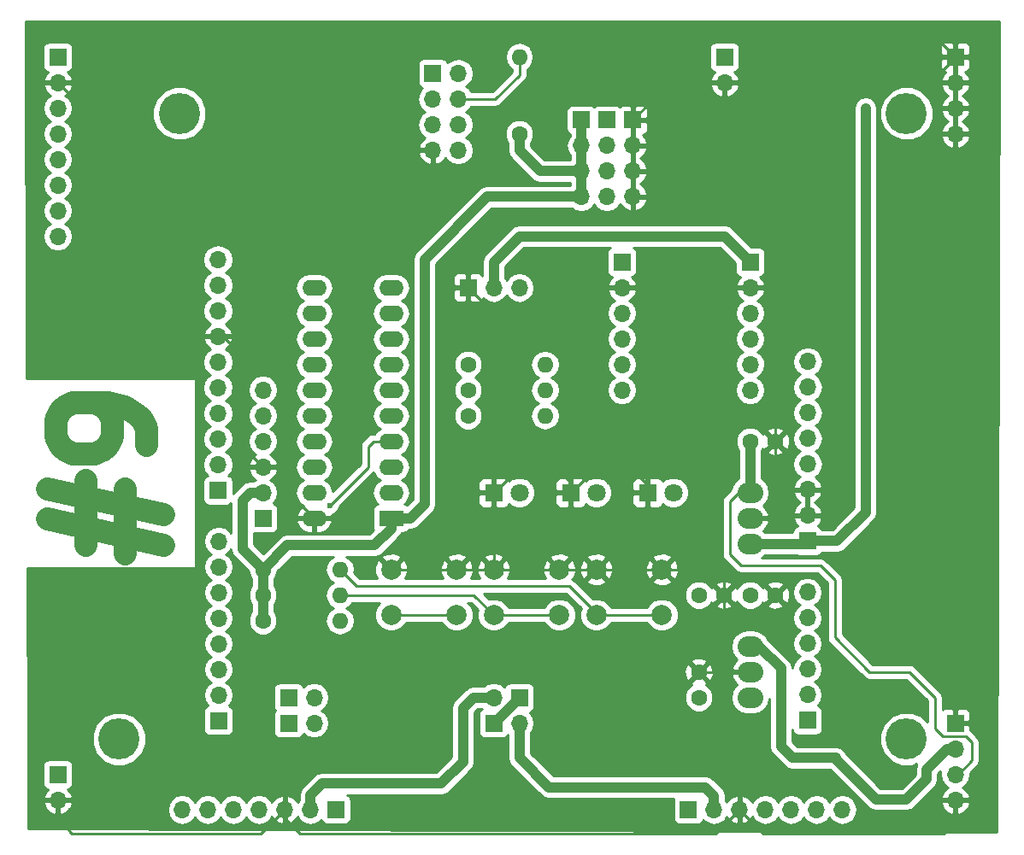
<source format=gbr>
G04 #@! TF.FileFunction,Copper,L1,Top,Signal*
%FSLAX46Y46*%
G04 Gerber Fmt 4.6, Leading zero omitted, Abs format (unit mm)*
G04 Created by KiCad (PCBNEW 4.0.7) date 03/14/18 00:34:20*
%MOMM*%
%LPD*%
G01*
G04 APERTURE LIST*
%ADD10C,0.100000*%
%ADD11C,2.250000*%
%ADD12R,1.700000X1.700000*%
%ADD13O,1.700000X1.700000*%
%ADD14O,2.540000X2.032000*%
%ADD15C,1.600000*%
%ADD16R,1.800000X1.800000*%
%ADD17C,1.800000*%
%ADD18O,1.600000X1.600000*%
%ADD19C,2.000000*%
%ADD20R,2.400000X1.600000*%
%ADD21O,2.400000X1.600000*%
%ADD22C,4.064000*%
%ADD23C,0.600000*%
%ADD24C,0.250000*%
%ADD25C,1.000000*%
%ADD26C,0.254000*%
G04 APERTURE END LIST*
D10*
D11*
X30710429Y-73746428D02*
X30710429Y-67317857D01*
X26853286Y-71175000D02*
X38424714Y-73746428D01*
X34567571Y-68175000D02*
X34567571Y-74603571D01*
X38424714Y-70746428D02*
X26853286Y-68175000D01*
X36710429Y-63889285D02*
X36710429Y-62175000D01*
X36281857Y-61317857D01*
X35853286Y-60889285D01*
X34567571Y-60032143D01*
X32853286Y-59603571D01*
X29424714Y-59603571D01*
X28567571Y-60032143D01*
X28139000Y-60460714D01*
X27710429Y-61317857D01*
X27710429Y-63032143D01*
X28139000Y-63889285D01*
X28567571Y-64317857D01*
X29424714Y-64746428D01*
X31567571Y-64746428D01*
X32424714Y-64317857D01*
X32853286Y-63889285D01*
X33281857Y-63032143D01*
X33281857Y-61317857D01*
X32853286Y-60460714D01*
X32424714Y-60032143D01*
X31567571Y-59603571D01*
D12*
X43810000Y-68340000D03*
D13*
X43810000Y-65800000D03*
X43810000Y-63260000D03*
X43810000Y-60720000D03*
X43810000Y-58180000D03*
X43810000Y-55640000D03*
X43810000Y-53100000D03*
X43810000Y-50560000D03*
X43810000Y-48020000D03*
X43810000Y-45480000D03*
D12*
X102190000Y-91150000D03*
D13*
X102190000Y-88610000D03*
X102190000Y-86070000D03*
X102190000Y-83530000D03*
X102190000Y-80990000D03*
X102190000Y-78450000D03*
D12*
X102220000Y-73370000D03*
D13*
X102220000Y-70830000D03*
X102220000Y-68290000D03*
X102220000Y-65750000D03*
X102220000Y-63210000D03*
X102220000Y-60670000D03*
X102220000Y-58130000D03*
X102220000Y-55590000D03*
D12*
X65080000Y-27020000D03*
D13*
X67620000Y-27020000D03*
X65080000Y-29560000D03*
X67620000Y-29560000D03*
X65080000Y-32100000D03*
X67620000Y-32100000D03*
X65080000Y-34640000D03*
X67620000Y-34640000D03*
D12*
X116840000Y-25400000D03*
D13*
X116840000Y-27940000D03*
X116840000Y-30480000D03*
X116840000Y-33020000D03*
D12*
X27940000Y-25400000D03*
D13*
X27940000Y-27940000D03*
X27940000Y-30480000D03*
X27940000Y-33020000D03*
X27940000Y-35560000D03*
X27940000Y-38100000D03*
X27940000Y-40640000D03*
X27940000Y-43180000D03*
D12*
X84890000Y-31640000D03*
D13*
X84890000Y-34180000D03*
X84890000Y-36720000D03*
X84890000Y-39260000D03*
D12*
X79810000Y-31640000D03*
D13*
X79810000Y-34180000D03*
X79810000Y-36720000D03*
X79810000Y-39260000D03*
D12*
X82350000Y-31640000D03*
D13*
X82350000Y-34180000D03*
X82350000Y-36720000D03*
X82350000Y-39260000D03*
D12*
X68580000Y-48260000D03*
D13*
X71120000Y-48260000D03*
X73660000Y-48260000D03*
D12*
X90400000Y-100000000D03*
D13*
X92940000Y-100000000D03*
X95480000Y-100000000D03*
X98020000Y-100000000D03*
X100560000Y-100000000D03*
X103100000Y-100000000D03*
X105640000Y-100000000D03*
D12*
X55500000Y-100000000D03*
D13*
X52960000Y-100000000D03*
X50420000Y-100000000D03*
X47880000Y-100000000D03*
X45340000Y-100000000D03*
X42800000Y-100000000D03*
X40260000Y-100000000D03*
D14*
X96520000Y-86360000D03*
X96520000Y-83820000D03*
X96520000Y-88900000D03*
X96520000Y-71120000D03*
X96520000Y-68580000D03*
X96520000Y-73660000D03*
D12*
X96520000Y-45720000D03*
D13*
X96520000Y-48260000D03*
X96520000Y-50800000D03*
X96520000Y-53340000D03*
X96520000Y-55880000D03*
X96520000Y-58420000D03*
D12*
X83820000Y-45720000D03*
D13*
X83820000Y-48260000D03*
X83820000Y-50800000D03*
X83820000Y-53340000D03*
X83820000Y-55880000D03*
X83820000Y-58420000D03*
D12*
X50800000Y-88900000D03*
D13*
X53340000Y-88900000D03*
D12*
X50800000Y-91440000D03*
D13*
X53340000Y-91440000D03*
D12*
X43860000Y-91180000D03*
D13*
X43860000Y-88640000D03*
X43860000Y-86100000D03*
X43860000Y-83560000D03*
X43860000Y-81020000D03*
X43860000Y-78480000D03*
X43860000Y-75940000D03*
X43860000Y-73400000D03*
D15*
X96520000Y-78740000D03*
X99020000Y-78740000D03*
X91440000Y-78740000D03*
X93940000Y-78740000D03*
X91440000Y-88900000D03*
X91440000Y-86400000D03*
X96520000Y-63500000D03*
X99020000Y-63500000D03*
D12*
X48260000Y-71120000D03*
D13*
X48260000Y-68580000D03*
X48260000Y-66040000D03*
X48260000Y-63500000D03*
X48260000Y-60960000D03*
X48260000Y-58420000D03*
D12*
X27940000Y-96520000D03*
D13*
X27940000Y-99060000D03*
D12*
X71120000Y-91440000D03*
D13*
X73660000Y-91440000D03*
D12*
X73660000Y-88900000D03*
D13*
X71120000Y-88900000D03*
D16*
X86360000Y-68580000D03*
D17*
X88900000Y-68580000D03*
D16*
X78740000Y-68580000D03*
D17*
X81280000Y-68580000D03*
D16*
X71120000Y-68580000D03*
D17*
X73660000Y-68580000D03*
D15*
X48260000Y-81280000D03*
D18*
X55880000Y-81280000D03*
D15*
X48260000Y-76200000D03*
D18*
X55880000Y-76200000D03*
D15*
X48260000Y-78740000D03*
D18*
X55880000Y-78740000D03*
D15*
X68580000Y-60960000D03*
D18*
X76200000Y-60960000D03*
D15*
X68580000Y-58420000D03*
D18*
X76200000Y-58420000D03*
D15*
X68580000Y-55880000D03*
D18*
X76200000Y-55880000D03*
D12*
X93980000Y-25400000D03*
D13*
X93980000Y-27940000D03*
D15*
X73660000Y-33020000D03*
D18*
X73660000Y-25400000D03*
D19*
X60960000Y-80700000D03*
X60960000Y-76200000D03*
X67460000Y-80700000D03*
X67460000Y-76200000D03*
X81280000Y-80700000D03*
X81280000Y-76200000D03*
X87780000Y-80700000D03*
X87780000Y-76200000D03*
X71120000Y-80700000D03*
X71120000Y-76200000D03*
X77620000Y-80700000D03*
X77620000Y-76200000D03*
D20*
X60960000Y-71120000D03*
D21*
X53340000Y-48260000D03*
X60960000Y-68580000D03*
X53340000Y-50800000D03*
X60960000Y-66040000D03*
X53340000Y-53340000D03*
X60960000Y-63500000D03*
X53340000Y-55880000D03*
X60960000Y-60960000D03*
X53340000Y-58420000D03*
X60960000Y-58420000D03*
X53340000Y-60960000D03*
X60960000Y-55880000D03*
X53340000Y-63500000D03*
X60960000Y-53340000D03*
X53340000Y-66040000D03*
X60960000Y-50800000D03*
X53340000Y-68580000D03*
X60960000Y-48260000D03*
X53340000Y-71120000D03*
D12*
X116840000Y-91440000D03*
D13*
X116840000Y-93980000D03*
X116840000Y-96520000D03*
X116840000Y-99060000D03*
D22*
X112000000Y-31000000D03*
X112000000Y-93000000D03*
X34000000Y-93000000D03*
X40000000Y-31000000D03*
D23*
X107950000Y-30480000D03*
X54864000Y-69850000D03*
D24*
X27940000Y-27940000D02*
X29060000Y-27940000D01*
X52000000Y-28000000D02*
X52000000Y-27940000D01*
X51940000Y-27940000D02*
X52000000Y-28000000D01*
X49000000Y-25000000D02*
X51940000Y-27940000D01*
X32000000Y-25000000D02*
X49000000Y-25000000D01*
X29060000Y-27940000D02*
X32000000Y-25000000D01*
X27940000Y-27940000D02*
X30000000Y-30000000D01*
X30000000Y-39000000D02*
X33020000Y-42020000D01*
X30000000Y-30000000D02*
X30000000Y-39000000D01*
X91440000Y-86400000D02*
X96480000Y-86400000D01*
X96480000Y-86400000D02*
X96520000Y-86360000D01*
X71120000Y-68580000D02*
X71120000Y-76200000D01*
X96480000Y-86400000D02*
X96520000Y-86360000D01*
X43810000Y-53100000D02*
X37860000Y-53100000D01*
X37860000Y-53100000D02*
X33020000Y-48260000D01*
X33020000Y-48260000D02*
X33020000Y-42020000D01*
X99020000Y-63500000D02*
X99020000Y-63333000D01*
X99020000Y-63333000D02*
X97282000Y-61595000D01*
X86360000Y-66040000D02*
X86360000Y-68580000D01*
X90805000Y-61595000D02*
X86360000Y-66040000D01*
X97282000Y-61595000D02*
X90805000Y-61595000D01*
X87780000Y-76200000D02*
X93218000Y-76200000D01*
X93940000Y-76922000D02*
X93940000Y-78740000D01*
X93218000Y-76200000D02*
X93940000Y-76922000D01*
X81280000Y-76200000D02*
X87780000Y-76200000D01*
X77620000Y-76200000D02*
X81280000Y-76200000D01*
X71120000Y-76200000D02*
X77620000Y-76200000D01*
X67460000Y-76200000D02*
X71120000Y-76200000D01*
X60960000Y-76200000D02*
X67460000Y-76200000D01*
X78740000Y-68580000D02*
X78740000Y-67564000D01*
X72644000Y-67056000D02*
X71120000Y-68580000D01*
X78232000Y-67056000D02*
X72644000Y-67056000D01*
X78740000Y-67564000D02*
X78232000Y-67056000D01*
X86360000Y-68580000D02*
X86360000Y-67818000D01*
X86360000Y-67818000D02*
X85344000Y-66802000D01*
X85344000Y-66802000D02*
X80518000Y-66802000D01*
X80518000Y-66802000D02*
X78740000Y-68580000D01*
X96520000Y-86360000D02*
X94996000Y-86360000D01*
X94996000Y-86360000D02*
X93940000Y-85304000D01*
X93940000Y-85304000D02*
X93940000Y-78740000D01*
X93940000Y-78740000D02*
X93940000Y-78526000D01*
X93940000Y-78526000D02*
X95123000Y-77343000D01*
X95123000Y-77343000D02*
X97623000Y-77343000D01*
X97623000Y-77343000D02*
X99020000Y-78740000D01*
X43810000Y-53100000D02*
X44337000Y-53100000D01*
X44337000Y-53100000D02*
X46101000Y-54864000D01*
X46101000Y-54864000D02*
X46101000Y-63881000D01*
X46101000Y-63881000D02*
X48260000Y-66040000D01*
X52000000Y-27940000D02*
X52451000Y-27940000D01*
X52451000Y-27940000D02*
X59151000Y-34640000D01*
X59151000Y-34640000D02*
X65080000Y-34640000D01*
X48260000Y-66040000D02*
X49657000Y-66040000D01*
X51054000Y-68834000D02*
X53340000Y-71120000D01*
X51054000Y-67437000D02*
X51054000Y-68834000D01*
X49657000Y-66040000D02*
X51054000Y-67437000D01*
X27940000Y-99060000D02*
X27940000Y-100965000D01*
X48058000Y-102362000D02*
X50420000Y-100000000D01*
X29337000Y-102362000D02*
X48058000Y-102362000D01*
X27940000Y-100965000D02*
X29337000Y-102362000D01*
X50420000Y-100000000D02*
X50420000Y-100839000D01*
X50420000Y-100839000D02*
X51943000Y-102362000D01*
X51943000Y-102362000D02*
X93118000Y-102362000D01*
X93118000Y-102362000D02*
X95480000Y-100000000D01*
X116840000Y-99060000D02*
X116840000Y-101219000D01*
X97842000Y-102362000D02*
X95480000Y-100000000D01*
X115697000Y-102362000D02*
X97842000Y-102362000D01*
X116840000Y-101219000D02*
X115697000Y-102362000D01*
X116840000Y-99060000D02*
X118872000Y-99060000D01*
X118491000Y-91440000D02*
X116840000Y-91440000D01*
X119507000Y-92456000D02*
X118491000Y-91440000D01*
X119507000Y-98425000D02*
X119507000Y-92456000D01*
X118872000Y-99060000D02*
X119507000Y-98425000D01*
X116840000Y-91440000D02*
X116840000Y-33020000D01*
X102220000Y-68290000D02*
X102220000Y-70830000D01*
X65080000Y-34640000D02*
X63977000Y-34640000D01*
X114681000Y-23241000D02*
X116840000Y-25400000D01*
X64262000Y-23241000D02*
X114681000Y-23241000D01*
X61595000Y-25908000D02*
X64262000Y-23241000D01*
X61595000Y-32258000D02*
X61595000Y-25908000D01*
X63977000Y-34640000D02*
X61595000Y-32258000D01*
X96520000Y-48260000D02*
X97790000Y-48260000D01*
X99020000Y-49490000D02*
X99020000Y-63500000D01*
X97790000Y-48260000D02*
X99020000Y-49490000D01*
X96520000Y-71120000D02*
X98044000Y-71120000D01*
X98044000Y-71120000D02*
X100874000Y-68290000D01*
X99020000Y-63500000D02*
X99020000Y-66635000D01*
X99020000Y-66635000D02*
X100675000Y-68290000D01*
X100675000Y-68290000D02*
X100874000Y-68290000D01*
X100874000Y-68290000D02*
X102220000Y-68290000D01*
X84890000Y-39260000D02*
X95267000Y-39260000D01*
X97917000Y-48260000D02*
X96520000Y-48260000D01*
X98933000Y-47244000D02*
X97917000Y-48260000D01*
X98933000Y-42926000D02*
X98933000Y-47244000D01*
X95267000Y-39260000D02*
X98933000Y-42926000D01*
X83820000Y-48260000D02*
X76454000Y-48260000D01*
X70358000Y-50038000D02*
X68580000Y-48260000D01*
X74676000Y-50038000D02*
X70358000Y-50038000D01*
X76454000Y-48260000D02*
X74676000Y-50038000D01*
X96520000Y-48260000D02*
X83820000Y-48260000D01*
X116840000Y-30480000D02*
X116840000Y-33020000D01*
X116840000Y-27940000D02*
X116840000Y-30480000D01*
X116840000Y-25400000D02*
X116840000Y-27940000D01*
X93980000Y-27940000D02*
X114300000Y-27940000D01*
X114300000Y-27940000D02*
X116840000Y-25400000D01*
X93980000Y-27940000D02*
X88590000Y-27940000D01*
X88590000Y-27940000D02*
X84890000Y-31640000D01*
X84890000Y-31640000D02*
X84890000Y-34180000D01*
X84890000Y-34180000D02*
X84890000Y-36720000D01*
X84890000Y-36720000D02*
X84890000Y-39260000D01*
D25*
X102220000Y-73370000D02*
X105120000Y-73370000D01*
X107950000Y-70540000D02*
X107950000Y-30480000D01*
X105120000Y-73370000D02*
X107950000Y-70540000D01*
X96520000Y-73660000D02*
X101930000Y-73660000D01*
X101930000Y-73660000D02*
X102220000Y-73370000D01*
D24*
X101930000Y-73660000D02*
X102220000Y-73370000D01*
X67620000Y-29560000D02*
X71278000Y-29560000D01*
X73660000Y-27178000D02*
X73660000Y-25400000D01*
X71278000Y-29560000D02*
X73660000Y-27178000D01*
D25*
X116840000Y-93980000D02*
X116020000Y-93980000D01*
X116020000Y-93980000D02*
X114000000Y-96000000D01*
X105000000Y-95000000D02*
X105000000Y-94869000D01*
X104869000Y-94869000D02*
X105000000Y-95000000D01*
X109000000Y-99000000D02*
X104869000Y-94869000D01*
X112000000Y-99000000D02*
X109000000Y-99000000D01*
X114000000Y-97000000D02*
X112000000Y-99000000D01*
X114000000Y-96000000D02*
X114000000Y-97000000D01*
X96520000Y-83820000D02*
X97409000Y-83820000D01*
X97409000Y-83820000D02*
X99568000Y-85979000D01*
X100711000Y-94869000D02*
X105000000Y-94869000D01*
X99568000Y-93726000D02*
X100711000Y-94869000D01*
X99568000Y-85979000D02*
X99568000Y-93726000D01*
X71120000Y-48260000D02*
X71120000Y-45720000D01*
X71120000Y-45720000D02*
X73660000Y-43180000D01*
X93980000Y-43180000D02*
X96520000Y-45720000D01*
X73660000Y-43180000D02*
X93980000Y-43180000D01*
X71120000Y-91440000D02*
X73660000Y-88900000D01*
D24*
X103251000Y-99849000D02*
X103100000Y-100000000D01*
X55880000Y-78740000D02*
X69160000Y-78740000D01*
X69160000Y-78740000D02*
X71120000Y-80700000D01*
X77620000Y-80700000D02*
X71120000Y-80700000D01*
X59182000Y-63500000D02*
X60960000Y-63500000D01*
X58674000Y-64008000D02*
X59182000Y-63500000D01*
X58674000Y-66040000D02*
X58674000Y-64008000D01*
X54864000Y-69850000D02*
X58674000Y-66040000D01*
D25*
X73660000Y-91440000D02*
X73660000Y-94869000D01*
X73660000Y-94869000D02*
X76581000Y-97790000D01*
X76581000Y-97790000D02*
X92075000Y-97790000D01*
X92075000Y-97790000D02*
X92940000Y-98655000D01*
X92940000Y-98655000D02*
X92940000Y-100000000D01*
D24*
X92940000Y-100000000D02*
X92940000Y-98655000D01*
X76581000Y-97790000D02*
X73660000Y-94869000D01*
X92075000Y-97790000D02*
X76581000Y-97790000D01*
X92940000Y-98655000D02*
X92075000Y-97790000D01*
D25*
X52960000Y-100000000D02*
X52960000Y-98551000D01*
X69088000Y-88900000D02*
X71120000Y-88900000D01*
X68072000Y-89916000D02*
X69088000Y-88900000D01*
X68072000Y-95250000D02*
X68072000Y-89916000D01*
X65913000Y-97409000D02*
X68072000Y-95250000D01*
X54102000Y-97409000D02*
X65913000Y-97409000D01*
X52960000Y-98551000D02*
X54102000Y-97409000D01*
D24*
X67460000Y-80700000D02*
X60960000Y-80700000D01*
X81280000Y-80700000D02*
X81280000Y-80518000D01*
X81280000Y-80518000D02*
X78613000Y-77851000D01*
X57531000Y-77851000D02*
X55880000Y-76200000D01*
X78613000Y-77851000D02*
X57531000Y-77851000D01*
X87780000Y-80700000D02*
X81280000Y-80700000D01*
X115824000Y-92710000D02*
X115570000Y-92710000D01*
X112268000Y-86360000D02*
X108331000Y-86360000D01*
X114808000Y-88900000D02*
X112268000Y-86360000D01*
X114808000Y-91948000D02*
X114808000Y-88900000D01*
X115570000Y-92710000D02*
X114808000Y-91948000D01*
D25*
X79810000Y-34180000D02*
X79810000Y-31640000D01*
X79810000Y-36720000D02*
X79810000Y-34180000D01*
X73660000Y-33020000D02*
X73660000Y-34671000D01*
X75709000Y-36720000D02*
X79810000Y-36720000D01*
X73660000Y-34671000D02*
X75709000Y-36720000D01*
X79810000Y-39260000D02*
X79810000Y-36720000D01*
X79810000Y-39260000D02*
X70468000Y-39260000D01*
X62865000Y-71120000D02*
X60960000Y-71120000D01*
X64262000Y-69723000D02*
X62865000Y-71120000D01*
X64262000Y-45466000D02*
X64262000Y-69723000D01*
X70468000Y-39260000D02*
X64262000Y-45466000D01*
X60960000Y-71120000D02*
X60960000Y-72136000D01*
X60960000Y-72136000D02*
X59309000Y-73787000D01*
X59309000Y-73787000D02*
X50673000Y-73787000D01*
X50673000Y-73787000D02*
X48260000Y-76200000D01*
X48260000Y-81280000D02*
X48260000Y-78740000D01*
X48260000Y-78740000D02*
X48260000Y-76200000D01*
X48260000Y-76200000D02*
X46228000Y-74168000D01*
X46990000Y-68580000D02*
X48260000Y-68580000D01*
X46228000Y-69342000D02*
X46990000Y-68580000D01*
X46228000Y-74168000D02*
X46228000Y-69342000D01*
X96520000Y-63500000D02*
X96520000Y-68580000D01*
D24*
X48260000Y-78740000D02*
X48260000Y-76200000D01*
X116840000Y-96520000D02*
X117094000Y-96520000D01*
X117094000Y-96520000D02*
X118491000Y-95123000D01*
X118491000Y-95123000D02*
X118491000Y-93345000D01*
X118491000Y-93345000D02*
X117856000Y-92710000D01*
X117856000Y-92710000D02*
X115824000Y-92710000D01*
X108331000Y-86360000D02*
X104902000Y-82931000D01*
X104902000Y-82931000D02*
X104902000Y-77216000D01*
X104902000Y-77216000D02*
X103505000Y-75819000D01*
X103505000Y-75819000D02*
X95631000Y-75819000D01*
X95631000Y-75819000D02*
X94488000Y-74676000D01*
X94488000Y-74676000D02*
X94488000Y-69469000D01*
X94488000Y-69469000D02*
X95377000Y-68580000D01*
X95377000Y-68580000D02*
X96520000Y-68580000D01*
X73660000Y-33020000D02*
X74168000Y-33020000D01*
D26*
G36*
X120904401Y-102234497D02*
X25018600Y-101854501D01*
X25010887Y-99416890D01*
X26498524Y-99416890D01*
X26668355Y-99826924D01*
X27058642Y-100255183D01*
X27583108Y-100501486D01*
X27813000Y-100380819D01*
X27813000Y-99187000D01*
X28067000Y-99187000D01*
X28067000Y-100380819D01*
X28296892Y-100501486D01*
X28821358Y-100255183D01*
X29080428Y-99970907D01*
X38775000Y-99970907D01*
X38775000Y-100029093D01*
X38888039Y-100597378D01*
X39209946Y-101079147D01*
X39691715Y-101401054D01*
X40260000Y-101514093D01*
X40828285Y-101401054D01*
X41310054Y-101079147D01*
X41530000Y-100749974D01*
X41749946Y-101079147D01*
X42231715Y-101401054D01*
X42800000Y-101514093D01*
X43368285Y-101401054D01*
X43850054Y-101079147D01*
X44070000Y-100749974D01*
X44289946Y-101079147D01*
X44771715Y-101401054D01*
X45340000Y-101514093D01*
X45908285Y-101401054D01*
X46390054Y-101079147D01*
X46610000Y-100749974D01*
X46829946Y-101079147D01*
X47311715Y-101401054D01*
X47880000Y-101514093D01*
X48448285Y-101401054D01*
X48930054Y-101079147D01*
X49157702Y-100738447D01*
X49224817Y-100881358D01*
X49653076Y-101271645D01*
X50063110Y-101441476D01*
X50293000Y-101320155D01*
X50293000Y-100127000D01*
X50273000Y-100127000D01*
X50273000Y-99873000D01*
X50293000Y-99873000D01*
X50293000Y-98679845D01*
X50547000Y-98679845D01*
X50547000Y-99873000D01*
X50567000Y-99873000D01*
X50567000Y-100127000D01*
X50547000Y-100127000D01*
X50547000Y-101320155D01*
X50776890Y-101441476D01*
X51186924Y-101271645D01*
X51615183Y-100881358D01*
X51682298Y-100738447D01*
X51909946Y-101079147D01*
X52391715Y-101401054D01*
X52960000Y-101514093D01*
X53528285Y-101401054D01*
X54010054Y-101079147D01*
X54037850Y-101037548D01*
X54046838Y-101085317D01*
X54185910Y-101301441D01*
X54398110Y-101446431D01*
X54650000Y-101497440D01*
X56350000Y-101497440D01*
X56585317Y-101453162D01*
X56801441Y-101314090D01*
X56946431Y-101101890D01*
X56997440Y-100850000D01*
X56997440Y-99150000D01*
X56953162Y-98914683D01*
X56814090Y-98698559D01*
X56601890Y-98553569D01*
X56554637Y-98544000D01*
X65913000Y-98544000D01*
X66347346Y-98457603D01*
X66715566Y-98211566D01*
X68874566Y-96052566D01*
X68907017Y-96004000D01*
X69120603Y-95684346D01*
X69207000Y-95250000D01*
X69207000Y-90386132D01*
X69558132Y-90035000D01*
X69959837Y-90035000D01*
X69818559Y-90125910D01*
X69673569Y-90338110D01*
X69622560Y-90590000D01*
X69622560Y-92290000D01*
X69666838Y-92525317D01*
X69805910Y-92741441D01*
X70018110Y-92886431D01*
X70270000Y-92937440D01*
X71970000Y-92937440D01*
X72205317Y-92893162D01*
X72421441Y-92754090D01*
X72525000Y-92602526D01*
X72525000Y-94869000D01*
X72611397Y-95303346D01*
X72849974Y-95660401D01*
X72857434Y-95671566D01*
X75778434Y-98592566D01*
X76146654Y-98838603D01*
X76581000Y-98925000D01*
X88948124Y-98925000D01*
X88902560Y-99150000D01*
X88902560Y-100850000D01*
X88946838Y-101085317D01*
X89085910Y-101301441D01*
X89298110Y-101446431D01*
X89550000Y-101497440D01*
X91250000Y-101497440D01*
X91485317Y-101453162D01*
X91701441Y-101314090D01*
X91846431Y-101101890D01*
X91860086Y-101034459D01*
X91889946Y-101079147D01*
X92371715Y-101401054D01*
X92940000Y-101514093D01*
X93508285Y-101401054D01*
X93990054Y-101079147D01*
X94217702Y-100738447D01*
X94284817Y-100881358D01*
X94713076Y-101271645D01*
X95123110Y-101441476D01*
X95353000Y-101320155D01*
X95353000Y-100127000D01*
X95333000Y-100127000D01*
X95333000Y-99873000D01*
X95353000Y-99873000D01*
X95353000Y-98679845D01*
X95607000Y-98679845D01*
X95607000Y-99873000D01*
X95627000Y-99873000D01*
X95627000Y-100127000D01*
X95607000Y-100127000D01*
X95607000Y-101320155D01*
X95836890Y-101441476D01*
X96246924Y-101271645D01*
X96675183Y-100881358D01*
X96742298Y-100738447D01*
X96969946Y-101079147D01*
X97451715Y-101401054D01*
X98020000Y-101514093D01*
X98588285Y-101401054D01*
X99070054Y-101079147D01*
X99290000Y-100749974D01*
X99509946Y-101079147D01*
X99991715Y-101401054D01*
X100560000Y-101514093D01*
X101128285Y-101401054D01*
X101610054Y-101079147D01*
X101830000Y-100749974D01*
X102049946Y-101079147D01*
X102531715Y-101401054D01*
X103100000Y-101514093D01*
X103668285Y-101401054D01*
X104150054Y-101079147D01*
X104370000Y-100749974D01*
X104589946Y-101079147D01*
X105071715Y-101401054D01*
X105640000Y-101514093D01*
X106208285Y-101401054D01*
X106690054Y-101079147D01*
X107011961Y-100597378D01*
X107125000Y-100029093D01*
X107125000Y-99970907D01*
X107011961Y-99402622D01*
X106690054Y-98920853D01*
X106208285Y-98598946D01*
X105640000Y-98485907D01*
X105071715Y-98598946D01*
X104589946Y-98920853D01*
X104370000Y-99250026D01*
X104150054Y-98920853D01*
X103668285Y-98598946D01*
X103100000Y-98485907D01*
X102531715Y-98598946D01*
X102049946Y-98920853D01*
X101830000Y-99250026D01*
X101610054Y-98920853D01*
X101128285Y-98598946D01*
X100560000Y-98485907D01*
X99991715Y-98598946D01*
X99509946Y-98920853D01*
X99290000Y-99250026D01*
X99070054Y-98920853D01*
X98588285Y-98598946D01*
X98020000Y-98485907D01*
X97451715Y-98598946D01*
X96969946Y-98920853D01*
X96742298Y-99261553D01*
X96675183Y-99118642D01*
X96246924Y-98728355D01*
X95836890Y-98558524D01*
X95607000Y-98679845D01*
X95353000Y-98679845D01*
X95123110Y-98558524D01*
X94713076Y-98728355D01*
X94284817Y-99118642D01*
X94217702Y-99261553D01*
X94075000Y-99047984D01*
X94075000Y-98655000D01*
X93988603Y-98220654D01*
X93742566Y-97852434D01*
X92877566Y-96987434D01*
X92858439Y-96974654D01*
X92509346Y-96741397D01*
X92075000Y-96655000D01*
X77051132Y-96655000D01*
X74795000Y-94398868D01*
X74795000Y-92406464D01*
X75061054Y-92008285D01*
X75174093Y-91440000D01*
X75061054Y-90871715D01*
X74739147Y-90389946D01*
X74697548Y-90362150D01*
X74745317Y-90353162D01*
X74961441Y-90214090D01*
X75106431Y-90001890D01*
X75157440Y-89750000D01*
X75157440Y-89184187D01*
X90004752Y-89184187D01*
X90222757Y-89711800D01*
X90626077Y-90115824D01*
X91153309Y-90334750D01*
X91724187Y-90335248D01*
X92251800Y-90117243D01*
X92655824Y-89713923D01*
X92874750Y-89186691D01*
X92875248Y-88615813D01*
X92657243Y-88088200D01*
X92253923Y-87684176D01*
X92187456Y-87656577D01*
X92194005Y-87653864D01*
X92268139Y-87407745D01*
X91440000Y-86579605D01*
X90611861Y-87407745D01*
X90685995Y-87653864D01*
X90692483Y-87656196D01*
X90628200Y-87682757D01*
X90224176Y-88086077D01*
X90005250Y-88613309D01*
X90004752Y-89184187D01*
X75157440Y-89184187D01*
X75157440Y-88050000D01*
X75113162Y-87814683D01*
X74974090Y-87598559D01*
X74761890Y-87453569D01*
X74510000Y-87402560D01*
X72810000Y-87402560D01*
X72574683Y-87446838D01*
X72358559Y-87585910D01*
X72213569Y-87798110D01*
X72202159Y-87854454D01*
X72199147Y-87849946D01*
X71717378Y-87528039D01*
X71149093Y-87415000D01*
X71090907Y-87415000D01*
X70522622Y-87528039D01*
X70167984Y-87765000D01*
X69088000Y-87765000D01*
X68653654Y-87851397D01*
X68356424Y-88050000D01*
X68285434Y-88097434D01*
X67269434Y-89113434D01*
X67023397Y-89481654D01*
X66937000Y-89916000D01*
X66937000Y-94779868D01*
X65442868Y-96274000D01*
X54102000Y-96274000D01*
X53667654Y-96360397D01*
X53360464Y-96565655D01*
X53299434Y-96606434D01*
X52157434Y-97748434D01*
X51911397Y-98116654D01*
X51825000Y-98551000D01*
X51825000Y-99047984D01*
X51682298Y-99261553D01*
X51615183Y-99118642D01*
X51186924Y-98728355D01*
X50776890Y-98558524D01*
X50547000Y-98679845D01*
X50293000Y-98679845D01*
X50063110Y-98558524D01*
X49653076Y-98728355D01*
X49224817Y-99118642D01*
X49157702Y-99261553D01*
X48930054Y-98920853D01*
X48448285Y-98598946D01*
X47880000Y-98485907D01*
X47311715Y-98598946D01*
X46829946Y-98920853D01*
X46610000Y-99250026D01*
X46390054Y-98920853D01*
X45908285Y-98598946D01*
X45340000Y-98485907D01*
X44771715Y-98598946D01*
X44289946Y-98920853D01*
X44070000Y-99250026D01*
X43850054Y-98920853D01*
X43368285Y-98598946D01*
X42800000Y-98485907D01*
X42231715Y-98598946D01*
X41749946Y-98920853D01*
X41530000Y-99250026D01*
X41310054Y-98920853D01*
X40828285Y-98598946D01*
X40260000Y-98485907D01*
X39691715Y-98598946D01*
X39209946Y-98920853D01*
X38888039Y-99402622D01*
X38775000Y-99970907D01*
X29080428Y-99970907D01*
X29211645Y-99826924D01*
X29381476Y-99416890D01*
X29260155Y-99187000D01*
X28067000Y-99187000D01*
X27813000Y-99187000D01*
X26619845Y-99187000D01*
X26498524Y-99416890D01*
X25010887Y-99416890D01*
X24999029Y-95670000D01*
X26442560Y-95670000D01*
X26442560Y-97370000D01*
X26486838Y-97605317D01*
X26625910Y-97821441D01*
X26838110Y-97966431D01*
X26946107Y-97988301D01*
X26668355Y-98293076D01*
X26498524Y-98703110D01*
X26619845Y-98933000D01*
X27813000Y-98933000D01*
X27813000Y-98913000D01*
X28067000Y-98913000D01*
X28067000Y-98933000D01*
X29260155Y-98933000D01*
X29381476Y-98703110D01*
X29211645Y-98293076D01*
X28935499Y-97990063D01*
X29025317Y-97973162D01*
X29241441Y-97834090D01*
X29386431Y-97621890D01*
X29437440Y-97370000D01*
X29437440Y-95670000D01*
X29393162Y-95434683D01*
X29254090Y-95218559D01*
X29041890Y-95073569D01*
X28790000Y-95022560D01*
X27090000Y-95022560D01*
X26854683Y-95066838D01*
X26638559Y-95205910D01*
X26493569Y-95418110D01*
X26442560Y-95670000D01*
X24999029Y-95670000D01*
X24992252Y-93528172D01*
X31332538Y-93528172D01*
X31737709Y-94508761D01*
X32487293Y-95259655D01*
X33467173Y-95666536D01*
X34528172Y-95667462D01*
X35508761Y-95262291D01*
X36259655Y-94512707D01*
X36666536Y-93532827D01*
X36667462Y-92471828D01*
X36262291Y-91491239D01*
X35512707Y-90740345D01*
X34532827Y-90333464D01*
X33471828Y-90332538D01*
X32491239Y-90737709D01*
X31740345Y-91487293D01*
X31333464Y-92467173D01*
X31332538Y-93528172D01*
X24992252Y-93528172D01*
X24937085Y-76095714D01*
X41599000Y-76095714D01*
X41599000Y-57254285D01*
X24877460Y-57254285D01*
X24872352Y-55640000D01*
X42295907Y-55640000D01*
X42408946Y-56208285D01*
X42730853Y-56690054D01*
X43060026Y-56910000D01*
X42730853Y-57129946D01*
X42408946Y-57611715D01*
X42295907Y-58180000D01*
X42408946Y-58748285D01*
X42730853Y-59230054D01*
X43060026Y-59450000D01*
X42730853Y-59669946D01*
X42408946Y-60151715D01*
X42295907Y-60720000D01*
X42408946Y-61288285D01*
X42730853Y-61770054D01*
X43060026Y-61990000D01*
X42730853Y-62209946D01*
X42408946Y-62691715D01*
X42295907Y-63260000D01*
X42408946Y-63828285D01*
X42730853Y-64310054D01*
X43060026Y-64530000D01*
X42730853Y-64749946D01*
X42408946Y-65231715D01*
X42295907Y-65800000D01*
X42408946Y-66368285D01*
X42730853Y-66850054D01*
X42772452Y-66877850D01*
X42724683Y-66886838D01*
X42508559Y-67025910D01*
X42363569Y-67238110D01*
X42312560Y-67490000D01*
X42312560Y-69190000D01*
X42356838Y-69425317D01*
X42495910Y-69641441D01*
X42708110Y-69786431D01*
X42960000Y-69837440D01*
X44660000Y-69837440D01*
X44895317Y-69793162D01*
X45093000Y-69665956D01*
X45093000Y-72580204D01*
X44939147Y-72349946D01*
X44457378Y-72028039D01*
X43889093Y-71915000D01*
X43830907Y-71915000D01*
X43262622Y-72028039D01*
X42780853Y-72349946D01*
X42458946Y-72831715D01*
X42345907Y-73400000D01*
X42458946Y-73968285D01*
X42780853Y-74450054D01*
X43110026Y-74670000D01*
X42780853Y-74889946D01*
X42458946Y-75371715D01*
X42345907Y-75940000D01*
X42458946Y-76508285D01*
X42780853Y-76990054D01*
X43110026Y-77210000D01*
X42780853Y-77429946D01*
X42458946Y-77911715D01*
X42345907Y-78480000D01*
X42458946Y-79048285D01*
X42780853Y-79530054D01*
X43110026Y-79750000D01*
X42780853Y-79969946D01*
X42458946Y-80451715D01*
X42345907Y-81020000D01*
X42458946Y-81588285D01*
X42780853Y-82070054D01*
X43110026Y-82290000D01*
X42780853Y-82509946D01*
X42458946Y-82991715D01*
X42345907Y-83560000D01*
X42458946Y-84128285D01*
X42780853Y-84610054D01*
X43110026Y-84830000D01*
X42780853Y-85049946D01*
X42458946Y-85531715D01*
X42345907Y-86100000D01*
X42458946Y-86668285D01*
X42780853Y-87150054D01*
X43110026Y-87370000D01*
X42780853Y-87589946D01*
X42458946Y-88071715D01*
X42345907Y-88640000D01*
X42458946Y-89208285D01*
X42780853Y-89690054D01*
X42822452Y-89717850D01*
X42774683Y-89726838D01*
X42558559Y-89865910D01*
X42413569Y-90078110D01*
X42362560Y-90330000D01*
X42362560Y-92030000D01*
X42406838Y-92265317D01*
X42545910Y-92481441D01*
X42758110Y-92626431D01*
X43010000Y-92677440D01*
X44710000Y-92677440D01*
X44945317Y-92633162D01*
X45161441Y-92494090D01*
X45306431Y-92281890D01*
X45357440Y-92030000D01*
X45357440Y-90330000D01*
X45313162Y-90094683D01*
X45174090Y-89878559D01*
X44961890Y-89733569D01*
X44894459Y-89719914D01*
X44939147Y-89690054D01*
X45261054Y-89208285D01*
X45374093Y-88640000D01*
X45261054Y-88071715D01*
X45246545Y-88050000D01*
X49302560Y-88050000D01*
X49302560Y-89750000D01*
X49346838Y-89985317D01*
X49467015Y-90172077D01*
X49353569Y-90338110D01*
X49302560Y-90590000D01*
X49302560Y-92290000D01*
X49346838Y-92525317D01*
X49485910Y-92741441D01*
X49698110Y-92886431D01*
X49950000Y-92937440D01*
X51650000Y-92937440D01*
X51885317Y-92893162D01*
X52101441Y-92754090D01*
X52246431Y-92541890D01*
X52257841Y-92485546D01*
X52260853Y-92490054D01*
X52742622Y-92811961D01*
X53310907Y-92925000D01*
X53369093Y-92925000D01*
X53937378Y-92811961D01*
X54419147Y-92490054D01*
X54741054Y-92008285D01*
X54854093Y-91440000D01*
X54741054Y-90871715D01*
X54419147Y-90389946D01*
X54089974Y-90170000D01*
X54419147Y-89950054D01*
X54741054Y-89468285D01*
X54854093Y-88900000D01*
X54741054Y-88331715D01*
X54419147Y-87849946D01*
X53937378Y-87528039D01*
X53369093Y-87415000D01*
X53310907Y-87415000D01*
X52742622Y-87528039D01*
X52260853Y-87849946D01*
X52260029Y-87851179D01*
X52253162Y-87814683D01*
X52114090Y-87598559D01*
X51901890Y-87453569D01*
X51650000Y-87402560D01*
X49950000Y-87402560D01*
X49714683Y-87446838D01*
X49498559Y-87585910D01*
X49353569Y-87798110D01*
X49302560Y-88050000D01*
X45246545Y-88050000D01*
X44939147Y-87589946D01*
X44609974Y-87370000D01*
X44939147Y-87150054D01*
X45261054Y-86668285D01*
X45357538Y-86183223D01*
X89993035Y-86183223D01*
X90020222Y-86753454D01*
X90186136Y-87154005D01*
X90432255Y-87228139D01*
X91260395Y-86400000D01*
X91619605Y-86400000D01*
X92447745Y-87228139D01*
X92693864Y-87154005D01*
X92886965Y-86616777D01*
X92859778Y-86046546D01*
X92693864Y-85645995D01*
X92447745Y-85571861D01*
X91619605Y-86400000D01*
X91260395Y-86400000D01*
X90432255Y-85571861D01*
X90186136Y-85645995D01*
X89993035Y-86183223D01*
X45357538Y-86183223D01*
X45374093Y-86100000D01*
X45261054Y-85531715D01*
X45167871Y-85392255D01*
X90611861Y-85392255D01*
X91440000Y-86220395D01*
X92268139Y-85392255D01*
X92194005Y-85146136D01*
X91656777Y-84953035D01*
X91086546Y-84980222D01*
X90685995Y-85146136D01*
X90611861Y-85392255D01*
X45167871Y-85392255D01*
X44939147Y-85049946D01*
X44609974Y-84830000D01*
X44939147Y-84610054D01*
X45261054Y-84128285D01*
X45374093Y-83560000D01*
X45261054Y-82991715D01*
X44939147Y-82509946D01*
X44609974Y-82290000D01*
X44939147Y-82070054D01*
X45261054Y-81588285D01*
X45374093Y-81020000D01*
X45261054Y-80451715D01*
X44939147Y-79969946D01*
X44609974Y-79750000D01*
X44939147Y-79530054D01*
X45261054Y-79048285D01*
X45374093Y-78480000D01*
X45261054Y-77911715D01*
X44939147Y-77429946D01*
X44609974Y-77210000D01*
X44939147Y-76990054D01*
X45261054Y-76508285D01*
X45374093Y-75940000D01*
X45261054Y-75371715D01*
X44939147Y-74889946D01*
X44609974Y-74670000D01*
X44939147Y-74450054D01*
X45100939Y-74207914D01*
X45179397Y-74602346D01*
X45392983Y-74922000D01*
X45425434Y-74970566D01*
X46824852Y-76369984D01*
X46824752Y-76484187D01*
X47042757Y-77011800D01*
X47125000Y-77094187D01*
X47125000Y-77845394D01*
X47044176Y-77926077D01*
X46825250Y-78453309D01*
X46824752Y-79024187D01*
X47042757Y-79551800D01*
X47125000Y-79634187D01*
X47125000Y-80385394D01*
X47044176Y-80466077D01*
X46825250Y-80993309D01*
X46824752Y-81564187D01*
X47042757Y-82091800D01*
X47446077Y-82495824D01*
X47973309Y-82714750D01*
X48544187Y-82715248D01*
X49071800Y-82497243D01*
X49475824Y-82093923D01*
X49694750Y-81566691D01*
X49695248Y-80995813D01*
X49477243Y-80468200D01*
X49395000Y-80385813D01*
X49395000Y-79634606D01*
X49475824Y-79553923D01*
X49694750Y-79026691D01*
X49695248Y-78455813D01*
X49477243Y-77928200D01*
X49395000Y-77845813D01*
X49395000Y-77094606D01*
X49475824Y-77013923D01*
X49694750Y-76486691D01*
X49694852Y-76370280D01*
X51143132Y-74922000D01*
X55231248Y-74922000D01*
X54837189Y-75185302D01*
X54526120Y-75650849D01*
X54416887Y-76200000D01*
X54526120Y-76749151D01*
X54837189Y-77214698D01*
X55219275Y-77470000D01*
X54837189Y-77725302D01*
X54526120Y-78190849D01*
X54416887Y-78740000D01*
X54526120Y-79289151D01*
X54837189Y-79754698D01*
X55219275Y-80010000D01*
X54837189Y-80265302D01*
X54526120Y-80730849D01*
X54416887Y-81280000D01*
X54526120Y-81829151D01*
X54837189Y-82294698D01*
X55302736Y-82605767D01*
X55851887Y-82715000D01*
X55908113Y-82715000D01*
X56457264Y-82605767D01*
X56922811Y-82294698D01*
X57233880Y-81829151D01*
X57343113Y-81280000D01*
X57233880Y-80730849D01*
X56922811Y-80265302D01*
X56540725Y-80010000D01*
X56922811Y-79754698D01*
X57092995Y-79500000D01*
X59847836Y-79500000D01*
X59574722Y-79772637D01*
X59325284Y-80373352D01*
X59324716Y-81023795D01*
X59573106Y-81624943D01*
X60032637Y-82085278D01*
X60633352Y-82334716D01*
X61283795Y-82335284D01*
X61884943Y-82086894D01*
X62345278Y-81627363D01*
X62414773Y-81460000D01*
X66004953Y-81460000D01*
X66073106Y-81624943D01*
X66532637Y-82085278D01*
X67133352Y-82334716D01*
X67783795Y-82335284D01*
X68384943Y-82086894D01*
X68845278Y-81627363D01*
X69094716Y-81026648D01*
X69095284Y-80376205D01*
X68846894Y-79775057D01*
X68572317Y-79500000D01*
X68845198Y-79500000D01*
X69553725Y-80208527D01*
X69485284Y-80373352D01*
X69484716Y-81023795D01*
X69733106Y-81624943D01*
X70192637Y-82085278D01*
X70793352Y-82334716D01*
X71443795Y-82335284D01*
X72044943Y-82086894D01*
X72505278Y-81627363D01*
X72574773Y-81460000D01*
X76164953Y-81460000D01*
X76233106Y-81624943D01*
X76692637Y-82085278D01*
X77293352Y-82334716D01*
X77943795Y-82335284D01*
X78544943Y-82086894D01*
X79005278Y-81627363D01*
X79254716Y-81026648D01*
X79255284Y-80376205D01*
X79006894Y-79775057D01*
X78547363Y-79314722D01*
X77946648Y-79065284D01*
X77296205Y-79064716D01*
X76695057Y-79313106D01*
X76234722Y-79772637D01*
X76165227Y-79940000D01*
X72575047Y-79940000D01*
X72506894Y-79775057D01*
X72047363Y-79314722D01*
X71446648Y-79065284D01*
X70796205Y-79064716D01*
X70628721Y-79133919D01*
X70105802Y-78611000D01*
X78298198Y-78611000D01*
X79767125Y-80079927D01*
X79645284Y-80373352D01*
X79644716Y-81023795D01*
X79893106Y-81624943D01*
X80352637Y-82085278D01*
X80953352Y-82334716D01*
X81603795Y-82335284D01*
X82204943Y-82086894D01*
X82665278Y-81627363D01*
X82734773Y-81460000D01*
X86324953Y-81460000D01*
X86393106Y-81624943D01*
X86852637Y-82085278D01*
X87453352Y-82334716D01*
X88103795Y-82335284D01*
X88704943Y-82086894D01*
X89165278Y-81627363D01*
X89414716Y-81026648D01*
X89415284Y-80376205D01*
X89166894Y-79775057D01*
X88707363Y-79314722D01*
X88106648Y-79065284D01*
X87456205Y-79064716D01*
X86855057Y-79313106D01*
X86394722Y-79772637D01*
X86325227Y-79940000D01*
X82735047Y-79940000D01*
X82666894Y-79775057D01*
X82207363Y-79314722D01*
X81606648Y-79065284D01*
X80956205Y-79064716D01*
X80917508Y-79080706D01*
X80860989Y-79024187D01*
X90004752Y-79024187D01*
X90222757Y-79551800D01*
X90626077Y-79955824D01*
X91153309Y-80174750D01*
X91724187Y-80175248D01*
X92251800Y-79957243D01*
X92461663Y-79747745D01*
X93111861Y-79747745D01*
X93185995Y-79993864D01*
X93723223Y-80186965D01*
X94293454Y-80159778D01*
X94694005Y-79993864D01*
X94768139Y-79747745D01*
X93940000Y-78919605D01*
X93111861Y-79747745D01*
X92461663Y-79747745D01*
X92655824Y-79553923D01*
X92683423Y-79487456D01*
X92686136Y-79494005D01*
X92932255Y-79568139D01*
X93760395Y-78740000D01*
X94119605Y-78740000D01*
X94947745Y-79568139D01*
X95193864Y-79494005D01*
X95233413Y-79383975D01*
X95302757Y-79551800D01*
X95706077Y-79955824D01*
X96233309Y-80174750D01*
X96804187Y-80175248D01*
X97331800Y-79957243D01*
X97541663Y-79747745D01*
X98191861Y-79747745D01*
X98265995Y-79993864D01*
X98803223Y-80186965D01*
X99373454Y-80159778D01*
X99774005Y-79993864D01*
X99848139Y-79747745D01*
X99020000Y-78919605D01*
X98191861Y-79747745D01*
X97541663Y-79747745D01*
X97735824Y-79553923D01*
X97763423Y-79487456D01*
X97766136Y-79494005D01*
X98012255Y-79568139D01*
X98840395Y-78740000D01*
X99199605Y-78740000D01*
X100027745Y-79568139D01*
X100273864Y-79494005D01*
X100466965Y-78956777D01*
X100439778Y-78386546D01*
X100273864Y-77985995D01*
X100027745Y-77911861D01*
X99199605Y-78740000D01*
X98840395Y-78740000D01*
X98012255Y-77911861D01*
X97766136Y-77985995D01*
X97763804Y-77992483D01*
X97737243Y-77928200D01*
X97541640Y-77732255D01*
X98191861Y-77732255D01*
X99020000Y-78560395D01*
X99848139Y-77732255D01*
X99774005Y-77486136D01*
X99236777Y-77293035D01*
X98666546Y-77320222D01*
X98265995Y-77486136D01*
X98191861Y-77732255D01*
X97541640Y-77732255D01*
X97333923Y-77524176D01*
X96806691Y-77305250D01*
X96235813Y-77304752D01*
X95708200Y-77522757D01*
X95304176Y-77926077D01*
X95236527Y-78088993D01*
X95193864Y-77985995D01*
X94947745Y-77911861D01*
X94119605Y-78740000D01*
X93760395Y-78740000D01*
X92932255Y-77911861D01*
X92686136Y-77985995D01*
X92683804Y-77992483D01*
X92657243Y-77928200D01*
X92461640Y-77732255D01*
X93111861Y-77732255D01*
X93940000Y-78560395D01*
X94768139Y-77732255D01*
X94694005Y-77486136D01*
X94156777Y-77293035D01*
X93586546Y-77320222D01*
X93185995Y-77486136D01*
X93111861Y-77732255D01*
X92461640Y-77732255D01*
X92253923Y-77524176D01*
X91726691Y-77305250D01*
X91155813Y-77304752D01*
X90628200Y-77522757D01*
X90224176Y-77926077D01*
X90005250Y-78453309D01*
X90004752Y-79024187D01*
X80860989Y-79024187D01*
X79189334Y-77352532D01*
X80307073Y-77352532D01*
X80405736Y-77619387D01*
X81015461Y-77845908D01*
X81665460Y-77821856D01*
X82154264Y-77619387D01*
X82252927Y-77352532D01*
X86807073Y-77352532D01*
X86905736Y-77619387D01*
X87515461Y-77845908D01*
X88165460Y-77821856D01*
X88654264Y-77619387D01*
X88752927Y-77352532D01*
X87780000Y-76379605D01*
X86807073Y-77352532D01*
X82252927Y-77352532D01*
X81280000Y-76379605D01*
X80307073Y-77352532D01*
X79189334Y-77352532D01*
X79150401Y-77313599D01*
X78903839Y-77148852D01*
X78860802Y-77140291D01*
X79039387Y-77074264D01*
X79265908Y-76464539D01*
X79246331Y-75935461D01*
X79634092Y-75935461D01*
X79658144Y-76585460D01*
X79860613Y-77074264D01*
X80127468Y-77172927D01*
X81100395Y-76200000D01*
X81459605Y-76200000D01*
X82432532Y-77172927D01*
X82699387Y-77074264D01*
X82925908Y-76464539D01*
X82906331Y-75935461D01*
X86134092Y-75935461D01*
X86158144Y-76585460D01*
X86360613Y-77074264D01*
X86627468Y-77172927D01*
X87600395Y-76200000D01*
X87959605Y-76200000D01*
X88932532Y-77172927D01*
X89199387Y-77074264D01*
X89425908Y-76464539D01*
X89401856Y-75814540D01*
X89199387Y-75325736D01*
X88932532Y-75227073D01*
X87959605Y-76200000D01*
X87600395Y-76200000D01*
X86627468Y-75227073D01*
X86360613Y-75325736D01*
X86134092Y-75935461D01*
X82906331Y-75935461D01*
X82901856Y-75814540D01*
X82699387Y-75325736D01*
X82432532Y-75227073D01*
X81459605Y-76200000D01*
X81100395Y-76200000D01*
X80127468Y-75227073D01*
X79860613Y-75325736D01*
X79634092Y-75935461D01*
X79246331Y-75935461D01*
X79241856Y-75814540D01*
X79039387Y-75325736D01*
X78772532Y-75227073D01*
X77799605Y-76200000D01*
X77813748Y-76214143D01*
X77634143Y-76393748D01*
X77620000Y-76379605D01*
X77605858Y-76393748D01*
X77426253Y-76214143D01*
X77440395Y-76200000D01*
X76467468Y-75227073D01*
X76200613Y-75325736D01*
X75974092Y-75935461D01*
X75998144Y-76585460D01*
X76200613Y-77074264D01*
X76245879Y-77091000D01*
X72494121Y-77091000D01*
X72539387Y-77074264D01*
X72765908Y-76464539D01*
X72741856Y-75814540D01*
X72539387Y-75325736D01*
X72272532Y-75227073D01*
X71299605Y-76200000D01*
X71313748Y-76214143D01*
X71134143Y-76393748D01*
X71120000Y-76379605D01*
X71105858Y-76393748D01*
X70926253Y-76214143D01*
X70940395Y-76200000D01*
X69967468Y-75227073D01*
X69700613Y-75325736D01*
X69474092Y-75935461D01*
X69498144Y-76585460D01*
X69700613Y-77074264D01*
X69745879Y-77091000D01*
X68834121Y-77091000D01*
X68879387Y-77074264D01*
X69105908Y-76464539D01*
X69081856Y-75814540D01*
X68879387Y-75325736D01*
X68612532Y-75227073D01*
X67639605Y-76200000D01*
X67653748Y-76214143D01*
X67474143Y-76393748D01*
X67460000Y-76379605D01*
X67445858Y-76393748D01*
X67266253Y-76214143D01*
X67280395Y-76200000D01*
X66307468Y-75227073D01*
X66040613Y-75325736D01*
X65814092Y-75935461D01*
X65838144Y-76585460D01*
X66040613Y-77074264D01*
X66085879Y-77091000D01*
X62334121Y-77091000D01*
X62379387Y-77074264D01*
X62605908Y-76464539D01*
X62581856Y-75814540D01*
X62379387Y-75325736D01*
X62112532Y-75227073D01*
X61139605Y-76200000D01*
X61153748Y-76214143D01*
X60974143Y-76393748D01*
X60960000Y-76379605D01*
X60945858Y-76393748D01*
X60766253Y-76214143D01*
X60780395Y-76200000D01*
X59807468Y-75227073D01*
X59540613Y-75325736D01*
X59314092Y-75935461D01*
X59338144Y-76585460D01*
X59540613Y-77074264D01*
X59585879Y-77091000D01*
X57845802Y-77091000D01*
X57278688Y-76523886D01*
X57343113Y-76200000D01*
X57233880Y-75650849D01*
X56922811Y-75185302D01*
X56716528Y-75047468D01*
X59987073Y-75047468D01*
X60960000Y-76020395D01*
X61932927Y-75047468D01*
X66487073Y-75047468D01*
X67460000Y-76020395D01*
X68432927Y-75047468D01*
X70147073Y-75047468D01*
X71120000Y-76020395D01*
X72092927Y-75047468D01*
X76647073Y-75047468D01*
X77620000Y-76020395D01*
X78592927Y-75047468D01*
X80307073Y-75047468D01*
X81280000Y-76020395D01*
X82252927Y-75047468D01*
X86807073Y-75047468D01*
X87780000Y-76020395D01*
X88752927Y-75047468D01*
X88654264Y-74780613D01*
X88044539Y-74554092D01*
X87394540Y-74578144D01*
X86905736Y-74780613D01*
X86807073Y-75047468D01*
X82252927Y-75047468D01*
X82154264Y-74780613D01*
X81544539Y-74554092D01*
X80894540Y-74578144D01*
X80405736Y-74780613D01*
X80307073Y-75047468D01*
X78592927Y-75047468D01*
X78494264Y-74780613D01*
X77884539Y-74554092D01*
X77234540Y-74578144D01*
X76745736Y-74780613D01*
X76647073Y-75047468D01*
X72092927Y-75047468D01*
X71994264Y-74780613D01*
X71384539Y-74554092D01*
X70734540Y-74578144D01*
X70245736Y-74780613D01*
X70147073Y-75047468D01*
X68432927Y-75047468D01*
X68334264Y-74780613D01*
X67724539Y-74554092D01*
X67074540Y-74578144D01*
X66585736Y-74780613D01*
X66487073Y-75047468D01*
X61932927Y-75047468D01*
X61834264Y-74780613D01*
X61224539Y-74554092D01*
X60574540Y-74578144D01*
X60085736Y-74780613D01*
X59987073Y-75047468D01*
X56716528Y-75047468D01*
X56528752Y-74922000D01*
X59309000Y-74922000D01*
X59743346Y-74835603D01*
X60111566Y-74589566D01*
X61762566Y-72938566D01*
X62008604Y-72570345D01*
X62009182Y-72567440D01*
X62160000Y-72567440D01*
X62395317Y-72523162D01*
X62611441Y-72384090D01*
X62699644Y-72255000D01*
X62865000Y-72255000D01*
X63299346Y-72168603D01*
X63667566Y-71922566D01*
X65064566Y-70525566D01*
X65310603Y-70157346D01*
X65320951Y-70105325D01*
X65397000Y-69723000D01*
X65397000Y-68865750D01*
X69585000Y-68865750D01*
X69585000Y-69606310D01*
X69681673Y-69839699D01*
X69860302Y-70018327D01*
X70093691Y-70115000D01*
X70834250Y-70115000D01*
X70993000Y-69956250D01*
X70993000Y-68707000D01*
X69743750Y-68707000D01*
X69585000Y-68865750D01*
X65397000Y-68865750D01*
X65397000Y-67553690D01*
X69585000Y-67553690D01*
X69585000Y-68294250D01*
X69743750Y-68453000D01*
X70993000Y-68453000D01*
X70993000Y-67203750D01*
X71247000Y-67203750D01*
X71247000Y-68453000D01*
X71267000Y-68453000D01*
X71267000Y-68707000D01*
X71247000Y-68707000D01*
X71247000Y-69956250D01*
X71405750Y-70115000D01*
X72146309Y-70115000D01*
X72379698Y-70018327D01*
X72558327Y-69839699D01*
X72614119Y-69705006D01*
X72789357Y-69880551D01*
X73353330Y-70114733D01*
X73963991Y-70115265D01*
X74528371Y-69882068D01*
X74960551Y-69450643D01*
X75194733Y-68886670D01*
X75194751Y-68865750D01*
X77205000Y-68865750D01*
X77205000Y-69606310D01*
X77301673Y-69839699D01*
X77480302Y-70018327D01*
X77713691Y-70115000D01*
X78454250Y-70115000D01*
X78613000Y-69956250D01*
X78613000Y-68707000D01*
X77363750Y-68707000D01*
X77205000Y-68865750D01*
X75194751Y-68865750D01*
X75195265Y-68276009D01*
X74962068Y-67711629D01*
X74804405Y-67553690D01*
X77205000Y-67553690D01*
X77205000Y-68294250D01*
X77363750Y-68453000D01*
X78613000Y-68453000D01*
X78613000Y-67203750D01*
X78867000Y-67203750D01*
X78867000Y-68453000D01*
X78887000Y-68453000D01*
X78887000Y-68707000D01*
X78867000Y-68707000D01*
X78867000Y-69956250D01*
X79025750Y-70115000D01*
X79766309Y-70115000D01*
X79999698Y-70018327D01*
X80178327Y-69839699D01*
X80234119Y-69705006D01*
X80409357Y-69880551D01*
X80973330Y-70114733D01*
X81583991Y-70115265D01*
X82148371Y-69882068D01*
X82580551Y-69450643D01*
X82814733Y-68886670D01*
X82814751Y-68865750D01*
X84825000Y-68865750D01*
X84825000Y-69606310D01*
X84921673Y-69839699D01*
X85100302Y-70018327D01*
X85333691Y-70115000D01*
X86074250Y-70115000D01*
X86233000Y-69956250D01*
X86233000Y-68707000D01*
X84983750Y-68707000D01*
X84825000Y-68865750D01*
X82814751Y-68865750D01*
X82815265Y-68276009D01*
X82582068Y-67711629D01*
X82424405Y-67553690D01*
X84825000Y-67553690D01*
X84825000Y-68294250D01*
X84983750Y-68453000D01*
X86233000Y-68453000D01*
X86233000Y-67203750D01*
X86487000Y-67203750D01*
X86487000Y-68453000D01*
X86507000Y-68453000D01*
X86507000Y-68707000D01*
X86487000Y-68707000D01*
X86487000Y-69956250D01*
X86645750Y-70115000D01*
X87386309Y-70115000D01*
X87619698Y-70018327D01*
X87798327Y-69839699D01*
X87854119Y-69705006D01*
X88029357Y-69880551D01*
X88593330Y-70114733D01*
X89203991Y-70115265D01*
X89768371Y-69882068D01*
X90182161Y-69469000D01*
X93728000Y-69469000D01*
X93728000Y-74676000D01*
X93785852Y-74966839D01*
X93950599Y-75213401D01*
X95093599Y-76356401D01*
X95340161Y-76521148D01*
X95631000Y-76579000D01*
X103190198Y-76579000D01*
X104142000Y-77530802D01*
X104142000Y-82931000D01*
X104199852Y-83221839D01*
X104364599Y-83468401D01*
X107793599Y-86897401D01*
X108040160Y-87062148D01*
X108331000Y-87120000D01*
X111953198Y-87120000D01*
X114048000Y-89214802D01*
X114048000Y-91276573D01*
X113512707Y-90740345D01*
X112532827Y-90333464D01*
X111471828Y-90332538D01*
X110491239Y-90737709D01*
X109740345Y-91487293D01*
X109333464Y-92467173D01*
X109332538Y-93528172D01*
X109737709Y-94508761D01*
X110487293Y-95259655D01*
X111467173Y-95666536D01*
X112528172Y-95667462D01*
X113018837Y-95464724D01*
X112951397Y-95565654D01*
X112865000Y-96000000D01*
X112865000Y-96529868D01*
X111529868Y-97865000D01*
X109470132Y-97865000D01*
X106050792Y-94445660D01*
X106048603Y-94434654D01*
X105802566Y-94066434D01*
X105434346Y-93820397D01*
X105000000Y-93734000D01*
X101181132Y-93734000D01*
X100703000Y-93255868D01*
X100703000Y-92055484D01*
X100736838Y-92235317D01*
X100875910Y-92451441D01*
X101088110Y-92596431D01*
X101340000Y-92647440D01*
X103040000Y-92647440D01*
X103275317Y-92603162D01*
X103491441Y-92464090D01*
X103636431Y-92251890D01*
X103687440Y-92000000D01*
X103687440Y-90300000D01*
X103643162Y-90064683D01*
X103504090Y-89848559D01*
X103291890Y-89703569D01*
X103224459Y-89689914D01*
X103269147Y-89660054D01*
X103591054Y-89178285D01*
X103704093Y-88610000D01*
X103591054Y-88041715D01*
X103269147Y-87559946D01*
X102939974Y-87340000D01*
X103269147Y-87120054D01*
X103591054Y-86638285D01*
X103704093Y-86070000D01*
X103591054Y-85501715D01*
X103269147Y-85019946D01*
X102939974Y-84800000D01*
X103269147Y-84580054D01*
X103591054Y-84098285D01*
X103704093Y-83530000D01*
X103591054Y-82961715D01*
X103269147Y-82479946D01*
X102939974Y-82260000D01*
X103269147Y-82040054D01*
X103591054Y-81558285D01*
X103704093Y-80990000D01*
X103591054Y-80421715D01*
X103269147Y-79939946D01*
X102939974Y-79720000D01*
X103269147Y-79500054D01*
X103591054Y-79018285D01*
X103704093Y-78450000D01*
X103591054Y-77881715D01*
X103269147Y-77399946D01*
X102787378Y-77078039D01*
X102219093Y-76965000D01*
X102160907Y-76965000D01*
X101592622Y-77078039D01*
X101110853Y-77399946D01*
X100788946Y-77881715D01*
X100675907Y-78450000D01*
X100788946Y-79018285D01*
X101110853Y-79500054D01*
X101440026Y-79720000D01*
X101110853Y-79939946D01*
X100788946Y-80421715D01*
X100675907Y-80990000D01*
X100788946Y-81558285D01*
X101110853Y-82040054D01*
X101440026Y-82260000D01*
X101110853Y-82479946D01*
X100788946Y-82961715D01*
X100675907Y-83530000D01*
X100788946Y-84098285D01*
X101110853Y-84580054D01*
X101440026Y-84800000D01*
X101110853Y-85019946D01*
X100788946Y-85501715D01*
X100698504Y-85956397D01*
X100616603Y-85544654D01*
X100370566Y-85176434D01*
X98244670Y-83050538D01*
X97978754Y-82652567D01*
X97443131Y-82294675D01*
X96811321Y-82169000D01*
X96228679Y-82169000D01*
X95596869Y-82294675D01*
X95061246Y-82652567D01*
X94703354Y-83188190D01*
X94577679Y-83820000D01*
X94703354Y-84451810D01*
X95061246Y-84987433D01*
X95235781Y-85104054D01*
X95008764Y-85282370D01*
X94692074Y-85845523D01*
X94660025Y-85977056D01*
X94779164Y-86233000D01*
X96393000Y-86233000D01*
X96393000Y-86213000D01*
X96647000Y-86213000D01*
X96647000Y-86233000D01*
X96667000Y-86233000D01*
X96667000Y-86487000D01*
X96647000Y-86487000D01*
X96647000Y-86507000D01*
X96393000Y-86507000D01*
X96393000Y-86487000D01*
X94779164Y-86487000D01*
X94660025Y-86742944D01*
X94692074Y-86874477D01*
X95008764Y-87437630D01*
X95235781Y-87615946D01*
X95061246Y-87732567D01*
X94703354Y-88268190D01*
X94577679Y-88900000D01*
X94703354Y-89531810D01*
X95061246Y-90067433D01*
X95596869Y-90425325D01*
X96228679Y-90551000D01*
X96811321Y-90551000D01*
X97443131Y-90425325D01*
X97978754Y-90067433D01*
X98336646Y-89531810D01*
X98433000Y-89047406D01*
X98433000Y-93726000D01*
X98519397Y-94160346D01*
X98689115Y-94414346D01*
X98765434Y-94528566D01*
X99908434Y-95671566D01*
X100276654Y-95917603D01*
X100711000Y-96004000D01*
X104398868Y-96004000D01*
X108197434Y-99802566D01*
X108565654Y-100048603D01*
X109000000Y-100135000D01*
X112000000Y-100135000D01*
X112434346Y-100048603D01*
X112802566Y-99802566D01*
X113188242Y-99416890D01*
X115398524Y-99416890D01*
X115568355Y-99826924D01*
X115958642Y-100255183D01*
X116483108Y-100501486D01*
X116713000Y-100380819D01*
X116713000Y-99187000D01*
X116967000Y-99187000D01*
X116967000Y-100380819D01*
X117196892Y-100501486D01*
X117721358Y-100255183D01*
X118111645Y-99826924D01*
X118281476Y-99416890D01*
X118160155Y-99187000D01*
X116967000Y-99187000D01*
X116713000Y-99187000D01*
X115519845Y-99187000D01*
X115398524Y-99416890D01*
X113188242Y-99416890D01*
X114802566Y-97802566D01*
X114838736Y-97748434D01*
X115048603Y-97434346D01*
X115135000Y-97000000D01*
X115135000Y-96470132D01*
X115385692Y-96219440D01*
X115325907Y-96520000D01*
X115438946Y-97088285D01*
X115760853Y-97570054D01*
X116101553Y-97797702D01*
X115958642Y-97864817D01*
X115568355Y-98293076D01*
X115398524Y-98703110D01*
X115519845Y-98933000D01*
X116713000Y-98933000D01*
X116713000Y-98913000D01*
X116967000Y-98913000D01*
X116967000Y-98933000D01*
X118160155Y-98933000D01*
X118281476Y-98703110D01*
X118111645Y-98293076D01*
X117721358Y-97864817D01*
X117578447Y-97797702D01*
X117919147Y-97570054D01*
X118241054Y-97088285D01*
X118354093Y-96520000D01*
X118323351Y-96365451D01*
X119028401Y-95660401D01*
X119193148Y-95413840D01*
X119251000Y-95123000D01*
X119251000Y-93345000D01*
X119193148Y-93054161D01*
X119028401Y-92807599D01*
X118393401Y-92172599D01*
X118325000Y-92126895D01*
X118325000Y-91725750D01*
X118166250Y-91567000D01*
X116967000Y-91567000D01*
X116967000Y-91587000D01*
X116713000Y-91587000D01*
X116713000Y-91567000D01*
X116693000Y-91567000D01*
X116693000Y-91313000D01*
X116713000Y-91313000D01*
X116713000Y-90113750D01*
X116967000Y-90113750D01*
X116967000Y-91313000D01*
X118166250Y-91313000D01*
X118325000Y-91154250D01*
X118325000Y-90463690D01*
X118228327Y-90230301D01*
X118049698Y-90051673D01*
X117816309Y-89955000D01*
X117125750Y-89955000D01*
X116967000Y-90113750D01*
X116713000Y-90113750D01*
X116554250Y-89955000D01*
X115863691Y-89955000D01*
X115630302Y-90051673D01*
X115568000Y-90113975D01*
X115568000Y-88900000D01*
X115510148Y-88609161D01*
X115510148Y-88609160D01*
X115345401Y-88362599D01*
X112805401Y-85822599D01*
X112558839Y-85657852D01*
X112268000Y-85600000D01*
X108645802Y-85600000D01*
X105662000Y-82616198D01*
X105662000Y-77216000D01*
X105604148Y-76925161D01*
X105604148Y-76925160D01*
X105439401Y-76678599D01*
X104042401Y-75281599D01*
X103795839Y-75116852D01*
X103505000Y-75059000D01*
X97632190Y-75059000D01*
X97978754Y-74827433D01*
X98000425Y-74795000D01*
X101086745Y-74795000D01*
X101118110Y-74816431D01*
X101370000Y-74867440D01*
X103070000Y-74867440D01*
X103305317Y-74823162D01*
X103521441Y-74684090D01*
X103643808Y-74505000D01*
X105120000Y-74505000D01*
X105554346Y-74418603D01*
X105922566Y-74172566D01*
X108752566Y-71342566D01*
X108998603Y-70974346D01*
X109002053Y-70957000D01*
X109085000Y-70540000D01*
X109085000Y-31528172D01*
X109332538Y-31528172D01*
X109737709Y-32508761D01*
X110487293Y-33259655D01*
X111467173Y-33666536D01*
X112528172Y-33667462D01*
X113231410Y-33376890D01*
X115398524Y-33376890D01*
X115568355Y-33786924D01*
X115958642Y-34215183D01*
X116483108Y-34461486D01*
X116713000Y-34340819D01*
X116713000Y-33147000D01*
X116967000Y-33147000D01*
X116967000Y-34340819D01*
X117196892Y-34461486D01*
X117721358Y-34215183D01*
X118111645Y-33786924D01*
X118281476Y-33376890D01*
X118160155Y-33147000D01*
X116967000Y-33147000D01*
X116713000Y-33147000D01*
X115519845Y-33147000D01*
X115398524Y-33376890D01*
X113231410Y-33376890D01*
X113508761Y-33262291D01*
X114259655Y-32512707D01*
X114666536Y-31532827D01*
X114667143Y-30836890D01*
X115398524Y-30836890D01*
X115568355Y-31246924D01*
X115958642Y-31675183D01*
X116117954Y-31750000D01*
X115958642Y-31824817D01*
X115568355Y-32253076D01*
X115398524Y-32663110D01*
X115519845Y-32893000D01*
X116713000Y-32893000D01*
X116713000Y-30607000D01*
X116967000Y-30607000D01*
X116967000Y-32893000D01*
X118160155Y-32893000D01*
X118281476Y-32663110D01*
X118111645Y-32253076D01*
X117721358Y-31824817D01*
X117562046Y-31750000D01*
X117721358Y-31675183D01*
X118111645Y-31246924D01*
X118281476Y-30836890D01*
X118160155Y-30607000D01*
X116967000Y-30607000D01*
X116713000Y-30607000D01*
X115519845Y-30607000D01*
X115398524Y-30836890D01*
X114667143Y-30836890D01*
X114667462Y-30471828D01*
X114262291Y-29491239D01*
X113512707Y-28740345D01*
X112532827Y-28333464D01*
X111471828Y-28332538D01*
X110491239Y-28737709D01*
X109740345Y-29487293D01*
X109333464Y-30467173D01*
X109332538Y-31528172D01*
X109085000Y-31528172D01*
X109085000Y-30480000D01*
X108998603Y-30045654D01*
X108752566Y-29677434D01*
X108384346Y-29431397D01*
X107950000Y-29345000D01*
X107515654Y-29431397D01*
X107147434Y-29677434D01*
X106901397Y-30045654D01*
X106815000Y-30480000D01*
X106815000Y-70069868D01*
X104649868Y-72235000D01*
X103641192Y-72235000D01*
X103534090Y-72068559D01*
X103321890Y-71923569D01*
X103213893Y-71901699D01*
X103491645Y-71596924D01*
X103661476Y-71186890D01*
X103540155Y-70957000D01*
X102347000Y-70957000D01*
X102347000Y-70977000D01*
X102093000Y-70977000D01*
X102093000Y-70957000D01*
X100899845Y-70957000D01*
X100778524Y-71186890D01*
X100948355Y-71596924D01*
X101224501Y-71899937D01*
X101134683Y-71916838D01*
X100918559Y-72055910D01*
X100773569Y-72268110D01*
X100722560Y-72520000D01*
X100722560Y-72525000D01*
X98000425Y-72525000D01*
X97978754Y-72492567D01*
X97804219Y-72375946D01*
X98031236Y-72197630D01*
X98347926Y-71634477D01*
X98379975Y-71502944D01*
X98260836Y-71247000D01*
X96647000Y-71247000D01*
X96647000Y-71267000D01*
X96393000Y-71267000D01*
X96393000Y-71247000D01*
X96373000Y-71247000D01*
X96373000Y-70993000D01*
X96393000Y-70993000D01*
X96393000Y-70973000D01*
X96647000Y-70973000D01*
X96647000Y-70993000D01*
X98260836Y-70993000D01*
X98379975Y-70737056D01*
X98347926Y-70605523D01*
X98031236Y-70042370D01*
X97804219Y-69864054D01*
X97978754Y-69747433D01*
X98336646Y-69211810D01*
X98449015Y-68646890D01*
X100778524Y-68646890D01*
X100948355Y-69056924D01*
X101338642Y-69485183D01*
X101497954Y-69560000D01*
X101338642Y-69634817D01*
X100948355Y-70063076D01*
X100778524Y-70473110D01*
X100899845Y-70703000D01*
X102093000Y-70703000D01*
X102093000Y-68417000D01*
X102347000Y-68417000D01*
X102347000Y-70703000D01*
X103540155Y-70703000D01*
X103661476Y-70473110D01*
X103491645Y-70063076D01*
X103101358Y-69634817D01*
X102942046Y-69560000D01*
X103101358Y-69485183D01*
X103491645Y-69056924D01*
X103661476Y-68646890D01*
X103540155Y-68417000D01*
X102347000Y-68417000D01*
X102093000Y-68417000D01*
X100899845Y-68417000D01*
X100778524Y-68646890D01*
X98449015Y-68646890D01*
X98462321Y-68580000D01*
X98336646Y-67948190D01*
X97978754Y-67412567D01*
X97655000Y-67196241D01*
X97655000Y-64507745D01*
X98191861Y-64507745D01*
X98265995Y-64753864D01*
X98803223Y-64946965D01*
X99373454Y-64919778D01*
X99774005Y-64753864D01*
X99848139Y-64507745D01*
X99020000Y-63679605D01*
X98191861Y-64507745D01*
X97655000Y-64507745D01*
X97655000Y-64394606D01*
X97735824Y-64313923D01*
X97763423Y-64247456D01*
X97766136Y-64254005D01*
X98012255Y-64328139D01*
X98840395Y-63500000D01*
X99199605Y-63500000D01*
X100027745Y-64328139D01*
X100273864Y-64254005D01*
X100466965Y-63716777D01*
X100439778Y-63146546D01*
X100273864Y-62745995D01*
X100027745Y-62671861D01*
X99199605Y-63500000D01*
X98840395Y-63500000D01*
X98012255Y-62671861D01*
X97766136Y-62745995D01*
X97763804Y-62752483D01*
X97737243Y-62688200D01*
X97541640Y-62492255D01*
X98191861Y-62492255D01*
X99020000Y-63320395D01*
X99848139Y-62492255D01*
X99774005Y-62246136D01*
X99236777Y-62053035D01*
X98666546Y-62080222D01*
X98265995Y-62246136D01*
X98191861Y-62492255D01*
X97541640Y-62492255D01*
X97333923Y-62284176D01*
X96806691Y-62065250D01*
X96235813Y-62064752D01*
X95708200Y-62282757D01*
X95304176Y-62686077D01*
X95085250Y-63213309D01*
X95084752Y-63784187D01*
X95302757Y-64311800D01*
X95385000Y-64394187D01*
X95385000Y-67196241D01*
X95061246Y-67412567D01*
X94703354Y-67948190D01*
X94646082Y-68236116D01*
X93950599Y-68931599D01*
X93785852Y-69178161D01*
X93728000Y-69469000D01*
X90182161Y-69469000D01*
X90200551Y-69450643D01*
X90434733Y-68886670D01*
X90435265Y-68276009D01*
X90202068Y-67711629D01*
X89770643Y-67279449D01*
X89206670Y-67045267D01*
X88596009Y-67044735D01*
X88031629Y-67277932D01*
X87854159Y-67455092D01*
X87798327Y-67320301D01*
X87619698Y-67141673D01*
X87386309Y-67045000D01*
X86645750Y-67045000D01*
X86487000Y-67203750D01*
X86233000Y-67203750D01*
X86074250Y-67045000D01*
X85333691Y-67045000D01*
X85100302Y-67141673D01*
X84921673Y-67320301D01*
X84825000Y-67553690D01*
X82424405Y-67553690D01*
X82150643Y-67279449D01*
X81586670Y-67045267D01*
X80976009Y-67044735D01*
X80411629Y-67277932D01*
X80234159Y-67455092D01*
X80178327Y-67320301D01*
X79999698Y-67141673D01*
X79766309Y-67045000D01*
X79025750Y-67045000D01*
X78867000Y-67203750D01*
X78613000Y-67203750D01*
X78454250Y-67045000D01*
X77713691Y-67045000D01*
X77480302Y-67141673D01*
X77301673Y-67320301D01*
X77205000Y-67553690D01*
X74804405Y-67553690D01*
X74530643Y-67279449D01*
X73966670Y-67045267D01*
X73356009Y-67044735D01*
X72791629Y-67277932D01*
X72614159Y-67455092D01*
X72558327Y-67320301D01*
X72379698Y-67141673D01*
X72146309Y-67045000D01*
X71405750Y-67045000D01*
X71247000Y-67203750D01*
X70993000Y-67203750D01*
X70834250Y-67045000D01*
X70093691Y-67045000D01*
X69860302Y-67141673D01*
X69681673Y-67320301D01*
X69585000Y-67553690D01*
X65397000Y-67553690D01*
X65397000Y-56164187D01*
X67144752Y-56164187D01*
X67362757Y-56691800D01*
X67766077Y-57095824D01*
X67896215Y-57149862D01*
X67768200Y-57202757D01*
X67364176Y-57606077D01*
X67145250Y-58133309D01*
X67144752Y-58704187D01*
X67362757Y-59231800D01*
X67766077Y-59635824D01*
X67896215Y-59689862D01*
X67768200Y-59742757D01*
X67364176Y-60146077D01*
X67145250Y-60673309D01*
X67144752Y-61244187D01*
X67362757Y-61771800D01*
X67766077Y-62175824D01*
X68293309Y-62394750D01*
X68864187Y-62395248D01*
X69391800Y-62177243D01*
X69795824Y-61773923D01*
X70014750Y-61246691D01*
X70015248Y-60675813D01*
X69797243Y-60148200D01*
X69393923Y-59744176D01*
X69263785Y-59690138D01*
X69391800Y-59637243D01*
X69795824Y-59233923D01*
X70014750Y-58706691D01*
X70015248Y-58135813D01*
X69797243Y-57608200D01*
X69393923Y-57204176D01*
X69263785Y-57150138D01*
X69391800Y-57097243D01*
X69795824Y-56693923D01*
X70014750Y-56166691D01*
X70015000Y-55880000D01*
X74736887Y-55880000D01*
X74846120Y-56429151D01*
X75157189Y-56894698D01*
X75539275Y-57150000D01*
X75157189Y-57405302D01*
X74846120Y-57870849D01*
X74736887Y-58420000D01*
X74846120Y-58969151D01*
X75157189Y-59434698D01*
X75539275Y-59690000D01*
X75157189Y-59945302D01*
X74846120Y-60410849D01*
X74736887Y-60960000D01*
X74846120Y-61509151D01*
X75157189Y-61974698D01*
X75622736Y-62285767D01*
X76171887Y-62395000D01*
X76228113Y-62395000D01*
X76777264Y-62285767D01*
X77242811Y-61974698D01*
X77553880Y-61509151D01*
X77663113Y-60960000D01*
X77553880Y-60410849D01*
X77242811Y-59945302D01*
X76860725Y-59690000D01*
X77242811Y-59434698D01*
X77553880Y-58969151D01*
X77663113Y-58420000D01*
X77553880Y-57870849D01*
X77242811Y-57405302D01*
X76860725Y-57150000D01*
X77242811Y-56894698D01*
X77553880Y-56429151D01*
X77663113Y-55880000D01*
X77553880Y-55330849D01*
X77242811Y-54865302D01*
X76777264Y-54554233D01*
X76228113Y-54445000D01*
X76171887Y-54445000D01*
X75622736Y-54554233D01*
X75157189Y-54865302D01*
X74846120Y-55330849D01*
X74736887Y-55880000D01*
X70015000Y-55880000D01*
X70015248Y-55595813D01*
X69797243Y-55068200D01*
X69393923Y-54664176D01*
X68866691Y-54445250D01*
X68295813Y-54444752D01*
X67768200Y-54662757D01*
X67364176Y-55066077D01*
X67145250Y-55593309D01*
X67144752Y-56164187D01*
X65397000Y-56164187D01*
X65397000Y-50800000D01*
X82305907Y-50800000D01*
X82418946Y-51368285D01*
X82740853Y-51850054D01*
X83070026Y-52070000D01*
X82740853Y-52289946D01*
X82418946Y-52771715D01*
X82305907Y-53340000D01*
X82418946Y-53908285D01*
X82740853Y-54390054D01*
X83070026Y-54610000D01*
X82740853Y-54829946D01*
X82418946Y-55311715D01*
X82305907Y-55880000D01*
X82418946Y-56448285D01*
X82740853Y-56930054D01*
X83070026Y-57150000D01*
X82740853Y-57369946D01*
X82418946Y-57851715D01*
X82305907Y-58420000D01*
X82418946Y-58988285D01*
X82740853Y-59470054D01*
X83222622Y-59791961D01*
X83790907Y-59905000D01*
X83849093Y-59905000D01*
X84417378Y-59791961D01*
X84899147Y-59470054D01*
X85221054Y-58988285D01*
X85334093Y-58420000D01*
X85221054Y-57851715D01*
X84899147Y-57369946D01*
X84569974Y-57150000D01*
X84899147Y-56930054D01*
X85221054Y-56448285D01*
X85334093Y-55880000D01*
X85221054Y-55311715D01*
X84899147Y-54829946D01*
X84569974Y-54610000D01*
X84899147Y-54390054D01*
X85221054Y-53908285D01*
X85334093Y-53340000D01*
X85221054Y-52771715D01*
X84899147Y-52289946D01*
X84569974Y-52070000D01*
X84899147Y-51850054D01*
X85221054Y-51368285D01*
X85334093Y-50800000D01*
X95005907Y-50800000D01*
X95118946Y-51368285D01*
X95440853Y-51850054D01*
X95770026Y-52070000D01*
X95440853Y-52289946D01*
X95118946Y-52771715D01*
X95005907Y-53340000D01*
X95118946Y-53908285D01*
X95440853Y-54390054D01*
X95770026Y-54610000D01*
X95440853Y-54829946D01*
X95118946Y-55311715D01*
X95005907Y-55880000D01*
X95118946Y-56448285D01*
X95440853Y-56930054D01*
X95770026Y-57150000D01*
X95440853Y-57369946D01*
X95118946Y-57851715D01*
X95005907Y-58420000D01*
X95118946Y-58988285D01*
X95440853Y-59470054D01*
X95922622Y-59791961D01*
X96490907Y-59905000D01*
X96549093Y-59905000D01*
X97117378Y-59791961D01*
X97599147Y-59470054D01*
X97921054Y-58988285D01*
X98034093Y-58420000D01*
X97921054Y-57851715D01*
X97599147Y-57369946D01*
X97269974Y-57150000D01*
X97599147Y-56930054D01*
X97921054Y-56448285D01*
X98034093Y-55880000D01*
X97976409Y-55590000D01*
X100705907Y-55590000D01*
X100818946Y-56158285D01*
X101140853Y-56640054D01*
X101470026Y-56860000D01*
X101140853Y-57079946D01*
X100818946Y-57561715D01*
X100705907Y-58130000D01*
X100818946Y-58698285D01*
X101140853Y-59180054D01*
X101470026Y-59400000D01*
X101140853Y-59619946D01*
X100818946Y-60101715D01*
X100705907Y-60670000D01*
X100818946Y-61238285D01*
X101140853Y-61720054D01*
X101470026Y-61940000D01*
X101140853Y-62159946D01*
X100818946Y-62641715D01*
X100705907Y-63210000D01*
X100818946Y-63778285D01*
X101140853Y-64260054D01*
X101470026Y-64480000D01*
X101140853Y-64699946D01*
X100818946Y-65181715D01*
X100705907Y-65750000D01*
X100818946Y-66318285D01*
X101140853Y-66800054D01*
X101481553Y-67027702D01*
X101338642Y-67094817D01*
X100948355Y-67523076D01*
X100778524Y-67933110D01*
X100899845Y-68163000D01*
X102093000Y-68163000D01*
X102093000Y-68143000D01*
X102347000Y-68143000D01*
X102347000Y-68163000D01*
X103540155Y-68163000D01*
X103661476Y-67933110D01*
X103491645Y-67523076D01*
X103101358Y-67094817D01*
X102958447Y-67027702D01*
X103299147Y-66800054D01*
X103621054Y-66318285D01*
X103734093Y-65750000D01*
X103621054Y-65181715D01*
X103299147Y-64699946D01*
X102969974Y-64480000D01*
X103299147Y-64260054D01*
X103621054Y-63778285D01*
X103734093Y-63210000D01*
X103621054Y-62641715D01*
X103299147Y-62159946D01*
X102969974Y-61940000D01*
X103299147Y-61720054D01*
X103621054Y-61238285D01*
X103734093Y-60670000D01*
X103621054Y-60101715D01*
X103299147Y-59619946D01*
X102969974Y-59400000D01*
X103299147Y-59180054D01*
X103621054Y-58698285D01*
X103734093Y-58130000D01*
X103621054Y-57561715D01*
X103299147Y-57079946D01*
X102969974Y-56860000D01*
X103299147Y-56640054D01*
X103621054Y-56158285D01*
X103734093Y-55590000D01*
X103621054Y-55021715D01*
X103299147Y-54539946D01*
X102817378Y-54218039D01*
X102249093Y-54105000D01*
X102190907Y-54105000D01*
X101622622Y-54218039D01*
X101140853Y-54539946D01*
X100818946Y-55021715D01*
X100705907Y-55590000D01*
X97976409Y-55590000D01*
X97921054Y-55311715D01*
X97599147Y-54829946D01*
X97269974Y-54610000D01*
X97599147Y-54390054D01*
X97921054Y-53908285D01*
X98034093Y-53340000D01*
X97921054Y-52771715D01*
X97599147Y-52289946D01*
X97269974Y-52070000D01*
X97599147Y-51850054D01*
X97921054Y-51368285D01*
X98034093Y-50800000D01*
X97921054Y-50231715D01*
X97599147Y-49749946D01*
X97258447Y-49522298D01*
X97401358Y-49455183D01*
X97791645Y-49026924D01*
X97961476Y-48616890D01*
X97840155Y-48387000D01*
X96647000Y-48387000D01*
X96647000Y-48407000D01*
X96393000Y-48407000D01*
X96393000Y-48387000D01*
X95199845Y-48387000D01*
X95078524Y-48616890D01*
X95248355Y-49026924D01*
X95638642Y-49455183D01*
X95781553Y-49522298D01*
X95440853Y-49749946D01*
X95118946Y-50231715D01*
X95005907Y-50800000D01*
X85334093Y-50800000D01*
X85221054Y-50231715D01*
X84899147Y-49749946D01*
X84558447Y-49522298D01*
X84701358Y-49455183D01*
X85091645Y-49026924D01*
X85261476Y-48616890D01*
X85140155Y-48387000D01*
X83947000Y-48387000D01*
X83947000Y-48407000D01*
X83693000Y-48407000D01*
X83693000Y-48387000D01*
X82499845Y-48387000D01*
X82378524Y-48616890D01*
X82548355Y-49026924D01*
X82938642Y-49455183D01*
X83081553Y-49522298D01*
X82740853Y-49749946D01*
X82418946Y-50231715D01*
X82305907Y-50800000D01*
X65397000Y-50800000D01*
X65397000Y-48545750D01*
X67095000Y-48545750D01*
X67095000Y-49236309D01*
X67191673Y-49469698D01*
X67370301Y-49648327D01*
X67603690Y-49745000D01*
X68294250Y-49745000D01*
X68453000Y-49586250D01*
X68453000Y-48387000D01*
X67253750Y-48387000D01*
X67095000Y-48545750D01*
X65397000Y-48545750D01*
X65397000Y-47283691D01*
X67095000Y-47283691D01*
X67095000Y-47974250D01*
X67253750Y-48133000D01*
X68453000Y-48133000D01*
X68453000Y-46933750D01*
X68707000Y-46933750D01*
X68707000Y-48133000D01*
X68727000Y-48133000D01*
X68727000Y-48387000D01*
X68707000Y-48387000D01*
X68707000Y-49586250D01*
X68865750Y-49745000D01*
X69556310Y-49745000D01*
X69789699Y-49648327D01*
X69968327Y-49469698D01*
X70040597Y-49295223D01*
X70069946Y-49339147D01*
X70551715Y-49661054D01*
X71120000Y-49774093D01*
X71688285Y-49661054D01*
X72170054Y-49339147D01*
X72390000Y-49009974D01*
X72609946Y-49339147D01*
X73091715Y-49661054D01*
X73660000Y-49774093D01*
X74228285Y-49661054D01*
X74710054Y-49339147D01*
X75031961Y-48857378D01*
X75145000Y-48289093D01*
X75145000Y-48230907D01*
X75031961Y-47662622D01*
X74710054Y-47180853D01*
X74228285Y-46858946D01*
X73660000Y-46745907D01*
X73091715Y-46858946D01*
X72609946Y-47180853D01*
X72390000Y-47510026D01*
X72255000Y-47307984D01*
X72255000Y-46190132D01*
X74130133Y-44315000D01*
X82659837Y-44315000D01*
X82518559Y-44405910D01*
X82373569Y-44618110D01*
X82322560Y-44870000D01*
X82322560Y-46570000D01*
X82366838Y-46805317D01*
X82505910Y-47021441D01*
X82718110Y-47166431D01*
X82826107Y-47188301D01*
X82548355Y-47493076D01*
X82378524Y-47903110D01*
X82499845Y-48133000D01*
X83693000Y-48133000D01*
X83693000Y-48113000D01*
X83947000Y-48113000D01*
X83947000Y-48133000D01*
X85140155Y-48133000D01*
X85261476Y-47903110D01*
X85091645Y-47493076D01*
X84815499Y-47190063D01*
X84905317Y-47173162D01*
X85121441Y-47034090D01*
X85266431Y-46821890D01*
X85317440Y-46570000D01*
X85317440Y-44870000D01*
X85273162Y-44634683D01*
X85134090Y-44418559D01*
X84982526Y-44315000D01*
X93509868Y-44315000D01*
X95022560Y-45827693D01*
X95022560Y-46570000D01*
X95066838Y-46805317D01*
X95205910Y-47021441D01*
X95418110Y-47166431D01*
X95526107Y-47188301D01*
X95248355Y-47493076D01*
X95078524Y-47903110D01*
X95199845Y-48133000D01*
X96393000Y-48133000D01*
X96393000Y-48113000D01*
X96647000Y-48113000D01*
X96647000Y-48133000D01*
X97840155Y-48133000D01*
X97961476Y-47903110D01*
X97791645Y-47493076D01*
X97515499Y-47190063D01*
X97605317Y-47173162D01*
X97821441Y-47034090D01*
X97966431Y-46821890D01*
X98017440Y-46570000D01*
X98017440Y-44870000D01*
X97973162Y-44634683D01*
X97834090Y-44418559D01*
X97621890Y-44273569D01*
X97370000Y-44222560D01*
X96627693Y-44222560D01*
X94782566Y-42377434D01*
X94414346Y-42131397D01*
X93980000Y-42045000D01*
X73660000Y-42045000D01*
X73257814Y-42125000D01*
X73225654Y-42131397D01*
X72857433Y-42377434D01*
X70317435Y-44917433D01*
X70317434Y-44917434D01*
X70071397Y-45285654D01*
X69985000Y-45720000D01*
X69985000Y-47090554D01*
X69968327Y-47050302D01*
X69789699Y-46871673D01*
X69556310Y-46775000D01*
X68865750Y-46775000D01*
X68707000Y-46933750D01*
X68453000Y-46933750D01*
X68294250Y-46775000D01*
X67603690Y-46775000D01*
X67370301Y-46871673D01*
X67191673Y-47050302D01*
X67095000Y-47283691D01*
X65397000Y-47283691D01*
X65397000Y-45936132D01*
X70938132Y-40395000D01*
X78857984Y-40395000D01*
X79212622Y-40631961D01*
X79780907Y-40745000D01*
X79839093Y-40745000D01*
X80407378Y-40631961D01*
X80889147Y-40310054D01*
X81080000Y-40024422D01*
X81270853Y-40310054D01*
X81752622Y-40631961D01*
X82320907Y-40745000D01*
X82379093Y-40745000D01*
X82947378Y-40631961D01*
X83429147Y-40310054D01*
X83618345Y-40026899D01*
X83618355Y-40026924D01*
X84008642Y-40455183D01*
X84533108Y-40701486D01*
X84763000Y-40580819D01*
X84763000Y-39387000D01*
X85017000Y-39387000D01*
X85017000Y-40580819D01*
X85246892Y-40701486D01*
X85771358Y-40455183D01*
X86161645Y-40026924D01*
X86331476Y-39616890D01*
X86210155Y-39387000D01*
X85017000Y-39387000D01*
X84763000Y-39387000D01*
X84743000Y-39387000D01*
X84743000Y-39133000D01*
X84763000Y-39133000D01*
X84763000Y-36847000D01*
X85017000Y-36847000D01*
X85017000Y-39133000D01*
X86210155Y-39133000D01*
X86331476Y-38903110D01*
X86161645Y-38493076D01*
X85771358Y-38064817D01*
X85612046Y-37990000D01*
X85771358Y-37915183D01*
X86161645Y-37486924D01*
X86331476Y-37076890D01*
X86210155Y-36847000D01*
X85017000Y-36847000D01*
X84763000Y-36847000D01*
X84743000Y-36847000D01*
X84743000Y-36593000D01*
X84763000Y-36593000D01*
X84763000Y-34307000D01*
X85017000Y-34307000D01*
X85017000Y-36593000D01*
X86210155Y-36593000D01*
X86331476Y-36363110D01*
X86161645Y-35953076D01*
X85771358Y-35524817D01*
X85612046Y-35450000D01*
X85771358Y-35375183D01*
X86161645Y-34946924D01*
X86331476Y-34536890D01*
X86210155Y-34307000D01*
X85017000Y-34307000D01*
X84763000Y-34307000D01*
X84743000Y-34307000D01*
X84743000Y-34053000D01*
X84763000Y-34053000D01*
X84763000Y-31767000D01*
X85017000Y-31767000D01*
X85017000Y-34053000D01*
X86210155Y-34053000D01*
X86331476Y-33823110D01*
X86161645Y-33413076D01*
X85890122Y-33115136D01*
X86099698Y-33028327D01*
X86278327Y-32849699D01*
X86375000Y-32616310D01*
X86375000Y-31925750D01*
X86216250Y-31767000D01*
X85017000Y-31767000D01*
X84763000Y-31767000D01*
X84743000Y-31767000D01*
X84743000Y-31513000D01*
X84763000Y-31513000D01*
X84763000Y-30313750D01*
X85017000Y-30313750D01*
X85017000Y-31513000D01*
X86216250Y-31513000D01*
X86375000Y-31354250D01*
X86375000Y-30663690D01*
X86278327Y-30430301D01*
X86099698Y-30251673D01*
X85866309Y-30155000D01*
X85175750Y-30155000D01*
X85017000Y-30313750D01*
X84763000Y-30313750D01*
X84604250Y-30155000D01*
X83913691Y-30155000D01*
X83680302Y-30251673D01*
X83622104Y-30309871D01*
X83451890Y-30193569D01*
X83200000Y-30142560D01*
X81500000Y-30142560D01*
X81264683Y-30186838D01*
X81077923Y-30307015D01*
X80911890Y-30193569D01*
X80660000Y-30142560D01*
X78960000Y-30142560D01*
X78724683Y-30186838D01*
X78508559Y-30325910D01*
X78363569Y-30538110D01*
X78312560Y-30790000D01*
X78312560Y-32490000D01*
X78356838Y-32725317D01*
X78495910Y-32941441D01*
X78675000Y-33063808D01*
X78675000Y-33213536D01*
X78408946Y-33611715D01*
X78295907Y-34180000D01*
X78408946Y-34748285D01*
X78675000Y-35146464D01*
X78675000Y-35585000D01*
X76179132Y-35585000D01*
X74795000Y-34200868D01*
X74795000Y-33914606D01*
X74875824Y-33833923D01*
X75094750Y-33306691D01*
X75095248Y-32735813D01*
X74877243Y-32208200D01*
X74473923Y-31804176D01*
X73946691Y-31585250D01*
X73375813Y-31584752D01*
X72848200Y-31802757D01*
X72444176Y-32206077D01*
X72225250Y-32733309D01*
X72224752Y-33304187D01*
X72442757Y-33831800D01*
X72525000Y-33914187D01*
X72525000Y-34671000D01*
X72611397Y-35105346D01*
X72812905Y-35406924D01*
X72857434Y-35473566D01*
X74906434Y-37522566D01*
X75274655Y-37768604D01*
X75709000Y-37855000D01*
X78675000Y-37855000D01*
X78675000Y-38125000D01*
X70468000Y-38125000D01*
X70065814Y-38205000D01*
X70033654Y-38211397D01*
X69665434Y-38457434D01*
X63459434Y-44663434D01*
X63213397Y-45031654D01*
X63127000Y-45466000D01*
X63127000Y-69252868D01*
X62557089Y-69822779D01*
X62411890Y-69723569D01*
X62262926Y-69693403D01*
X62410648Y-69594698D01*
X62721717Y-69129151D01*
X62830950Y-68580000D01*
X62721717Y-68030849D01*
X62410648Y-67565302D01*
X62028562Y-67310000D01*
X62410648Y-67054698D01*
X62721717Y-66589151D01*
X62830950Y-66040000D01*
X62721717Y-65490849D01*
X62410648Y-65025302D01*
X62028562Y-64770000D01*
X62410648Y-64514698D01*
X62721717Y-64049151D01*
X62830950Y-63500000D01*
X62721717Y-62950849D01*
X62410648Y-62485302D01*
X62028562Y-62230000D01*
X62410648Y-61974698D01*
X62721717Y-61509151D01*
X62830950Y-60960000D01*
X62721717Y-60410849D01*
X62410648Y-59945302D01*
X62028562Y-59690000D01*
X62410648Y-59434698D01*
X62721717Y-58969151D01*
X62830950Y-58420000D01*
X62721717Y-57870849D01*
X62410648Y-57405302D01*
X62028562Y-57150000D01*
X62410648Y-56894698D01*
X62721717Y-56429151D01*
X62830950Y-55880000D01*
X62721717Y-55330849D01*
X62410648Y-54865302D01*
X62028562Y-54610000D01*
X62410648Y-54354698D01*
X62721717Y-53889151D01*
X62830950Y-53340000D01*
X62721717Y-52790849D01*
X62410648Y-52325302D01*
X62028562Y-52070000D01*
X62410648Y-51814698D01*
X62721717Y-51349151D01*
X62830950Y-50800000D01*
X62721717Y-50250849D01*
X62410648Y-49785302D01*
X62028562Y-49530000D01*
X62410648Y-49274698D01*
X62721717Y-48809151D01*
X62830950Y-48260000D01*
X62721717Y-47710849D01*
X62410648Y-47245302D01*
X61945101Y-46934233D01*
X61395950Y-46825000D01*
X60524050Y-46825000D01*
X59974899Y-46934233D01*
X59509352Y-47245302D01*
X59198283Y-47710849D01*
X59089050Y-48260000D01*
X59198283Y-48809151D01*
X59509352Y-49274698D01*
X59891438Y-49530000D01*
X59509352Y-49785302D01*
X59198283Y-50250849D01*
X59089050Y-50800000D01*
X59198283Y-51349151D01*
X59509352Y-51814698D01*
X59891438Y-52070000D01*
X59509352Y-52325302D01*
X59198283Y-52790849D01*
X59089050Y-53340000D01*
X59198283Y-53889151D01*
X59509352Y-54354698D01*
X59891438Y-54610000D01*
X59509352Y-54865302D01*
X59198283Y-55330849D01*
X59089050Y-55880000D01*
X59198283Y-56429151D01*
X59509352Y-56894698D01*
X59891438Y-57150000D01*
X59509352Y-57405302D01*
X59198283Y-57870849D01*
X59089050Y-58420000D01*
X59198283Y-58969151D01*
X59509352Y-59434698D01*
X59891438Y-59690000D01*
X59509352Y-59945302D01*
X59198283Y-60410849D01*
X59089050Y-60960000D01*
X59198283Y-61509151D01*
X59509352Y-61974698D01*
X59891438Y-62230000D01*
X59509352Y-62485302D01*
X59339168Y-62740000D01*
X59182000Y-62740000D01*
X58891161Y-62797852D01*
X58891159Y-62797853D01*
X58891160Y-62797853D01*
X58644599Y-62962599D01*
X58136599Y-63470599D01*
X57971852Y-63717161D01*
X57914000Y-64008000D01*
X57914000Y-65725198D01*
X55185773Y-68453425D01*
X55101717Y-68030849D01*
X54790648Y-67565302D01*
X54408562Y-67310000D01*
X54790648Y-67054698D01*
X55101717Y-66589151D01*
X55210950Y-66040000D01*
X55101717Y-65490849D01*
X54790648Y-65025302D01*
X54408562Y-64770000D01*
X54790648Y-64514698D01*
X55101717Y-64049151D01*
X55210950Y-63500000D01*
X55101717Y-62950849D01*
X54790648Y-62485302D01*
X54408562Y-62230000D01*
X54790648Y-61974698D01*
X55101717Y-61509151D01*
X55210950Y-60960000D01*
X55101717Y-60410849D01*
X54790648Y-59945302D01*
X54408562Y-59690000D01*
X54790648Y-59434698D01*
X55101717Y-58969151D01*
X55210950Y-58420000D01*
X55101717Y-57870849D01*
X54790648Y-57405302D01*
X54408562Y-57150000D01*
X54790648Y-56894698D01*
X55101717Y-56429151D01*
X55210950Y-55880000D01*
X55101717Y-55330849D01*
X54790648Y-54865302D01*
X54408562Y-54610000D01*
X54790648Y-54354698D01*
X55101717Y-53889151D01*
X55210950Y-53340000D01*
X55101717Y-52790849D01*
X54790648Y-52325302D01*
X54408562Y-52070000D01*
X54790648Y-51814698D01*
X55101717Y-51349151D01*
X55210950Y-50800000D01*
X55101717Y-50250849D01*
X54790648Y-49785302D01*
X54408562Y-49530000D01*
X54790648Y-49274698D01*
X55101717Y-48809151D01*
X55210950Y-48260000D01*
X55101717Y-47710849D01*
X54790648Y-47245302D01*
X54325101Y-46934233D01*
X53775950Y-46825000D01*
X52904050Y-46825000D01*
X52354899Y-46934233D01*
X51889352Y-47245302D01*
X51578283Y-47710849D01*
X51469050Y-48260000D01*
X51578283Y-48809151D01*
X51889352Y-49274698D01*
X52271438Y-49530000D01*
X51889352Y-49785302D01*
X51578283Y-50250849D01*
X51469050Y-50800000D01*
X51578283Y-51349151D01*
X51889352Y-51814698D01*
X52271438Y-52070000D01*
X51889352Y-52325302D01*
X51578283Y-52790849D01*
X51469050Y-53340000D01*
X51578283Y-53889151D01*
X51889352Y-54354698D01*
X52271438Y-54610000D01*
X51889352Y-54865302D01*
X51578283Y-55330849D01*
X51469050Y-55880000D01*
X51578283Y-56429151D01*
X51889352Y-56894698D01*
X52271438Y-57150000D01*
X51889352Y-57405302D01*
X51578283Y-57870849D01*
X51469050Y-58420000D01*
X51578283Y-58969151D01*
X51889352Y-59434698D01*
X52271438Y-59690000D01*
X51889352Y-59945302D01*
X51578283Y-60410849D01*
X51469050Y-60960000D01*
X51578283Y-61509151D01*
X51889352Y-61974698D01*
X52271438Y-62230000D01*
X51889352Y-62485302D01*
X51578283Y-62950849D01*
X51469050Y-63500000D01*
X51578283Y-64049151D01*
X51889352Y-64514698D01*
X52271438Y-64770000D01*
X51889352Y-65025302D01*
X51578283Y-65490849D01*
X51469050Y-66040000D01*
X51578283Y-66589151D01*
X51889352Y-67054698D01*
X52271438Y-67310000D01*
X51889352Y-67565302D01*
X51578283Y-68030849D01*
X51469050Y-68580000D01*
X51578283Y-69129151D01*
X51889352Y-69594698D01*
X52267707Y-69847507D01*
X51835500Y-70195104D01*
X51565633Y-70688181D01*
X51548096Y-70770961D01*
X51670085Y-70993000D01*
X53213000Y-70993000D01*
X53213000Y-70973000D01*
X53467000Y-70973000D01*
X53467000Y-70993000D01*
X55009915Y-70993000D01*
X55131904Y-70770961D01*
X55128011Y-70752584D01*
X55392943Y-70643117D01*
X55656192Y-70380327D01*
X55798838Y-70036799D01*
X55798879Y-69989923D01*
X59198831Y-66589971D01*
X59509352Y-67054698D01*
X59891438Y-67310000D01*
X59509352Y-67565302D01*
X59198283Y-68030849D01*
X59089050Y-68580000D01*
X59198283Y-69129151D01*
X59509352Y-69594698D01*
X59655350Y-69692251D01*
X59524683Y-69716838D01*
X59308559Y-69855910D01*
X59163569Y-70068110D01*
X59112560Y-70320000D01*
X59112560Y-71920000D01*
X59156838Y-72155317D01*
X59226811Y-72264057D01*
X58838868Y-72652000D01*
X50673000Y-72652000D01*
X50238654Y-72738397D01*
X49870434Y-72984434D01*
X48260000Y-74594868D01*
X47363000Y-73697868D01*
X47363000Y-72607922D01*
X47410000Y-72617440D01*
X49110000Y-72617440D01*
X49345317Y-72573162D01*
X49561441Y-72434090D01*
X49706431Y-72221890D01*
X49757440Y-71970000D01*
X49757440Y-71469039D01*
X51548096Y-71469039D01*
X51565633Y-71551819D01*
X51835500Y-72044896D01*
X52273517Y-72397166D01*
X52813000Y-72555000D01*
X53213000Y-72555000D01*
X53213000Y-71247000D01*
X53467000Y-71247000D01*
X53467000Y-72555000D01*
X53867000Y-72555000D01*
X54406483Y-72397166D01*
X54844500Y-72044896D01*
X55114367Y-71551819D01*
X55131904Y-71469039D01*
X55009915Y-71247000D01*
X53467000Y-71247000D01*
X53213000Y-71247000D01*
X51670085Y-71247000D01*
X51548096Y-71469039D01*
X49757440Y-71469039D01*
X49757440Y-70270000D01*
X49713162Y-70034683D01*
X49574090Y-69818559D01*
X49361890Y-69673569D01*
X49294459Y-69659914D01*
X49339147Y-69630054D01*
X49661054Y-69148285D01*
X49774093Y-68580000D01*
X49661054Y-68011715D01*
X49339147Y-67529946D01*
X48998447Y-67302298D01*
X49141358Y-67235183D01*
X49531645Y-66806924D01*
X49701476Y-66396890D01*
X49580155Y-66167000D01*
X48387000Y-66167000D01*
X48387000Y-66187000D01*
X48133000Y-66187000D01*
X48133000Y-66167000D01*
X46939845Y-66167000D01*
X46818524Y-66396890D01*
X46988355Y-66806924D01*
X47378642Y-67235183D01*
X47521553Y-67302298D01*
X47307984Y-67445000D01*
X46990000Y-67445000D01*
X46555654Y-67531397D01*
X46285918Y-67711629D01*
X46187434Y-67777434D01*
X45425434Y-68539434D01*
X45307440Y-68716024D01*
X45307440Y-67490000D01*
X45263162Y-67254683D01*
X45124090Y-67038559D01*
X44911890Y-66893569D01*
X44844459Y-66879914D01*
X44889147Y-66850054D01*
X45211054Y-66368285D01*
X45324093Y-65800000D01*
X45211054Y-65231715D01*
X44889147Y-64749946D01*
X44559974Y-64530000D01*
X44889147Y-64310054D01*
X45211054Y-63828285D01*
X45324093Y-63260000D01*
X45211054Y-62691715D01*
X44889147Y-62209946D01*
X44559974Y-61990000D01*
X44889147Y-61770054D01*
X45211054Y-61288285D01*
X45324093Y-60720000D01*
X45211054Y-60151715D01*
X44889147Y-59669946D01*
X44559974Y-59450000D01*
X44889147Y-59230054D01*
X45211054Y-58748285D01*
X45276353Y-58420000D01*
X46745907Y-58420000D01*
X46858946Y-58988285D01*
X47180853Y-59470054D01*
X47510026Y-59690000D01*
X47180853Y-59909946D01*
X46858946Y-60391715D01*
X46745907Y-60960000D01*
X46858946Y-61528285D01*
X47180853Y-62010054D01*
X47510026Y-62230000D01*
X47180853Y-62449946D01*
X46858946Y-62931715D01*
X46745907Y-63500000D01*
X46858946Y-64068285D01*
X47180853Y-64550054D01*
X47521553Y-64777702D01*
X47378642Y-64844817D01*
X46988355Y-65273076D01*
X46818524Y-65683110D01*
X46939845Y-65913000D01*
X48133000Y-65913000D01*
X48133000Y-65893000D01*
X48387000Y-65893000D01*
X48387000Y-65913000D01*
X49580155Y-65913000D01*
X49701476Y-65683110D01*
X49531645Y-65273076D01*
X49141358Y-64844817D01*
X48998447Y-64777702D01*
X49339147Y-64550054D01*
X49661054Y-64068285D01*
X49774093Y-63500000D01*
X49661054Y-62931715D01*
X49339147Y-62449946D01*
X49009974Y-62230000D01*
X49339147Y-62010054D01*
X49661054Y-61528285D01*
X49774093Y-60960000D01*
X49661054Y-60391715D01*
X49339147Y-59909946D01*
X49009974Y-59690000D01*
X49339147Y-59470054D01*
X49661054Y-58988285D01*
X49774093Y-58420000D01*
X49661054Y-57851715D01*
X49339147Y-57369946D01*
X48857378Y-57048039D01*
X48289093Y-56935000D01*
X48230907Y-56935000D01*
X47662622Y-57048039D01*
X47180853Y-57369946D01*
X46858946Y-57851715D01*
X46745907Y-58420000D01*
X45276353Y-58420000D01*
X45324093Y-58180000D01*
X45211054Y-57611715D01*
X44889147Y-57129946D01*
X44559974Y-56910000D01*
X44889147Y-56690054D01*
X45211054Y-56208285D01*
X45324093Y-55640000D01*
X45211054Y-55071715D01*
X44889147Y-54589946D01*
X44548447Y-54362298D01*
X44691358Y-54295183D01*
X45081645Y-53866924D01*
X45251476Y-53456890D01*
X45130155Y-53227000D01*
X43937000Y-53227000D01*
X43937000Y-53247000D01*
X43683000Y-53247000D01*
X43683000Y-53227000D01*
X42489845Y-53227000D01*
X42368524Y-53456890D01*
X42538355Y-53866924D01*
X42928642Y-54295183D01*
X43071553Y-54362298D01*
X42730853Y-54589946D01*
X42408946Y-55071715D01*
X42295907Y-55640000D01*
X24872352Y-55640000D01*
X24840201Y-45480000D01*
X42295907Y-45480000D01*
X42408946Y-46048285D01*
X42730853Y-46530054D01*
X43060026Y-46750000D01*
X42730853Y-46969946D01*
X42408946Y-47451715D01*
X42295907Y-48020000D01*
X42408946Y-48588285D01*
X42730853Y-49070054D01*
X43060026Y-49290000D01*
X42730853Y-49509946D01*
X42408946Y-49991715D01*
X42295907Y-50560000D01*
X42408946Y-51128285D01*
X42730853Y-51610054D01*
X43071553Y-51837702D01*
X42928642Y-51904817D01*
X42538355Y-52333076D01*
X42368524Y-52743110D01*
X42489845Y-52973000D01*
X43683000Y-52973000D01*
X43683000Y-52953000D01*
X43937000Y-52953000D01*
X43937000Y-52973000D01*
X45130155Y-52973000D01*
X45251476Y-52743110D01*
X45081645Y-52333076D01*
X44691358Y-51904817D01*
X44548447Y-51837702D01*
X44889147Y-51610054D01*
X45211054Y-51128285D01*
X45324093Y-50560000D01*
X45211054Y-49991715D01*
X44889147Y-49509946D01*
X44559974Y-49290000D01*
X44889147Y-49070054D01*
X45211054Y-48588285D01*
X45324093Y-48020000D01*
X45211054Y-47451715D01*
X44889147Y-46969946D01*
X44559974Y-46750000D01*
X44889147Y-46530054D01*
X45211054Y-46048285D01*
X45324093Y-45480000D01*
X45211054Y-44911715D01*
X44889147Y-44429946D01*
X44407378Y-44108039D01*
X43839093Y-43995000D01*
X43780907Y-43995000D01*
X43212622Y-44108039D01*
X42730853Y-44429946D01*
X42408946Y-44911715D01*
X42295907Y-45480000D01*
X24840201Y-45480000D01*
X24792732Y-30480000D01*
X26425907Y-30480000D01*
X26538946Y-31048285D01*
X26860853Y-31530054D01*
X27190026Y-31750000D01*
X26860853Y-31969946D01*
X26538946Y-32451715D01*
X26425907Y-33020000D01*
X26538946Y-33588285D01*
X26860853Y-34070054D01*
X27190026Y-34290000D01*
X26860853Y-34509946D01*
X26538946Y-34991715D01*
X26425907Y-35560000D01*
X26538946Y-36128285D01*
X26860853Y-36610054D01*
X27190026Y-36830000D01*
X26860853Y-37049946D01*
X26538946Y-37531715D01*
X26425907Y-38100000D01*
X26538946Y-38668285D01*
X26860853Y-39150054D01*
X27190026Y-39370000D01*
X26860853Y-39589946D01*
X26538946Y-40071715D01*
X26425907Y-40640000D01*
X26538946Y-41208285D01*
X26860853Y-41690054D01*
X27190026Y-41910000D01*
X26860853Y-42129946D01*
X26538946Y-42611715D01*
X26425907Y-43180000D01*
X26538946Y-43748285D01*
X26860853Y-44230054D01*
X27342622Y-44551961D01*
X27910907Y-44665000D01*
X27969093Y-44665000D01*
X28537378Y-44551961D01*
X29019147Y-44230054D01*
X29341054Y-43748285D01*
X29454093Y-43180000D01*
X29341054Y-42611715D01*
X29019147Y-42129946D01*
X28689974Y-41910000D01*
X29019147Y-41690054D01*
X29341054Y-41208285D01*
X29454093Y-40640000D01*
X29341054Y-40071715D01*
X29019147Y-39589946D01*
X28689974Y-39370000D01*
X29019147Y-39150054D01*
X29341054Y-38668285D01*
X29454093Y-38100000D01*
X29341054Y-37531715D01*
X29019147Y-37049946D01*
X28689974Y-36830000D01*
X29019147Y-36610054D01*
X29341054Y-36128285D01*
X29454093Y-35560000D01*
X29342084Y-34996890D01*
X63638524Y-34996890D01*
X63808355Y-35406924D01*
X64198642Y-35835183D01*
X64723108Y-36081486D01*
X64953000Y-35960819D01*
X64953000Y-34767000D01*
X63759845Y-34767000D01*
X63638524Y-34996890D01*
X29342084Y-34996890D01*
X29341054Y-34991715D01*
X29019147Y-34509946D01*
X28689974Y-34290000D01*
X29019147Y-34070054D01*
X29341054Y-33588285D01*
X29454093Y-33020000D01*
X29341054Y-32451715D01*
X29019147Y-31969946D01*
X28689974Y-31750000D01*
X29019147Y-31530054D01*
X29020404Y-31528172D01*
X37332538Y-31528172D01*
X37737709Y-32508761D01*
X38487293Y-33259655D01*
X39467173Y-33666536D01*
X40528172Y-33667462D01*
X41508761Y-33262291D01*
X42259655Y-32512707D01*
X42666536Y-31532827D01*
X42667462Y-30471828D01*
X42290703Y-29560000D01*
X63565907Y-29560000D01*
X63678946Y-30128285D01*
X64000853Y-30610054D01*
X64330026Y-30830000D01*
X64000853Y-31049946D01*
X63678946Y-31531715D01*
X63565907Y-32100000D01*
X63678946Y-32668285D01*
X64000853Y-33150054D01*
X64341553Y-33377702D01*
X64198642Y-33444817D01*
X63808355Y-33873076D01*
X63638524Y-34283110D01*
X63759845Y-34513000D01*
X64953000Y-34513000D01*
X64953000Y-34493000D01*
X65207000Y-34493000D01*
X65207000Y-34513000D01*
X65227000Y-34513000D01*
X65227000Y-34767000D01*
X65207000Y-34767000D01*
X65207000Y-35960819D01*
X65436892Y-36081486D01*
X65961358Y-35835183D01*
X66351645Y-35406924D01*
X66351655Y-35406899D01*
X66540853Y-35690054D01*
X67022622Y-36011961D01*
X67590907Y-36125000D01*
X67649093Y-36125000D01*
X68217378Y-36011961D01*
X68699147Y-35690054D01*
X69021054Y-35208285D01*
X69134093Y-34640000D01*
X69021054Y-34071715D01*
X68699147Y-33589946D01*
X68369974Y-33370000D01*
X68699147Y-33150054D01*
X69021054Y-32668285D01*
X69134093Y-32100000D01*
X69021054Y-31531715D01*
X68699147Y-31049946D01*
X68369974Y-30830000D01*
X68699147Y-30610054D01*
X68892954Y-30320000D01*
X71278000Y-30320000D01*
X71568839Y-30262148D01*
X71815401Y-30097401D01*
X73615912Y-28296890D01*
X92538524Y-28296890D01*
X92708355Y-28706924D01*
X93098642Y-29135183D01*
X93623108Y-29381486D01*
X93853000Y-29260819D01*
X93853000Y-28067000D01*
X94107000Y-28067000D01*
X94107000Y-29260819D01*
X94336892Y-29381486D01*
X94861358Y-29135183D01*
X95251645Y-28706924D01*
X95421476Y-28296890D01*
X115398524Y-28296890D01*
X115568355Y-28706924D01*
X115958642Y-29135183D01*
X116117954Y-29210000D01*
X115958642Y-29284817D01*
X115568355Y-29713076D01*
X115398524Y-30123110D01*
X115519845Y-30353000D01*
X116713000Y-30353000D01*
X116713000Y-28067000D01*
X116967000Y-28067000D01*
X116967000Y-30353000D01*
X118160155Y-30353000D01*
X118281476Y-30123110D01*
X118111645Y-29713076D01*
X117721358Y-29284817D01*
X117562046Y-29210000D01*
X117721358Y-29135183D01*
X118111645Y-28706924D01*
X118281476Y-28296890D01*
X118160155Y-28067000D01*
X116967000Y-28067000D01*
X116713000Y-28067000D01*
X115519845Y-28067000D01*
X115398524Y-28296890D01*
X95421476Y-28296890D01*
X95300155Y-28067000D01*
X94107000Y-28067000D01*
X93853000Y-28067000D01*
X92659845Y-28067000D01*
X92538524Y-28296890D01*
X73615912Y-28296890D01*
X74197401Y-27715401D01*
X74362148Y-27468839D01*
X74420000Y-27178000D01*
X74420000Y-26612995D01*
X74674698Y-26442811D01*
X74985767Y-25977264D01*
X75095000Y-25428113D01*
X75095000Y-25371887D01*
X74985767Y-24822736D01*
X74803531Y-24550000D01*
X92482560Y-24550000D01*
X92482560Y-26250000D01*
X92526838Y-26485317D01*
X92665910Y-26701441D01*
X92878110Y-26846431D01*
X92986107Y-26868301D01*
X92708355Y-27173076D01*
X92538524Y-27583110D01*
X92659845Y-27813000D01*
X93853000Y-27813000D01*
X93853000Y-27793000D01*
X94107000Y-27793000D01*
X94107000Y-27813000D01*
X95300155Y-27813000D01*
X95421476Y-27583110D01*
X95251645Y-27173076D01*
X94975499Y-26870063D01*
X95065317Y-26853162D01*
X95281441Y-26714090D01*
X95426431Y-26501890D01*
X95477440Y-26250000D01*
X95477440Y-25685750D01*
X115355000Y-25685750D01*
X115355000Y-26376310D01*
X115451673Y-26609699D01*
X115630302Y-26788327D01*
X115839878Y-26875136D01*
X115568355Y-27173076D01*
X115398524Y-27583110D01*
X115519845Y-27813000D01*
X116713000Y-27813000D01*
X116713000Y-25527000D01*
X116967000Y-25527000D01*
X116967000Y-27813000D01*
X118160155Y-27813000D01*
X118281476Y-27583110D01*
X118111645Y-27173076D01*
X117840122Y-26875136D01*
X118049698Y-26788327D01*
X118228327Y-26609699D01*
X118325000Y-26376310D01*
X118325000Y-25685750D01*
X118166250Y-25527000D01*
X116967000Y-25527000D01*
X116713000Y-25527000D01*
X115513750Y-25527000D01*
X115355000Y-25685750D01*
X95477440Y-25685750D01*
X95477440Y-24550000D01*
X95453674Y-24423690D01*
X115355000Y-24423690D01*
X115355000Y-25114250D01*
X115513750Y-25273000D01*
X116713000Y-25273000D01*
X116713000Y-24073750D01*
X116967000Y-24073750D01*
X116967000Y-25273000D01*
X118166250Y-25273000D01*
X118325000Y-25114250D01*
X118325000Y-24423690D01*
X118228327Y-24190301D01*
X118049698Y-24011673D01*
X117816309Y-23915000D01*
X117125750Y-23915000D01*
X116967000Y-24073750D01*
X116713000Y-24073750D01*
X116554250Y-23915000D01*
X115863691Y-23915000D01*
X115630302Y-24011673D01*
X115451673Y-24190301D01*
X115355000Y-24423690D01*
X95453674Y-24423690D01*
X95433162Y-24314683D01*
X95294090Y-24098559D01*
X95081890Y-23953569D01*
X94830000Y-23902560D01*
X93130000Y-23902560D01*
X92894683Y-23946838D01*
X92678559Y-24085910D01*
X92533569Y-24298110D01*
X92482560Y-24550000D01*
X74803531Y-24550000D01*
X74674698Y-24357189D01*
X74209151Y-24046120D01*
X73660000Y-23936887D01*
X73110849Y-24046120D01*
X72645302Y-24357189D01*
X72334233Y-24822736D01*
X72225000Y-25371887D01*
X72225000Y-25428113D01*
X72334233Y-25977264D01*
X72645302Y-26442811D01*
X72900000Y-26612995D01*
X72900000Y-26863198D01*
X70963198Y-28800000D01*
X68892954Y-28800000D01*
X68699147Y-28509946D01*
X68369974Y-28290000D01*
X68699147Y-28070054D01*
X69021054Y-27588285D01*
X69134093Y-27020000D01*
X69021054Y-26451715D01*
X68699147Y-25969946D01*
X68217378Y-25648039D01*
X67649093Y-25535000D01*
X67590907Y-25535000D01*
X67022622Y-25648039D01*
X66540853Y-25969946D01*
X66540029Y-25971179D01*
X66533162Y-25934683D01*
X66394090Y-25718559D01*
X66181890Y-25573569D01*
X65930000Y-25522560D01*
X64230000Y-25522560D01*
X63994683Y-25566838D01*
X63778559Y-25705910D01*
X63633569Y-25918110D01*
X63582560Y-26170000D01*
X63582560Y-27870000D01*
X63626838Y-28105317D01*
X63765910Y-28321441D01*
X63978110Y-28466431D01*
X64045541Y-28480086D01*
X64000853Y-28509946D01*
X63678946Y-28991715D01*
X63565907Y-29560000D01*
X42290703Y-29560000D01*
X42262291Y-29491239D01*
X41512707Y-28740345D01*
X40532827Y-28333464D01*
X39471828Y-28332538D01*
X38491239Y-28737709D01*
X37740345Y-29487293D01*
X37333464Y-30467173D01*
X37332538Y-31528172D01*
X29020404Y-31528172D01*
X29341054Y-31048285D01*
X29454093Y-30480000D01*
X29341054Y-29911715D01*
X29019147Y-29429946D01*
X28678447Y-29202298D01*
X28821358Y-29135183D01*
X29211645Y-28706924D01*
X29381476Y-28296890D01*
X29260155Y-28067000D01*
X28067000Y-28067000D01*
X28067000Y-28087000D01*
X27813000Y-28087000D01*
X27813000Y-28067000D01*
X26619845Y-28067000D01*
X26498524Y-28296890D01*
X26668355Y-28706924D01*
X27058642Y-29135183D01*
X27201553Y-29202298D01*
X26860853Y-29429946D01*
X26538946Y-29911715D01*
X26425907Y-30480000D01*
X24792732Y-30480000D01*
X24773966Y-24550000D01*
X26442560Y-24550000D01*
X26442560Y-26250000D01*
X26486838Y-26485317D01*
X26625910Y-26701441D01*
X26838110Y-26846431D01*
X26946107Y-26868301D01*
X26668355Y-27173076D01*
X26498524Y-27583110D01*
X26619845Y-27813000D01*
X27813000Y-27813000D01*
X27813000Y-27793000D01*
X28067000Y-27793000D01*
X28067000Y-27813000D01*
X29260155Y-27813000D01*
X29381476Y-27583110D01*
X29211645Y-27173076D01*
X28935499Y-26870063D01*
X29025317Y-26853162D01*
X29241441Y-26714090D01*
X29386431Y-26501890D01*
X29437440Y-26250000D01*
X29437440Y-24550000D01*
X29393162Y-24314683D01*
X29254090Y-24098559D01*
X29041890Y-23953569D01*
X28790000Y-23902560D01*
X27090000Y-23902560D01*
X26854683Y-23946838D01*
X26638559Y-24085910D01*
X26493569Y-24298110D01*
X26442560Y-24550000D01*
X24773966Y-24550000D01*
X24765402Y-21844000D01*
X121157600Y-21844000D01*
X120904401Y-102234497D01*
X120904401Y-102234497D01*
G37*
X120904401Y-102234497D02*
X25018600Y-101854501D01*
X25010887Y-99416890D01*
X26498524Y-99416890D01*
X26668355Y-99826924D01*
X27058642Y-100255183D01*
X27583108Y-100501486D01*
X27813000Y-100380819D01*
X27813000Y-99187000D01*
X28067000Y-99187000D01*
X28067000Y-100380819D01*
X28296892Y-100501486D01*
X28821358Y-100255183D01*
X29080428Y-99970907D01*
X38775000Y-99970907D01*
X38775000Y-100029093D01*
X38888039Y-100597378D01*
X39209946Y-101079147D01*
X39691715Y-101401054D01*
X40260000Y-101514093D01*
X40828285Y-101401054D01*
X41310054Y-101079147D01*
X41530000Y-100749974D01*
X41749946Y-101079147D01*
X42231715Y-101401054D01*
X42800000Y-101514093D01*
X43368285Y-101401054D01*
X43850054Y-101079147D01*
X44070000Y-100749974D01*
X44289946Y-101079147D01*
X44771715Y-101401054D01*
X45340000Y-101514093D01*
X45908285Y-101401054D01*
X46390054Y-101079147D01*
X46610000Y-100749974D01*
X46829946Y-101079147D01*
X47311715Y-101401054D01*
X47880000Y-101514093D01*
X48448285Y-101401054D01*
X48930054Y-101079147D01*
X49157702Y-100738447D01*
X49224817Y-100881358D01*
X49653076Y-101271645D01*
X50063110Y-101441476D01*
X50293000Y-101320155D01*
X50293000Y-100127000D01*
X50273000Y-100127000D01*
X50273000Y-99873000D01*
X50293000Y-99873000D01*
X50293000Y-98679845D01*
X50547000Y-98679845D01*
X50547000Y-99873000D01*
X50567000Y-99873000D01*
X50567000Y-100127000D01*
X50547000Y-100127000D01*
X50547000Y-101320155D01*
X50776890Y-101441476D01*
X51186924Y-101271645D01*
X51615183Y-100881358D01*
X51682298Y-100738447D01*
X51909946Y-101079147D01*
X52391715Y-101401054D01*
X52960000Y-101514093D01*
X53528285Y-101401054D01*
X54010054Y-101079147D01*
X54037850Y-101037548D01*
X54046838Y-101085317D01*
X54185910Y-101301441D01*
X54398110Y-101446431D01*
X54650000Y-101497440D01*
X56350000Y-101497440D01*
X56585317Y-101453162D01*
X56801441Y-101314090D01*
X56946431Y-101101890D01*
X56997440Y-100850000D01*
X56997440Y-99150000D01*
X56953162Y-98914683D01*
X56814090Y-98698559D01*
X56601890Y-98553569D01*
X56554637Y-98544000D01*
X65913000Y-98544000D01*
X66347346Y-98457603D01*
X66715566Y-98211566D01*
X68874566Y-96052566D01*
X68907017Y-96004000D01*
X69120603Y-95684346D01*
X69207000Y-95250000D01*
X69207000Y-90386132D01*
X69558132Y-90035000D01*
X69959837Y-90035000D01*
X69818559Y-90125910D01*
X69673569Y-90338110D01*
X69622560Y-90590000D01*
X69622560Y-92290000D01*
X69666838Y-92525317D01*
X69805910Y-92741441D01*
X70018110Y-92886431D01*
X70270000Y-92937440D01*
X71970000Y-92937440D01*
X72205317Y-92893162D01*
X72421441Y-92754090D01*
X72525000Y-92602526D01*
X72525000Y-94869000D01*
X72611397Y-95303346D01*
X72849974Y-95660401D01*
X72857434Y-95671566D01*
X75778434Y-98592566D01*
X76146654Y-98838603D01*
X76581000Y-98925000D01*
X88948124Y-98925000D01*
X88902560Y-99150000D01*
X88902560Y-100850000D01*
X88946838Y-101085317D01*
X89085910Y-101301441D01*
X89298110Y-101446431D01*
X89550000Y-101497440D01*
X91250000Y-101497440D01*
X91485317Y-101453162D01*
X91701441Y-101314090D01*
X91846431Y-101101890D01*
X91860086Y-101034459D01*
X91889946Y-101079147D01*
X92371715Y-101401054D01*
X92940000Y-101514093D01*
X93508285Y-101401054D01*
X93990054Y-101079147D01*
X94217702Y-100738447D01*
X94284817Y-100881358D01*
X94713076Y-101271645D01*
X95123110Y-101441476D01*
X95353000Y-101320155D01*
X95353000Y-100127000D01*
X95333000Y-100127000D01*
X95333000Y-99873000D01*
X95353000Y-99873000D01*
X95353000Y-98679845D01*
X95607000Y-98679845D01*
X95607000Y-99873000D01*
X95627000Y-99873000D01*
X95627000Y-100127000D01*
X95607000Y-100127000D01*
X95607000Y-101320155D01*
X95836890Y-101441476D01*
X96246924Y-101271645D01*
X96675183Y-100881358D01*
X96742298Y-100738447D01*
X96969946Y-101079147D01*
X97451715Y-101401054D01*
X98020000Y-101514093D01*
X98588285Y-101401054D01*
X99070054Y-101079147D01*
X99290000Y-100749974D01*
X99509946Y-101079147D01*
X99991715Y-101401054D01*
X100560000Y-101514093D01*
X101128285Y-101401054D01*
X101610054Y-101079147D01*
X101830000Y-100749974D01*
X102049946Y-101079147D01*
X102531715Y-101401054D01*
X103100000Y-101514093D01*
X103668285Y-101401054D01*
X104150054Y-101079147D01*
X104370000Y-100749974D01*
X104589946Y-101079147D01*
X105071715Y-101401054D01*
X105640000Y-101514093D01*
X106208285Y-101401054D01*
X106690054Y-101079147D01*
X107011961Y-100597378D01*
X107125000Y-100029093D01*
X107125000Y-99970907D01*
X107011961Y-99402622D01*
X106690054Y-98920853D01*
X106208285Y-98598946D01*
X105640000Y-98485907D01*
X105071715Y-98598946D01*
X104589946Y-98920853D01*
X104370000Y-99250026D01*
X104150054Y-98920853D01*
X103668285Y-98598946D01*
X103100000Y-98485907D01*
X102531715Y-98598946D01*
X102049946Y-98920853D01*
X101830000Y-99250026D01*
X101610054Y-98920853D01*
X101128285Y-98598946D01*
X100560000Y-98485907D01*
X99991715Y-98598946D01*
X99509946Y-98920853D01*
X99290000Y-99250026D01*
X99070054Y-98920853D01*
X98588285Y-98598946D01*
X98020000Y-98485907D01*
X97451715Y-98598946D01*
X96969946Y-98920853D01*
X96742298Y-99261553D01*
X96675183Y-99118642D01*
X96246924Y-98728355D01*
X95836890Y-98558524D01*
X95607000Y-98679845D01*
X95353000Y-98679845D01*
X95123110Y-98558524D01*
X94713076Y-98728355D01*
X94284817Y-99118642D01*
X94217702Y-99261553D01*
X94075000Y-99047984D01*
X94075000Y-98655000D01*
X93988603Y-98220654D01*
X93742566Y-97852434D01*
X92877566Y-96987434D01*
X92858439Y-96974654D01*
X92509346Y-96741397D01*
X92075000Y-96655000D01*
X77051132Y-96655000D01*
X74795000Y-94398868D01*
X74795000Y-92406464D01*
X75061054Y-92008285D01*
X75174093Y-91440000D01*
X75061054Y-90871715D01*
X74739147Y-90389946D01*
X74697548Y-90362150D01*
X74745317Y-90353162D01*
X74961441Y-90214090D01*
X75106431Y-90001890D01*
X75157440Y-89750000D01*
X75157440Y-89184187D01*
X90004752Y-89184187D01*
X90222757Y-89711800D01*
X90626077Y-90115824D01*
X91153309Y-90334750D01*
X91724187Y-90335248D01*
X92251800Y-90117243D01*
X92655824Y-89713923D01*
X92874750Y-89186691D01*
X92875248Y-88615813D01*
X92657243Y-88088200D01*
X92253923Y-87684176D01*
X92187456Y-87656577D01*
X92194005Y-87653864D01*
X92268139Y-87407745D01*
X91440000Y-86579605D01*
X90611861Y-87407745D01*
X90685995Y-87653864D01*
X90692483Y-87656196D01*
X90628200Y-87682757D01*
X90224176Y-88086077D01*
X90005250Y-88613309D01*
X90004752Y-89184187D01*
X75157440Y-89184187D01*
X75157440Y-88050000D01*
X75113162Y-87814683D01*
X74974090Y-87598559D01*
X74761890Y-87453569D01*
X74510000Y-87402560D01*
X72810000Y-87402560D01*
X72574683Y-87446838D01*
X72358559Y-87585910D01*
X72213569Y-87798110D01*
X72202159Y-87854454D01*
X72199147Y-87849946D01*
X71717378Y-87528039D01*
X71149093Y-87415000D01*
X71090907Y-87415000D01*
X70522622Y-87528039D01*
X70167984Y-87765000D01*
X69088000Y-87765000D01*
X68653654Y-87851397D01*
X68356424Y-88050000D01*
X68285434Y-88097434D01*
X67269434Y-89113434D01*
X67023397Y-89481654D01*
X66937000Y-89916000D01*
X66937000Y-94779868D01*
X65442868Y-96274000D01*
X54102000Y-96274000D01*
X53667654Y-96360397D01*
X53360464Y-96565655D01*
X53299434Y-96606434D01*
X52157434Y-97748434D01*
X51911397Y-98116654D01*
X51825000Y-98551000D01*
X51825000Y-99047984D01*
X51682298Y-99261553D01*
X51615183Y-99118642D01*
X51186924Y-98728355D01*
X50776890Y-98558524D01*
X50547000Y-98679845D01*
X50293000Y-98679845D01*
X50063110Y-98558524D01*
X49653076Y-98728355D01*
X49224817Y-99118642D01*
X49157702Y-99261553D01*
X48930054Y-98920853D01*
X48448285Y-98598946D01*
X47880000Y-98485907D01*
X47311715Y-98598946D01*
X46829946Y-98920853D01*
X46610000Y-99250026D01*
X46390054Y-98920853D01*
X45908285Y-98598946D01*
X45340000Y-98485907D01*
X44771715Y-98598946D01*
X44289946Y-98920853D01*
X44070000Y-99250026D01*
X43850054Y-98920853D01*
X43368285Y-98598946D01*
X42800000Y-98485907D01*
X42231715Y-98598946D01*
X41749946Y-98920853D01*
X41530000Y-99250026D01*
X41310054Y-98920853D01*
X40828285Y-98598946D01*
X40260000Y-98485907D01*
X39691715Y-98598946D01*
X39209946Y-98920853D01*
X38888039Y-99402622D01*
X38775000Y-99970907D01*
X29080428Y-99970907D01*
X29211645Y-99826924D01*
X29381476Y-99416890D01*
X29260155Y-99187000D01*
X28067000Y-99187000D01*
X27813000Y-99187000D01*
X26619845Y-99187000D01*
X26498524Y-99416890D01*
X25010887Y-99416890D01*
X24999029Y-95670000D01*
X26442560Y-95670000D01*
X26442560Y-97370000D01*
X26486838Y-97605317D01*
X26625910Y-97821441D01*
X26838110Y-97966431D01*
X26946107Y-97988301D01*
X26668355Y-98293076D01*
X26498524Y-98703110D01*
X26619845Y-98933000D01*
X27813000Y-98933000D01*
X27813000Y-98913000D01*
X28067000Y-98913000D01*
X28067000Y-98933000D01*
X29260155Y-98933000D01*
X29381476Y-98703110D01*
X29211645Y-98293076D01*
X28935499Y-97990063D01*
X29025317Y-97973162D01*
X29241441Y-97834090D01*
X29386431Y-97621890D01*
X29437440Y-97370000D01*
X29437440Y-95670000D01*
X29393162Y-95434683D01*
X29254090Y-95218559D01*
X29041890Y-95073569D01*
X28790000Y-95022560D01*
X27090000Y-95022560D01*
X26854683Y-95066838D01*
X26638559Y-95205910D01*
X26493569Y-95418110D01*
X26442560Y-95670000D01*
X24999029Y-95670000D01*
X24992252Y-93528172D01*
X31332538Y-93528172D01*
X31737709Y-94508761D01*
X32487293Y-95259655D01*
X33467173Y-95666536D01*
X34528172Y-95667462D01*
X35508761Y-95262291D01*
X36259655Y-94512707D01*
X36666536Y-93532827D01*
X36667462Y-92471828D01*
X36262291Y-91491239D01*
X35512707Y-90740345D01*
X34532827Y-90333464D01*
X33471828Y-90332538D01*
X32491239Y-90737709D01*
X31740345Y-91487293D01*
X31333464Y-92467173D01*
X31332538Y-93528172D01*
X24992252Y-93528172D01*
X24937085Y-76095714D01*
X41599000Y-76095714D01*
X41599000Y-57254285D01*
X24877460Y-57254285D01*
X24872352Y-55640000D01*
X42295907Y-55640000D01*
X42408946Y-56208285D01*
X42730853Y-56690054D01*
X43060026Y-56910000D01*
X42730853Y-57129946D01*
X42408946Y-57611715D01*
X42295907Y-58180000D01*
X42408946Y-58748285D01*
X42730853Y-59230054D01*
X43060026Y-59450000D01*
X42730853Y-59669946D01*
X42408946Y-60151715D01*
X42295907Y-60720000D01*
X42408946Y-61288285D01*
X42730853Y-61770054D01*
X43060026Y-61990000D01*
X42730853Y-62209946D01*
X42408946Y-62691715D01*
X42295907Y-63260000D01*
X42408946Y-63828285D01*
X42730853Y-64310054D01*
X43060026Y-64530000D01*
X42730853Y-64749946D01*
X42408946Y-65231715D01*
X42295907Y-65800000D01*
X42408946Y-66368285D01*
X42730853Y-66850054D01*
X42772452Y-66877850D01*
X42724683Y-66886838D01*
X42508559Y-67025910D01*
X42363569Y-67238110D01*
X42312560Y-67490000D01*
X42312560Y-69190000D01*
X42356838Y-69425317D01*
X42495910Y-69641441D01*
X42708110Y-69786431D01*
X42960000Y-69837440D01*
X44660000Y-69837440D01*
X44895317Y-69793162D01*
X45093000Y-69665956D01*
X45093000Y-72580204D01*
X44939147Y-72349946D01*
X44457378Y-72028039D01*
X43889093Y-71915000D01*
X43830907Y-71915000D01*
X43262622Y-72028039D01*
X42780853Y-72349946D01*
X42458946Y-72831715D01*
X42345907Y-73400000D01*
X42458946Y-73968285D01*
X42780853Y-74450054D01*
X43110026Y-74670000D01*
X42780853Y-74889946D01*
X42458946Y-75371715D01*
X42345907Y-75940000D01*
X42458946Y-76508285D01*
X42780853Y-76990054D01*
X43110026Y-77210000D01*
X42780853Y-77429946D01*
X42458946Y-77911715D01*
X42345907Y-78480000D01*
X42458946Y-79048285D01*
X42780853Y-79530054D01*
X43110026Y-79750000D01*
X42780853Y-79969946D01*
X42458946Y-80451715D01*
X42345907Y-81020000D01*
X42458946Y-81588285D01*
X42780853Y-82070054D01*
X43110026Y-82290000D01*
X42780853Y-82509946D01*
X42458946Y-82991715D01*
X42345907Y-83560000D01*
X42458946Y-84128285D01*
X42780853Y-84610054D01*
X43110026Y-84830000D01*
X42780853Y-85049946D01*
X42458946Y-85531715D01*
X42345907Y-86100000D01*
X42458946Y-86668285D01*
X42780853Y-87150054D01*
X43110026Y-87370000D01*
X42780853Y-87589946D01*
X42458946Y-88071715D01*
X42345907Y-88640000D01*
X42458946Y-89208285D01*
X42780853Y-89690054D01*
X42822452Y-89717850D01*
X42774683Y-89726838D01*
X42558559Y-89865910D01*
X42413569Y-90078110D01*
X42362560Y-90330000D01*
X42362560Y-92030000D01*
X42406838Y-92265317D01*
X42545910Y-92481441D01*
X42758110Y-92626431D01*
X43010000Y-92677440D01*
X44710000Y-92677440D01*
X44945317Y-92633162D01*
X45161441Y-92494090D01*
X45306431Y-92281890D01*
X45357440Y-92030000D01*
X45357440Y-90330000D01*
X45313162Y-90094683D01*
X45174090Y-89878559D01*
X44961890Y-89733569D01*
X44894459Y-89719914D01*
X44939147Y-89690054D01*
X45261054Y-89208285D01*
X45374093Y-88640000D01*
X45261054Y-88071715D01*
X45246545Y-88050000D01*
X49302560Y-88050000D01*
X49302560Y-89750000D01*
X49346838Y-89985317D01*
X49467015Y-90172077D01*
X49353569Y-90338110D01*
X49302560Y-90590000D01*
X49302560Y-92290000D01*
X49346838Y-92525317D01*
X49485910Y-92741441D01*
X49698110Y-92886431D01*
X49950000Y-92937440D01*
X51650000Y-92937440D01*
X51885317Y-92893162D01*
X52101441Y-92754090D01*
X52246431Y-92541890D01*
X52257841Y-92485546D01*
X52260853Y-92490054D01*
X52742622Y-92811961D01*
X53310907Y-92925000D01*
X53369093Y-92925000D01*
X53937378Y-92811961D01*
X54419147Y-92490054D01*
X54741054Y-92008285D01*
X54854093Y-91440000D01*
X54741054Y-90871715D01*
X54419147Y-90389946D01*
X54089974Y-90170000D01*
X54419147Y-89950054D01*
X54741054Y-89468285D01*
X54854093Y-88900000D01*
X54741054Y-88331715D01*
X54419147Y-87849946D01*
X53937378Y-87528039D01*
X53369093Y-87415000D01*
X53310907Y-87415000D01*
X52742622Y-87528039D01*
X52260853Y-87849946D01*
X52260029Y-87851179D01*
X52253162Y-87814683D01*
X52114090Y-87598559D01*
X51901890Y-87453569D01*
X51650000Y-87402560D01*
X49950000Y-87402560D01*
X49714683Y-87446838D01*
X49498559Y-87585910D01*
X49353569Y-87798110D01*
X49302560Y-88050000D01*
X45246545Y-88050000D01*
X44939147Y-87589946D01*
X44609974Y-87370000D01*
X44939147Y-87150054D01*
X45261054Y-86668285D01*
X45357538Y-86183223D01*
X89993035Y-86183223D01*
X90020222Y-86753454D01*
X90186136Y-87154005D01*
X90432255Y-87228139D01*
X91260395Y-86400000D01*
X91619605Y-86400000D01*
X92447745Y-87228139D01*
X92693864Y-87154005D01*
X92886965Y-86616777D01*
X92859778Y-86046546D01*
X92693864Y-85645995D01*
X92447745Y-85571861D01*
X91619605Y-86400000D01*
X91260395Y-86400000D01*
X90432255Y-85571861D01*
X90186136Y-85645995D01*
X89993035Y-86183223D01*
X45357538Y-86183223D01*
X45374093Y-86100000D01*
X45261054Y-85531715D01*
X45167871Y-85392255D01*
X90611861Y-85392255D01*
X91440000Y-86220395D01*
X92268139Y-85392255D01*
X92194005Y-85146136D01*
X91656777Y-84953035D01*
X91086546Y-84980222D01*
X90685995Y-85146136D01*
X90611861Y-85392255D01*
X45167871Y-85392255D01*
X44939147Y-85049946D01*
X44609974Y-84830000D01*
X44939147Y-84610054D01*
X45261054Y-84128285D01*
X45374093Y-83560000D01*
X45261054Y-82991715D01*
X44939147Y-82509946D01*
X44609974Y-82290000D01*
X44939147Y-82070054D01*
X45261054Y-81588285D01*
X45374093Y-81020000D01*
X45261054Y-80451715D01*
X44939147Y-79969946D01*
X44609974Y-79750000D01*
X44939147Y-79530054D01*
X45261054Y-79048285D01*
X45374093Y-78480000D01*
X45261054Y-77911715D01*
X44939147Y-77429946D01*
X44609974Y-77210000D01*
X44939147Y-76990054D01*
X45261054Y-76508285D01*
X45374093Y-75940000D01*
X45261054Y-75371715D01*
X44939147Y-74889946D01*
X44609974Y-74670000D01*
X44939147Y-74450054D01*
X45100939Y-74207914D01*
X45179397Y-74602346D01*
X45392983Y-74922000D01*
X45425434Y-74970566D01*
X46824852Y-76369984D01*
X46824752Y-76484187D01*
X47042757Y-77011800D01*
X47125000Y-77094187D01*
X47125000Y-77845394D01*
X47044176Y-77926077D01*
X46825250Y-78453309D01*
X46824752Y-79024187D01*
X47042757Y-79551800D01*
X47125000Y-79634187D01*
X47125000Y-80385394D01*
X47044176Y-80466077D01*
X46825250Y-80993309D01*
X46824752Y-81564187D01*
X47042757Y-82091800D01*
X47446077Y-82495824D01*
X47973309Y-82714750D01*
X48544187Y-82715248D01*
X49071800Y-82497243D01*
X49475824Y-82093923D01*
X49694750Y-81566691D01*
X49695248Y-80995813D01*
X49477243Y-80468200D01*
X49395000Y-80385813D01*
X49395000Y-79634606D01*
X49475824Y-79553923D01*
X49694750Y-79026691D01*
X49695248Y-78455813D01*
X49477243Y-77928200D01*
X49395000Y-77845813D01*
X49395000Y-77094606D01*
X49475824Y-77013923D01*
X49694750Y-76486691D01*
X49694852Y-76370280D01*
X51143132Y-74922000D01*
X55231248Y-74922000D01*
X54837189Y-75185302D01*
X54526120Y-75650849D01*
X54416887Y-76200000D01*
X54526120Y-76749151D01*
X54837189Y-77214698D01*
X55219275Y-77470000D01*
X54837189Y-77725302D01*
X54526120Y-78190849D01*
X54416887Y-78740000D01*
X54526120Y-79289151D01*
X54837189Y-79754698D01*
X55219275Y-80010000D01*
X54837189Y-80265302D01*
X54526120Y-80730849D01*
X54416887Y-81280000D01*
X54526120Y-81829151D01*
X54837189Y-82294698D01*
X55302736Y-82605767D01*
X55851887Y-82715000D01*
X55908113Y-82715000D01*
X56457264Y-82605767D01*
X56922811Y-82294698D01*
X57233880Y-81829151D01*
X57343113Y-81280000D01*
X57233880Y-80730849D01*
X56922811Y-80265302D01*
X56540725Y-80010000D01*
X56922811Y-79754698D01*
X57092995Y-79500000D01*
X59847836Y-79500000D01*
X59574722Y-79772637D01*
X59325284Y-80373352D01*
X59324716Y-81023795D01*
X59573106Y-81624943D01*
X60032637Y-82085278D01*
X60633352Y-82334716D01*
X61283795Y-82335284D01*
X61884943Y-82086894D01*
X62345278Y-81627363D01*
X62414773Y-81460000D01*
X66004953Y-81460000D01*
X66073106Y-81624943D01*
X66532637Y-82085278D01*
X67133352Y-82334716D01*
X67783795Y-82335284D01*
X68384943Y-82086894D01*
X68845278Y-81627363D01*
X69094716Y-81026648D01*
X69095284Y-80376205D01*
X68846894Y-79775057D01*
X68572317Y-79500000D01*
X68845198Y-79500000D01*
X69553725Y-80208527D01*
X69485284Y-80373352D01*
X69484716Y-81023795D01*
X69733106Y-81624943D01*
X70192637Y-82085278D01*
X70793352Y-82334716D01*
X71443795Y-82335284D01*
X72044943Y-82086894D01*
X72505278Y-81627363D01*
X72574773Y-81460000D01*
X76164953Y-81460000D01*
X76233106Y-81624943D01*
X76692637Y-82085278D01*
X77293352Y-82334716D01*
X77943795Y-82335284D01*
X78544943Y-82086894D01*
X79005278Y-81627363D01*
X79254716Y-81026648D01*
X79255284Y-80376205D01*
X79006894Y-79775057D01*
X78547363Y-79314722D01*
X77946648Y-79065284D01*
X77296205Y-79064716D01*
X76695057Y-79313106D01*
X76234722Y-79772637D01*
X76165227Y-79940000D01*
X72575047Y-79940000D01*
X72506894Y-79775057D01*
X72047363Y-79314722D01*
X71446648Y-79065284D01*
X70796205Y-79064716D01*
X70628721Y-79133919D01*
X70105802Y-78611000D01*
X78298198Y-78611000D01*
X79767125Y-80079927D01*
X79645284Y-80373352D01*
X79644716Y-81023795D01*
X79893106Y-81624943D01*
X80352637Y-82085278D01*
X80953352Y-82334716D01*
X81603795Y-82335284D01*
X82204943Y-82086894D01*
X82665278Y-81627363D01*
X82734773Y-81460000D01*
X86324953Y-81460000D01*
X86393106Y-81624943D01*
X86852637Y-82085278D01*
X87453352Y-82334716D01*
X88103795Y-82335284D01*
X88704943Y-82086894D01*
X89165278Y-81627363D01*
X89414716Y-81026648D01*
X89415284Y-80376205D01*
X89166894Y-79775057D01*
X88707363Y-79314722D01*
X88106648Y-79065284D01*
X87456205Y-79064716D01*
X86855057Y-79313106D01*
X86394722Y-79772637D01*
X86325227Y-79940000D01*
X82735047Y-79940000D01*
X82666894Y-79775057D01*
X82207363Y-79314722D01*
X81606648Y-79065284D01*
X80956205Y-79064716D01*
X80917508Y-79080706D01*
X80860989Y-79024187D01*
X90004752Y-79024187D01*
X90222757Y-79551800D01*
X90626077Y-79955824D01*
X91153309Y-80174750D01*
X91724187Y-80175248D01*
X92251800Y-79957243D01*
X92461663Y-79747745D01*
X93111861Y-79747745D01*
X93185995Y-79993864D01*
X93723223Y-80186965D01*
X94293454Y-80159778D01*
X94694005Y-79993864D01*
X94768139Y-79747745D01*
X93940000Y-78919605D01*
X93111861Y-79747745D01*
X92461663Y-79747745D01*
X92655824Y-79553923D01*
X92683423Y-79487456D01*
X92686136Y-79494005D01*
X92932255Y-79568139D01*
X93760395Y-78740000D01*
X94119605Y-78740000D01*
X94947745Y-79568139D01*
X95193864Y-79494005D01*
X95233413Y-79383975D01*
X95302757Y-79551800D01*
X95706077Y-79955824D01*
X96233309Y-80174750D01*
X96804187Y-80175248D01*
X97331800Y-79957243D01*
X97541663Y-79747745D01*
X98191861Y-79747745D01*
X98265995Y-79993864D01*
X98803223Y-80186965D01*
X99373454Y-80159778D01*
X99774005Y-79993864D01*
X99848139Y-79747745D01*
X99020000Y-78919605D01*
X98191861Y-79747745D01*
X97541663Y-79747745D01*
X97735824Y-79553923D01*
X97763423Y-79487456D01*
X97766136Y-79494005D01*
X98012255Y-79568139D01*
X98840395Y-78740000D01*
X99199605Y-78740000D01*
X100027745Y-79568139D01*
X100273864Y-79494005D01*
X100466965Y-78956777D01*
X100439778Y-78386546D01*
X100273864Y-77985995D01*
X100027745Y-77911861D01*
X99199605Y-78740000D01*
X98840395Y-78740000D01*
X98012255Y-77911861D01*
X97766136Y-77985995D01*
X97763804Y-77992483D01*
X97737243Y-77928200D01*
X97541640Y-77732255D01*
X98191861Y-77732255D01*
X99020000Y-78560395D01*
X99848139Y-77732255D01*
X99774005Y-77486136D01*
X99236777Y-77293035D01*
X98666546Y-77320222D01*
X98265995Y-77486136D01*
X98191861Y-77732255D01*
X97541640Y-77732255D01*
X97333923Y-77524176D01*
X96806691Y-77305250D01*
X96235813Y-77304752D01*
X95708200Y-77522757D01*
X95304176Y-77926077D01*
X95236527Y-78088993D01*
X95193864Y-77985995D01*
X94947745Y-77911861D01*
X94119605Y-78740000D01*
X93760395Y-78740000D01*
X92932255Y-77911861D01*
X92686136Y-77985995D01*
X92683804Y-77992483D01*
X92657243Y-77928200D01*
X92461640Y-77732255D01*
X93111861Y-77732255D01*
X93940000Y-78560395D01*
X94768139Y-77732255D01*
X94694005Y-77486136D01*
X94156777Y-77293035D01*
X93586546Y-77320222D01*
X93185995Y-77486136D01*
X93111861Y-77732255D01*
X92461640Y-77732255D01*
X92253923Y-77524176D01*
X91726691Y-77305250D01*
X91155813Y-77304752D01*
X90628200Y-77522757D01*
X90224176Y-77926077D01*
X90005250Y-78453309D01*
X90004752Y-79024187D01*
X80860989Y-79024187D01*
X79189334Y-77352532D01*
X80307073Y-77352532D01*
X80405736Y-77619387D01*
X81015461Y-77845908D01*
X81665460Y-77821856D01*
X82154264Y-77619387D01*
X82252927Y-77352532D01*
X86807073Y-77352532D01*
X86905736Y-77619387D01*
X87515461Y-77845908D01*
X88165460Y-77821856D01*
X88654264Y-77619387D01*
X88752927Y-77352532D01*
X87780000Y-76379605D01*
X86807073Y-77352532D01*
X82252927Y-77352532D01*
X81280000Y-76379605D01*
X80307073Y-77352532D01*
X79189334Y-77352532D01*
X79150401Y-77313599D01*
X78903839Y-77148852D01*
X78860802Y-77140291D01*
X79039387Y-77074264D01*
X79265908Y-76464539D01*
X79246331Y-75935461D01*
X79634092Y-75935461D01*
X79658144Y-76585460D01*
X79860613Y-77074264D01*
X80127468Y-77172927D01*
X81100395Y-76200000D01*
X81459605Y-76200000D01*
X82432532Y-77172927D01*
X82699387Y-77074264D01*
X82925908Y-76464539D01*
X82906331Y-75935461D01*
X86134092Y-75935461D01*
X86158144Y-76585460D01*
X86360613Y-77074264D01*
X86627468Y-77172927D01*
X87600395Y-76200000D01*
X87959605Y-76200000D01*
X88932532Y-77172927D01*
X89199387Y-77074264D01*
X89425908Y-76464539D01*
X89401856Y-75814540D01*
X89199387Y-75325736D01*
X88932532Y-75227073D01*
X87959605Y-76200000D01*
X87600395Y-76200000D01*
X86627468Y-75227073D01*
X86360613Y-75325736D01*
X86134092Y-75935461D01*
X82906331Y-75935461D01*
X82901856Y-75814540D01*
X82699387Y-75325736D01*
X82432532Y-75227073D01*
X81459605Y-76200000D01*
X81100395Y-76200000D01*
X80127468Y-75227073D01*
X79860613Y-75325736D01*
X79634092Y-75935461D01*
X79246331Y-75935461D01*
X79241856Y-75814540D01*
X79039387Y-75325736D01*
X78772532Y-75227073D01*
X77799605Y-76200000D01*
X77813748Y-76214143D01*
X77634143Y-76393748D01*
X77620000Y-76379605D01*
X77605858Y-76393748D01*
X77426253Y-76214143D01*
X77440395Y-76200000D01*
X76467468Y-75227073D01*
X76200613Y-75325736D01*
X75974092Y-75935461D01*
X75998144Y-76585460D01*
X76200613Y-77074264D01*
X76245879Y-77091000D01*
X72494121Y-77091000D01*
X72539387Y-77074264D01*
X72765908Y-76464539D01*
X72741856Y-75814540D01*
X72539387Y-75325736D01*
X72272532Y-75227073D01*
X71299605Y-76200000D01*
X71313748Y-76214143D01*
X71134143Y-76393748D01*
X71120000Y-76379605D01*
X71105858Y-76393748D01*
X70926253Y-76214143D01*
X70940395Y-76200000D01*
X69967468Y-75227073D01*
X69700613Y-75325736D01*
X69474092Y-75935461D01*
X69498144Y-76585460D01*
X69700613Y-77074264D01*
X69745879Y-77091000D01*
X68834121Y-77091000D01*
X68879387Y-77074264D01*
X69105908Y-76464539D01*
X69081856Y-75814540D01*
X68879387Y-75325736D01*
X68612532Y-75227073D01*
X67639605Y-76200000D01*
X67653748Y-76214143D01*
X67474143Y-76393748D01*
X67460000Y-76379605D01*
X67445858Y-76393748D01*
X67266253Y-76214143D01*
X67280395Y-76200000D01*
X66307468Y-75227073D01*
X66040613Y-75325736D01*
X65814092Y-75935461D01*
X65838144Y-76585460D01*
X66040613Y-77074264D01*
X66085879Y-77091000D01*
X62334121Y-77091000D01*
X62379387Y-77074264D01*
X62605908Y-76464539D01*
X62581856Y-75814540D01*
X62379387Y-75325736D01*
X62112532Y-75227073D01*
X61139605Y-76200000D01*
X61153748Y-76214143D01*
X60974143Y-76393748D01*
X60960000Y-76379605D01*
X60945858Y-76393748D01*
X60766253Y-76214143D01*
X60780395Y-76200000D01*
X59807468Y-75227073D01*
X59540613Y-75325736D01*
X59314092Y-75935461D01*
X59338144Y-76585460D01*
X59540613Y-77074264D01*
X59585879Y-77091000D01*
X57845802Y-77091000D01*
X57278688Y-76523886D01*
X57343113Y-76200000D01*
X57233880Y-75650849D01*
X56922811Y-75185302D01*
X56716528Y-75047468D01*
X59987073Y-75047468D01*
X60960000Y-76020395D01*
X61932927Y-75047468D01*
X66487073Y-75047468D01*
X67460000Y-76020395D01*
X68432927Y-75047468D01*
X70147073Y-75047468D01*
X71120000Y-76020395D01*
X72092927Y-75047468D01*
X76647073Y-75047468D01*
X77620000Y-76020395D01*
X78592927Y-75047468D01*
X80307073Y-75047468D01*
X81280000Y-76020395D01*
X82252927Y-75047468D01*
X86807073Y-75047468D01*
X87780000Y-76020395D01*
X88752927Y-75047468D01*
X88654264Y-74780613D01*
X88044539Y-74554092D01*
X87394540Y-74578144D01*
X86905736Y-74780613D01*
X86807073Y-75047468D01*
X82252927Y-75047468D01*
X82154264Y-74780613D01*
X81544539Y-74554092D01*
X80894540Y-74578144D01*
X80405736Y-74780613D01*
X80307073Y-75047468D01*
X78592927Y-75047468D01*
X78494264Y-74780613D01*
X77884539Y-74554092D01*
X77234540Y-74578144D01*
X76745736Y-74780613D01*
X76647073Y-75047468D01*
X72092927Y-75047468D01*
X71994264Y-74780613D01*
X71384539Y-74554092D01*
X70734540Y-74578144D01*
X70245736Y-74780613D01*
X70147073Y-75047468D01*
X68432927Y-75047468D01*
X68334264Y-74780613D01*
X67724539Y-74554092D01*
X67074540Y-74578144D01*
X66585736Y-74780613D01*
X66487073Y-75047468D01*
X61932927Y-75047468D01*
X61834264Y-74780613D01*
X61224539Y-74554092D01*
X60574540Y-74578144D01*
X60085736Y-74780613D01*
X59987073Y-75047468D01*
X56716528Y-75047468D01*
X56528752Y-74922000D01*
X59309000Y-74922000D01*
X59743346Y-74835603D01*
X60111566Y-74589566D01*
X61762566Y-72938566D01*
X62008604Y-72570345D01*
X62009182Y-72567440D01*
X62160000Y-72567440D01*
X62395317Y-72523162D01*
X62611441Y-72384090D01*
X62699644Y-72255000D01*
X62865000Y-72255000D01*
X63299346Y-72168603D01*
X63667566Y-71922566D01*
X65064566Y-70525566D01*
X65310603Y-70157346D01*
X65320951Y-70105325D01*
X65397000Y-69723000D01*
X65397000Y-68865750D01*
X69585000Y-68865750D01*
X69585000Y-69606310D01*
X69681673Y-69839699D01*
X69860302Y-70018327D01*
X70093691Y-70115000D01*
X70834250Y-70115000D01*
X70993000Y-69956250D01*
X70993000Y-68707000D01*
X69743750Y-68707000D01*
X69585000Y-68865750D01*
X65397000Y-68865750D01*
X65397000Y-67553690D01*
X69585000Y-67553690D01*
X69585000Y-68294250D01*
X69743750Y-68453000D01*
X70993000Y-68453000D01*
X70993000Y-67203750D01*
X71247000Y-67203750D01*
X71247000Y-68453000D01*
X71267000Y-68453000D01*
X71267000Y-68707000D01*
X71247000Y-68707000D01*
X71247000Y-69956250D01*
X71405750Y-70115000D01*
X72146309Y-70115000D01*
X72379698Y-70018327D01*
X72558327Y-69839699D01*
X72614119Y-69705006D01*
X72789357Y-69880551D01*
X73353330Y-70114733D01*
X73963991Y-70115265D01*
X74528371Y-69882068D01*
X74960551Y-69450643D01*
X75194733Y-68886670D01*
X75194751Y-68865750D01*
X77205000Y-68865750D01*
X77205000Y-69606310D01*
X77301673Y-69839699D01*
X77480302Y-70018327D01*
X77713691Y-70115000D01*
X78454250Y-70115000D01*
X78613000Y-69956250D01*
X78613000Y-68707000D01*
X77363750Y-68707000D01*
X77205000Y-68865750D01*
X75194751Y-68865750D01*
X75195265Y-68276009D01*
X74962068Y-67711629D01*
X74804405Y-67553690D01*
X77205000Y-67553690D01*
X77205000Y-68294250D01*
X77363750Y-68453000D01*
X78613000Y-68453000D01*
X78613000Y-67203750D01*
X78867000Y-67203750D01*
X78867000Y-68453000D01*
X78887000Y-68453000D01*
X78887000Y-68707000D01*
X78867000Y-68707000D01*
X78867000Y-69956250D01*
X79025750Y-70115000D01*
X79766309Y-70115000D01*
X79999698Y-70018327D01*
X80178327Y-69839699D01*
X80234119Y-69705006D01*
X80409357Y-69880551D01*
X80973330Y-70114733D01*
X81583991Y-70115265D01*
X82148371Y-69882068D01*
X82580551Y-69450643D01*
X82814733Y-68886670D01*
X82814751Y-68865750D01*
X84825000Y-68865750D01*
X84825000Y-69606310D01*
X84921673Y-69839699D01*
X85100302Y-70018327D01*
X85333691Y-70115000D01*
X86074250Y-70115000D01*
X86233000Y-69956250D01*
X86233000Y-68707000D01*
X84983750Y-68707000D01*
X84825000Y-68865750D01*
X82814751Y-68865750D01*
X82815265Y-68276009D01*
X82582068Y-67711629D01*
X82424405Y-67553690D01*
X84825000Y-67553690D01*
X84825000Y-68294250D01*
X84983750Y-68453000D01*
X86233000Y-68453000D01*
X86233000Y-67203750D01*
X86487000Y-67203750D01*
X86487000Y-68453000D01*
X86507000Y-68453000D01*
X86507000Y-68707000D01*
X86487000Y-68707000D01*
X86487000Y-69956250D01*
X86645750Y-70115000D01*
X87386309Y-70115000D01*
X87619698Y-70018327D01*
X87798327Y-69839699D01*
X87854119Y-69705006D01*
X88029357Y-69880551D01*
X88593330Y-70114733D01*
X89203991Y-70115265D01*
X89768371Y-69882068D01*
X90182161Y-69469000D01*
X93728000Y-69469000D01*
X93728000Y-74676000D01*
X93785852Y-74966839D01*
X93950599Y-75213401D01*
X95093599Y-76356401D01*
X95340161Y-76521148D01*
X95631000Y-76579000D01*
X103190198Y-76579000D01*
X104142000Y-77530802D01*
X104142000Y-82931000D01*
X104199852Y-83221839D01*
X104364599Y-83468401D01*
X107793599Y-86897401D01*
X108040160Y-87062148D01*
X108331000Y-87120000D01*
X111953198Y-87120000D01*
X114048000Y-89214802D01*
X114048000Y-91276573D01*
X113512707Y-90740345D01*
X112532827Y-90333464D01*
X111471828Y-90332538D01*
X110491239Y-90737709D01*
X109740345Y-91487293D01*
X109333464Y-92467173D01*
X109332538Y-93528172D01*
X109737709Y-94508761D01*
X110487293Y-95259655D01*
X111467173Y-95666536D01*
X112528172Y-95667462D01*
X113018837Y-95464724D01*
X112951397Y-95565654D01*
X112865000Y-96000000D01*
X112865000Y-96529868D01*
X111529868Y-97865000D01*
X109470132Y-97865000D01*
X106050792Y-94445660D01*
X106048603Y-94434654D01*
X105802566Y-94066434D01*
X105434346Y-93820397D01*
X105000000Y-93734000D01*
X101181132Y-93734000D01*
X100703000Y-93255868D01*
X100703000Y-92055484D01*
X100736838Y-92235317D01*
X100875910Y-92451441D01*
X101088110Y-92596431D01*
X101340000Y-92647440D01*
X103040000Y-92647440D01*
X103275317Y-92603162D01*
X103491441Y-92464090D01*
X103636431Y-92251890D01*
X103687440Y-92000000D01*
X103687440Y-90300000D01*
X103643162Y-90064683D01*
X103504090Y-89848559D01*
X103291890Y-89703569D01*
X103224459Y-89689914D01*
X103269147Y-89660054D01*
X103591054Y-89178285D01*
X103704093Y-88610000D01*
X103591054Y-88041715D01*
X103269147Y-87559946D01*
X102939974Y-87340000D01*
X103269147Y-87120054D01*
X103591054Y-86638285D01*
X103704093Y-86070000D01*
X103591054Y-85501715D01*
X103269147Y-85019946D01*
X102939974Y-84800000D01*
X103269147Y-84580054D01*
X103591054Y-84098285D01*
X103704093Y-83530000D01*
X103591054Y-82961715D01*
X103269147Y-82479946D01*
X102939974Y-82260000D01*
X103269147Y-82040054D01*
X103591054Y-81558285D01*
X103704093Y-80990000D01*
X103591054Y-80421715D01*
X103269147Y-79939946D01*
X102939974Y-79720000D01*
X103269147Y-79500054D01*
X103591054Y-79018285D01*
X103704093Y-78450000D01*
X103591054Y-77881715D01*
X103269147Y-77399946D01*
X102787378Y-77078039D01*
X102219093Y-76965000D01*
X102160907Y-76965000D01*
X101592622Y-77078039D01*
X101110853Y-77399946D01*
X100788946Y-77881715D01*
X100675907Y-78450000D01*
X100788946Y-79018285D01*
X101110853Y-79500054D01*
X101440026Y-79720000D01*
X101110853Y-79939946D01*
X100788946Y-80421715D01*
X100675907Y-80990000D01*
X100788946Y-81558285D01*
X101110853Y-82040054D01*
X101440026Y-82260000D01*
X101110853Y-82479946D01*
X100788946Y-82961715D01*
X100675907Y-83530000D01*
X100788946Y-84098285D01*
X101110853Y-84580054D01*
X101440026Y-84800000D01*
X101110853Y-85019946D01*
X100788946Y-85501715D01*
X100698504Y-85956397D01*
X100616603Y-85544654D01*
X100370566Y-85176434D01*
X98244670Y-83050538D01*
X97978754Y-82652567D01*
X97443131Y-82294675D01*
X96811321Y-82169000D01*
X96228679Y-82169000D01*
X95596869Y-82294675D01*
X95061246Y-82652567D01*
X94703354Y-83188190D01*
X94577679Y-83820000D01*
X94703354Y-84451810D01*
X95061246Y-84987433D01*
X95235781Y-85104054D01*
X95008764Y-85282370D01*
X94692074Y-85845523D01*
X94660025Y-85977056D01*
X94779164Y-86233000D01*
X96393000Y-86233000D01*
X96393000Y-86213000D01*
X96647000Y-86213000D01*
X96647000Y-86233000D01*
X96667000Y-86233000D01*
X96667000Y-86487000D01*
X96647000Y-86487000D01*
X96647000Y-86507000D01*
X96393000Y-86507000D01*
X96393000Y-86487000D01*
X94779164Y-86487000D01*
X94660025Y-86742944D01*
X94692074Y-86874477D01*
X95008764Y-87437630D01*
X95235781Y-87615946D01*
X95061246Y-87732567D01*
X94703354Y-88268190D01*
X94577679Y-88900000D01*
X94703354Y-89531810D01*
X95061246Y-90067433D01*
X95596869Y-90425325D01*
X96228679Y-90551000D01*
X96811321Y-90551000D01*
X97443131Y-90425325D01*
X97978754Y-90067433D01*
X98336646Y-89531810D01*
X98433000Y-89047406D01*
X98433000Y-93726000D01*
X98519397Y-94160346D01*
X98689115Y-94414346D01*
X98765434Y-94528566D01*
X99908434Y-95671566D01*
X100276654Y-95917603D01*
X100711000Y-96004000D01*
X104398868Y-96004000D01*
X108197434Y-99802566D01*
X108565654Y-100048603D01*
X109000000Y-100135000D01*
X112000000Y-100135000D01*
X112434346Y-100048603D01*
X112802566Y-99802566D01*
X113188242Y-99416890D01*
X115398524Y-99416890D01*
X115568355Y-99826924D01*
X115958642Y-100255183D01*
X116483108Y-100501486D01*
X116713000Y-100380819D01*
X116713000Y-99187000D01*
X116967000Y-99187000D01*
X116967000Y-100380819D01*
X117196892Y-100501486D01*
X117721358Y-100255183D01*
X118111645Y-99826924D01*
X118281476Y-99416890D01*
X118160155Y-99187000D01*
X116967000Y-99187000D01*
X116713000Y-99187000D01*
X115519845Y-99187000D01*
X115398524Y-99416890D01*
X113188242Y-99416890D01*
X114802566Y-97802566D01*
X114838736Y-97748434D01*
X115048603Y-97434346D01*
X115135000Y-97000000D01*
X115135000Y-96470132D01*
X115385692Y-96219440D01*
X115325907Y-96520000D01*
X115438946Y-97088285D01*
X115760853Y-97570054D01*
X116101553Y-97797702D01*
X115958642Y-97864817D01*
X115568355Y-98293076D01*
X115398524Y-98703110D01*
X115519845Y-98933000D01*
X116713000Y-98933000D01*
X116713000Y-98913000D01*
X116967000Y-98913000D01*
X116967000Y-98933000D01*
X118160155Y-98933000D01*
X118281476Y-98703110D01*
X118111645Y-98293076D01*
X117721358Y-97864817D01*
X117578447Y-97797702D01*
X117919147Y-97570054D01*
X118241054Y-97088285D01*
X118354093Y-96520000D01*
X118323351Y-96365451D01*
X119028401Y-95660401D01*
X119193148Y-95413840D01*
X119251000Y-95123000D01*
X119251000Y-93345000D01*
X119193148Y-93054161D01*
X119028401Y-92807599D01*
X118393401Y-92172599D01*
X118325000Y-92126895D01*
X118325000Y-91725750D01*
X118166250Y-91567000D01*
X116967000Y-91567000D01*
X116967000Y-91587000D01*
X116713000Y-91587000D01*
X116713000Y-91567000D01*
X116693000Y-91567000D01*
X116693000Y-91313000D01*
X116713000Y-91313000D01*
X116713000Y-90113750D01*
X116967000Y-90113750D01*
X116967000Y-91313000D01*
X118166250Y-91313000D01*
X118325000Y-91154250D01*
X118325000Y-90463690D01*
X118228327Y-90230301D01*
X118049698Y-90051673D01*
X117816309Y-89955000D01*
X117125750Y-89955000D01*
X116967000Y-90113750D01*
X116713000Y-90113750D01*
X116554250Y-89955000D01*
X115863691Y-89955000D01*
X115630302Y-90051673D01*
X115568000Y-90113975D01*
X115568000Y-88900000D01*
X115510148Y-88609161D01*
X115510148Y-88609160D01*
X115345401Y-88362599D01*
X112805401Y-85822599D01*
X112558839Y-85657852D01*
X112268000Y-85600000D01*
X108645802Y-85600000D01*
X105662000Y-82616198D01*
X105662000Y-77216000D01*
X105604148Y-76925161D01*
X105604148Y-76925160D01*
X105439401Y-76678599D01*
X104042401Y-75281599D01*
X103795839Y-75116852D01*
X103505000Y-75059000D01*
X97632190Y-75059000D01*
X97978754Y-74827433D01*
X98000425Y-74795000D01*
X101086745Y-74795000D01*
X101118110Y-74816431D01*
X101370000Y-74867440D01*
X103070000Y-74867440D01*
X103305317Y-74823162D01*
X103521441Y-74684090D01*
X103643808Y-74505000D01*
X105120000Y-74505000D01*
X105554346Y-74418603D01*
X105922566Y-74172566D01*
X108752566Y-71342566D01*
X108998603Y-70974346D01*
X109002053Y-70957000D01*
X109085000Y-70540000D01*
X109085000Y-31528172D01*
X109332538Y-31528172D01*
X109737709Y-32508761D01*
X110487293Y-33259655D01*
X111467173Y-33666536D01*
X112528172Y-33667462D01*
X113231410Y-33376890D01*
X115398524Y-33376890D01*
X115568355Y-33786924D01*
X115958642Y-34215183D01*
X116483108Y-34461486D01*
X116713000Y-34340819D01*
X116713000Y-33147000D01*
X116967000Y-33147000D01*
X116967000Y-34340819D01*
X117196892Y-34461486D01*
X117721358Y-34215183D01*
X118111645Y-33786924D01*
X118281476Y-33376890D01*
X118160155Y-33147000D01*
X116967000Y-33147000D01*
X116713000Y-33147000D01*
X115519845Y-33147000D01*
X115398524Y-33376890D01*
X113231410Y-33376890D01*
X113508761Y-33262291D01*
X114259655Y-32512707D01*
X114666536Y-31532827D01*
X114667143Y-30836890D01*
X115398524Y-30836890D01*
X115568355Y-31246924D01*
X115958642Y-31675183D01*
X116117954Y-31750000D01*
X115958642Y-31824817D01*
X115568355Y-32253076D01*
X115398524Y-32663110D01*
X115519845Y-32893000D01*
X116713000Y-32893000D01*
X116713000Y-30607000D01*
X116967000Y-30607000D01*
X116967000Y-32893000D01*
X118160155Y-32893000D01*
X118281476Y-32663110D01*
X118111645Y-32253076D01*
X117721358Y-31824817D01*
X117562046Y-31750000D01*
X117721358Y-31675183D01*
X118111645Y-31246924D01*
X118281476Y-30836890D01*
X118160155Y-30607000D01*
X116967000Y-30607000D01*
X116713000Y-30607000D01*
X115519845Y-30607000D01*
X115398524Y-30836890D01*
X114667143Y-30836890D01*
X114667462Y-30471828D01*
X114262291Y-29491239D01*
X113512707Y-28740345D01*
X112532827Y-28333464D01*
X111471828Y-28332538D01*
X110491239Y-28737709D01*
X109740345Y-29487293D01*
X109333464Y-30467173D01*
X109332538Y-31528172D01*
X109085000Y-31528172D01*
X109085000Y-30480000D01*
X108998603Y-30045654D01*
X108752566Y-29677434D01*
X108384346Y-29431397D01*
X107950000Y-29345000D01*
X107515654Y-29431397D01*
X107147434Y-29677434D01*
X106901397Y-30045654D01*
X106815000Y-30480000D01*
X106815000Y-70069868D01*
X104649868Y-72235000D01*
X103641192Y-72235000D01*
X103534090Y-72068559D01*
X103321890Y-71923569D01*
X103213893Y-71901699D01*
X103491645Y-71596924D01*
X103661476Y-71186890D01*
X103540155Y-70957000D01*
X102347000Y-70957000D01*
X102347000Y-70977000D01*
X102093000Y-70977000D01*
X102093000Y-70957000D01*
X100899845Y-70957000D01*
X100778524Y-71186890D01*
X100948355Y-71596924D01*
X101224501Y-71899937D01*
X101134683Y-71916838D01*
X100918559Y-72055910D01*
X100773569Y-72268110D01*
X100722560Y-72520000D01*
X100722560Y-72525000D01*
X98000425Y-72525000D01*
X97978754Y-72492567D01*
X97804219Y-72375946D01*
X98031236Y-72197630D01*
X98347926Y-71634477D01*
X98379975Y-71502944D01*
X98260836Y-71247000D01*
X96647000Y-71247000D01*
X96647000Y-71267000D01*
X96393000Y-71267000D01*
X96393000Y-71247000D01*
X96373000Y-71247000D01*
X96373000Y-70993000D01*
X96393000Y-70993000D01*
X96393000Y-70973000D01*
X96647000Y-70973000D01*
X96647000Y-70993000D01*
X98260836Y-70993000D01*
X98379975Y-70737056D01*
X98347926Y-70605523D01*
X98031236Y-70042370D01*
X97804219Y-69864054D01*
X97978754Y-69747433D01*
X98336646Y-69211810D01*
X98449015Y-68646890D01*
X100778524Y-68646890D01*
X100948355Y-69056924D01*
X101338642Y-69485183D01*
X101497954Y-69560000D01*
X101338642Y-69634817D01*
X100948355Y-70063076D01*
X100778524Y-70473110D01*
X100899845Y-70703000D01*
X102093000Y-70703000D01*
X102093000Y-68417000D01*
X102347000Y-68417000D01*
X102347000Y-70703000D01*
X103540155Y-70703000D01*
X103661476Y-70473110D01*
X103491645Y-70063076D01*
X103101358Y-69634817D01*
X102942046Y-69560000D01*
X103101358Y-69485183D01*
X103491645Y-69056924D01*
X103661476Y-68646890D01*
X103540155Y-68417000D01*
X102347000Y-68417000D01*
X102093000Y-68417000D01*
X100899845Y-68417000D01*
X100778524Y-68646890D01*
X98449015Y-68646890D01*
X98462321Y-68580000D01*
X98336646Y-67948190D01*
X97978754Y-67412567D01*
X97655000Y-67196241D01*
X97655000Y-64507745D01*
X98191861Y-64507745D01*
X98265995Y-64753864D01*
X98803223Y-64946965D01*
X99373454Y-64919778D01*
X99774005Y-64753864D01*
X99848139Y-64507745D01*
X99020000Y-63679605D01*
X98191861Y-64507745D01*
X97655000Y-64507745D01*
X97655000Y-64394606D01*
X97735824Y-64313923D01*
X97763423Y-64247456D01*
X97766136Y-64254005D01*
X98012255Y-64328139D01*
X98840395Y-63500000D01*
X99199605Y-63500000D01*
X100027745Y-64328139D01*
X100273864Y-64254005D01*
X100466965Y-63716777D01*
X100439778Y-63146546D01*
X100273864Y-62745995D01*
X100027745Y-62671861D01*
X99199605Y-63500000D01*
X98840395Y-63500000D01*
X98012255Y-62671861D01*
X97766136Y-62745995D01*
X97763804Y-62752483D01*
X97737243Y-62688200D01*
X97541640Y-62492255D01*
X98191861Y-62492255D01*
X99020000Y-63320395D01*
X99848139Y-62492255D01*
X99774005Y-62246136D01*
X99236777Y-62053035D01*
X98666546Y-62080222D01*
X98265995Y-62246136D01*
X98191861Y-62492255D01*
X97541640Y-62492255D01*
X97333923Y-62284176D01*
X96806691Y-62065250D01*
X96235813Y-62064752D01*
X95708200Y-62282757D01*
X95304176Y-62686077D01*
X95085250Y-63213309D01*
X95084752Y-63784187D01*
X95302757Y-64311800D01*
X95385000Y-64394187D01*
X95385000Y-67196241D01*
X95061246Y-67412567D01*
X94703354Y-67948190D01*
X94646082Y-68236116D01*
X93950599Y-68931599D01*
X93785852Y-69178161D01*
X93728000Y-69469000D01*
X90182161Y-69469000D01*
X90200551Y-69450643D01*
X90434733Y-68886670D01*
X90435265Y-68276009D01*
X90202068Y-67711629D01*
X89770643Y-67279449D01*
X89206670Y-67045267D01*
X88596009Y-67044735D01*
X88031629Y-67277932D01*
X87854159Y-67455092D01*
X87798327Y-67320301D01*
X87619698Y-67141673D01*
X87386309Y-67045000D01*
X86645750Y-67045000D01*
X86487000Y-67203750D01*
X86233000Y-67203750D01*
X86074250Y-67045000D01*
X85333691Y-67045000D01*
X85100302Y-67141673D01*
X84921673Y-67320301D01*
X84825000Y-67553690D01*
X82424405Y-67553690D01*
X82150643Y-67279449D01*
X81586670Y-67045267D01*
X80976009Y-67044735D01*
X80411629Y-67277932D01*
X80234159Y-67455092D01*
X80178327Y-67320301D01*
X79999698Y-67141673D01*
X79766309Y-67045000D01*
X79025750Y-67045000D01*
X78867000Y-67203750D01*
X78613000Y-67203750D01*
X78454250Y-67045000D01*
X77713691Y-67045000D01*
X77480302Y-67141673D01*
X77301673Y-67320301D01*
X77205000Y-67553690D01*
X74804405Y-67553690D01*
X74530643Y-67279449D01*
X73966670Y-67045267D01*
X73356009Y-67044735D01*
X72791629Y-67277932D01*
X72614159Y-67455092D01*
X72558327Y-67320301D01*
X72379698Y-67141673D01*
X72146309Y-67045000D01*
X71405750Y-67045000D01*
X71247000Y-67203750D01*
X70993000Y-67203750D01*
X70834250Y-67045000D01*
X70093691Y-67045000D01*
X69860302Y-67141673D01*
X69681673Y-67320301D01*
X69585000Y-67553690D01*
X65397000Y-67553690D01*
X65397000Y-56164187D01*
X67144752Y-56164187D01*
X67362757Y-56691800D01*
X67766077Y-57095824D01*
X67896215Y-57149862D01*
X67768200Y-57202757D01*
X67364176Y-57606077D01*
X67145250Y-58133309D01*
X67144752Y-58704187D01*
X67362757Y-59231800D01*
X67766077Y-59635824D01*
X67896215Y-59689862D01*
X67768200Y-59742757D01*
X67364176Y-60146077D01*
X67145250Y-60673309D01*
X67144752Y-61244187D01*
X67362757Y-61771800D01*
X67766077Y-62175824D01*
X68293309Y-62394750D01*
X68864187Y-62395248D01*
X69391800Y-62177243D01*
X69795824Y-61773923D01*
X70014750Y-61246691D01*
X70015248Y-60675813D01*
X69797243Y-60148200D01*
X69393923Y-59744176D01*
X69263785Y-59690138D01*
X69391800Y-59637243D01*
X69795824Y-59233923D01*
X70014750Y-58706691D01*
X70015248Y-58135813D01*
X69797243Y-57608200D01*
X69393923Y-57204176D01*
X69263785Y-57150138D01*
X69391800Y-57097243D01*
X69795824Y-56693923D01*
X70014750Y-56166691D01*
X70015000Y-55880000D01*
X74736887Y-55880000D01*
X74846120Y-56429151D01*
X75157189Y-56894698D01*
X75539275Y-57150000D01*
X75157189Y-57405302D01*
X74846120Y-57870849D01*
X74736887Y-58420000D01*
X74846120Y-58969151D01*
X75157189Y-59434698D01*
X75539275Y-59690000D01*
X75157189Y-59945302D01*
X74846120Y-60410849D01*
X74736887Y-60960000D01*
X74846120Y-61509151D01*
X75157189Y-61974698D01*
X75622736Y-62285767D01*
X76171887Y-62395000D01*
X76228113Y-62395000D01*
X76777264Y-62285767D01*
X77242811Y-61974698D01*
X77553880Y-61509151D01*
X77663113Y-60960000D01*
X77553880Y-60410849D01*
X77242811Y-59945302D01*
X76860725Y-59690000D01*
X77242811Y-59434698D01*
X77553880Y-58969151D01*
X77663113Y-58420000D01*
X77553880Y-57870849D01*
X77242811Y-57405302D01*
X76860725Y-57150000D01*
X77242811Y-56894698D01*
X77553880Y-56429151D01*
X77663113Y-55880000D01*
X77553880Y-55330849D01*
X77242811Y-54865302D01*
X76777264Y-54554233D01*
X76228113Y-54445000D01*
X76171887Y-54445000D01*
X75622736Y-54554233D01*
X75157189Y-54865302D01*
X74846120Y-55330849D01*
X74736887Y-55880000D01*
X70015000Y-55880000D01*
X70015248Y-55595813D01*
X69797243Y-55068200D01*
X69393923Y-54664176D01*
X68866691Y-54445250D01*
X68295813Y-54444752D01*
X67768200Y-54662757D01*
X67364176Y-55066077D01*
X67145250Y-55593309D01*
X67144752Y-56164187D01*
X65397000Y-56164187D01*
X65397000Y-50800000D01*
X82305907Y-50800000D01*
X82418946Y-51368285D01*
X82740853Y-51850054D01*
X83070026Y-52070000D01*
X82740853Y-52289946D01*
X82418946Y-52771715D01*
X82305907Y-53340000D01*
X82418946Y-53908285D01*
X82740853Y-54390054D01*
X83070026Y-54610000D01*
X82740853Y-54829946D01*
X82418946Y-55311715D01*
X82305907Y-55880000D01*
X82418946Y-56448285D01*
X82740853Y-56930054D01*
X83070026Y-57150000D01*
X82740853Y-57369946D01*
X82418946Y-57851715D01*
X82305907Y-58420000D01*
X82418946Y-58988285D01*
X82740853Y-59470054D01*
X83222622Y-59791961D01*
X83790907Y-59905000D01*
X83849093Y-59905000D01*
X84417378Y-59791961D01*
X84899147Y-59470054D01*
X85221054Y-58988285D01*
X85334093Y-58420000D01*
X85221054Y-57851715D01*
X84899147Y-57369946D01*
X84569974Y-57150000D01*
X84899147Y-56930054D01*
X85221054Y-56448285D01*
X85334093Y-55880000D01*
X85221054Y-55311715D01*
X84899147Y-54829946D01*
X84569974Y-54610000D01*
X84899147Y-54390054D01*
X85221054Y-53908285D01*
X85334093Y-53340000D01*
X85221054Y-52771715D01*
X84899147Y-52289946D01*
X84569974Y-52070000D01*
X84899147Y-51850054D01*
X85221054Y-51368285D01*
X85334093Y-50800000D01*
X95005907Y-50800000D01*
X95118946Y-51368285D01*
X95440853Y-51850054D01*
X95770026Y-52070000D01*
X95440853Y-52289946D01*
X95118946Y-52771715D01*
X95005907Y-53340000D01*
X95118946Y-53908285D01*
X95440853Y-54390054D01*
X95770026Y-54610000D01*
X95440853Y-54829946D01*
X95118946Y-55311715D01*
X95005907Y-55880000D01*
X95118946Y-56448285D01*
X95440853Y-56930054D01*
X95770026Y-57150000D01*
X95440853Y-57369946D01*
X95118946Y-57851715D01*
X95005907Y-58420000D01*
X95118946Y-58988285D01*
X95440853Y-59470054D01*
X95922622Y-59791961D01*
X96490907Y-59905000D01*
X96549093Y-59905000D01*
X97117378Y-59791961D01*
X97599147Y-59470054D01*
X97921054Y-58988285D01*
X98034093Y-58420000D01*
X97921054Y-57851715D01*
X97599147Y-57369946D01*
X97269974Y-57150000D01*
X97599147Y-56930054D01*
X97921054Y-56448285D01*
X98034093Y-55880000D01*
X97976409Y-55590000D01*
X100705907Y-55590000D01*
X100818946Y-56158285D01*
X101140853Y-56640054D01*
X101470026Y-56860000D01*
X101140853Y-57079946D01*
X100818946Y-57561715D01*
X100705907Y-58130000D01*
X100818946Y-58698285D01*
X101140853Y-59180054D01*
X101470026Y-59400000D01*
X101140853Y-59619946D01*
X100818946Y-60101715D01*
X100705907Y-60670000D01*
X100818946Y-61238285D01*
X101140853Y-61720054D01*
X101470026Y-61940000D01*
X101140853Y-62159946D01*
X100818946Y-62641715D01*
X100705907Y-63210000D01*
X100818946Y-63778285D01*
X101140853Y-64260054D01*
X101470026Y-64480000D01*
X101140853Y-64699946D01*
X100818946Y-65181715D01*
X100705907Y-65750000D01*
X100818946Y-66318285D01*
X101140853Y-66800054D01*
X101481553Y-67027702D01*
X101338642Y-67094817D01*
X100948355Y-67523076D01*
X100778524Y-67933110D01*
X100899845Y-68163000D01*
X102093000Y-68163000D01*
X102093000Y-68143000D01*
X102347000Y-68143000D01*
X102347000Y-68163000D01*
X103540155Y-68163000D01*
X103661476Y-67933110D01*
X103491645Y-67523076D01*
X103101358Y-67094817D01*
X102958447Y-67027702D01*
X103299147Y-66800054D01*
X103621054Y-66318285D01*
X103734093Y-65750000D01*
X103621054Y-65181715D01*
X103299147Y-64699946D01*
X102969974Y-64480000D01*
X103299147Y-64260054D01*
X103621054Y-63778285D01*
X103734093Y-63210000D01*
X103621054Y-62641715D01*
X103299147Y-62159946D01*
X102969974Y-61940000D01*
X103299147Y-61720054D01*
X103621054Y-61238285D01*
X103734093Y-60670000D01*
X103621054Y-60101715D01*
X103299147Y-59619946D01*
X102969974Y-59400000D01*
X103299147Y-59180054D01*
X103621054Y-58698285D01*
X103734093Y-58130000D01*
X103621054Y-57561715D01*
X103299147Y-57079946D01*
X102969974Y-56860000D01*
X103299147Y-56640054D01*
X103621054Y-56158285D01*
X103734093Y-55590000D01*
X103621054Y-55021715D01*
X103299147Y-54539946D01*
X102817378Y-54218039D01*
X102249093Y-54105000D01*
X102190907Y-54105000D01*
X101622622Y-54218039D01*
X101140853Y-54539946D01*
X100818946Y-55021715D01*
X100705907Y-55590000D01*
X97976409Y-55590000D01*
X97921054Y-55311715D01*
X97599147Y-54829946D01*
X97269974Y-54610000D01*
X97599147Y-54390054D01*
X97921054Y-53908285D01*
X98034093Y-53340000D01*
X97921054Y-52771715D01*
X97599147Y-52289946D01*
X97269974Y-52070000D01*
X97599147Y-51850054D01*
X97921054Y-51368285D01*
X98034093Y-50800000D01*
X97921054Y-50231715D01*
X97599147Y-49749946D01*
X97258447Y-49522298D01*
X97401358Y-49455183D01*
X97791645Y-49026924D01*
X97961476Y-48616890D01*
X97840155Y-48387000D01*
X96647000Y-48387000D01*
X96647000Y-48407000D01*
X96393000Y-48407000D01*
X96393000Y-48387000D01*
X95199845Y-48387000D01*
X95078524Y-48616890D01*
X95248355Y-49026924D01*
X95638642Y-49455183D01*
X95781553Y-49522298D01*
X95440853Y-49749946D01*
X95118946Y-50231715D01*
X95005907Y-50800000D01*
X85334093Y-50800000D01*
X85221054Y-50231715D01*
X84899147Y-49749946D01*
X84558447Y-49522298D01*
X84701358Y-49455183D01*
X85091645Y-49026924D01*
X85261476Y-48616890D01*
X85140155Y-48387000D01*
X83947000Y-48387000D01*
X83947000Y-48407000D01*
X83693000Y-48407000D01*
X83693000Y-48387000D01*
X82499845Y-48387000D01*
X82378524Y-48616890D01*
X82548355Y-49026924D01*
X82938642Y-49455183D01*
X83081553Y-49522298D01*
X82740853Y-49749946D01*
X82418946Y-50231715D01*
X82305907Y-50800000D01*
X65397000Y-50800000D01*
X65397000Y-48545750D01*
X67095000Y-48545750D01*
X67095000Y-49236309D01*
X67191673Y-49469698D01*
X67370301Y-49648327D01*
X67603690Y-49745000D01*
X68294250Y-49745000D01*
X68453000Y-49586250D01*
X68453000Y-48387000D01*
X67253750Y-48387000D01*
X67095000Y-48545750D01*
X65397000Y-48545750D01*
X65397000Y-47283691D01*
X67095000Y-47283691D01*
X67095000Y-47974250D01*
X67253750Y-48133000D01*
X68453000Y-48133000D01*
X68453000Y-46933750D01*
X68707000Y-46933750D01*
X68707000Y-48133000D01*
X68727000Y-48133000D01*
X68727000Y-48387000D01*
X68707000Y-48387000D01*
X68707000Y-49586250D01*
X68865750Y-49745000D01*
X69556310Y-49745000D01*
X69789699Y-49648327D01*
X69968327Y-49469698D01*
X70040597Y-49295223D01*
X70069946Y-49339147D01*
X70551715Y-49661054D01*
X71120000Y-49774093D01*
X71688285Y-49661054D01*
X72170054Y-49339147D01*
X72390000Y-49009974D01*
X72609946Y-49339147D01*
X73091715Y-49661054D01*
X73660000Y-49774093D01*
X74228285Y-49661054D01*
X74710054Y-49339147D01*
X75031961Y-48857378D01*
X75145000Y-48289093D01*
X75145000Y-48230907D01*
X75031961Y-47662622D01*
X74710054Y-47180853D01*
X74228285Y-46858946D01*
X73660000Y-46745907D01*
X73091715Y-46858946D01*
X72609946Y-47180853D01*
X72390000Y-47510026D01*
X72255000Y-47307984D01*
X72255000Y-46190132D01*
X74130133Y-44315000D01*
X82659837Y-44315000D01*
X82518559Y-44405910D01*
X82373569Y-44618110D01*
X82322560Y-44870000D01*
X82322560Y-46570000D01*
X82366838Y-46805317D01*
X82505910Y-47021441D01*
X82718110Y-47166431D01*
X82826107Y-47188301D01*
X82548355Y-47493076D01*
X82378524Y-47903110D01*
X82499845Y-48133000D01*
X83693000Y-48133000D01*
X83693000Y-48113000D01*
X83947000Y-48113000D01*
X83947000Y-48133000D01*
X85140155Y-48133000D01*
X85261476Y-47903110D01*
X85091645Y-47493076D01*
X84815499Y-47190063D01*
X84905317Y-47173162D01*
X85121441Y-47034090D01*
X85266431Y-46821890D01*
X85317440Y-46570000D01*
X85317440Y-44870000D01*
X85273162Y-44634683D01*
X85134090Y-44418559D01*
X84982526Y-44315000D01*
X93509868Y-44315000D01*
X95022560Y-45827693D01*
X95022560Y-46570000D01*
X95066838Y-46805317D01*
X95205910Y-47021441D01*
X95418110Y-47166431D01*
X95526107Y-47188301D01*
X95248355Y-47493076D01*
X95078524Y-47903110D01*
X95199845Y-48133000D01*
X96393000Y-48133000D01*
X96393000Y-48113000D01*
X96647000Y-48113000D01*
X96647000Y-48133000D01*
X97840155Y-48133000D01*
X97961476Y-47903110D01*
X97791645Y-47493076D01*
X97515499Y-47190063D01*
X97605317Y-47173162D01*
X97821441Y-47034090D01*
X97966431Y-46821890D01*
X98017440Y-46570000D01*
X98017440Y-44870000D01*
X97973162Y-44634683D01*
X97834090Y-44418559D01*
X97621890Y-44273569D01*
X97370000Y-44222560D01*
X96627693Y-44222560D01*
X94782566Y-42377434D01*
X94414346Y-42131397D01*
X93980000Y-42045000D01*
X73660000Y-42045000D01*
X73257814Y-42125000D01*
X73225654Y-42131397D01*
X72857433Y-42377434D01*
X70317435Y-44917433D01*
X70317434Y-44917434D01*
X70071397Y-45285654D01*
X69985000Y-45720000D01*
X69985000Y-47090554D01*
X69968327Y-47050302D01*
X69789699Y-46871673D01*
X69556310Y-46775000D01*
X68865750Y-46775000D01*
X68707000Y-46933750D01*
X68453000Y-46933750D01*
X68294250Y-46775000D01*
X67603690Y-46775000D01*
X67370301Y-46871673D01*
X67191673Y-47050302D01*
X67095000Y-47283691D01*
X65397000Y-47283691D01*
X65397000Y-45936132D01*
X70938132Y-40395000D01*
X78857984Y-40395000D01*
X79212622Y-40631961D01*
X79780907Y-40745000D01*
X79839093Y-40745000D01*
X80407378Y-40631961D01*
X80889147Y-40310054D01*
X81080000Y-40024422D01*
X81270853Y-40310054D01*
X81752622Y-40631961D01*
X82320907Y-40745000D01*
X82379093Y-40745000D01*
X82947378Y-40631961D01*
X83429147Y-40310054D01*
X83618345Y-40026899D01*
X83618355Y-40026924D01*
X84008642Y-40455183D01*
X84533108Y-40701486D01*
X84763000Y-40580819D01*
X84763000Y-39387000D01*
X85017000Y-39387000D01*
X85017000Y-40580819D01*
X85246892Y-40701486D01*
X85771358Y-40455183D01*
X86161645Y-40026924D01*
X86331476Y-39616890D01*
X86210155Y-39387000D01*
X85017000Y-39387000D01*
X84763000Y-39387000D01*
X84743000Y-39387000D01*
X84743000Y-39133000D01*
X84763000Y-39133000D01*
X84763000Y-36847000D01*
X85017000Y-36847000D01*
X85017000Y-39133000D01*
X86210155Y-39133000D01*
X86331476Y-38903110D01*
X86161645Y-38493076D01*
X85771358Y-38064817D01*
X85612046Y-37990000D01*
X85771358Y-37915183D01*
X86161645Y-37486924D01*
X86331476Y-37076890D01*
X86210155Y-36847000D01*
X85017000Y-36847000D01*
X84763000Y-36847000D01*
X84743000Y-36847000D01*
X84743000Y-36593000D01*
X84763000Y-36593000D01*
X84763000Y-34307000D01*
X85017000Y-34307000D01*
X85017000Y-36593000D01*
X86210155Y-36593000D01*
X86331476Y-36363110D01*
X86161645Y-35953076D01*
X85771358Y-35524817D01*
X85612046Y-35450000D01*
X85771358Y-35375183D01*
X86161645Y-34946924D01*
X86331476Y-34536890D01*
X86210155Y-34307000D01*
X85017000Y-34307000D01*
X84763000Y-34307000D01*
X84743000Y-34307000D01*
X84743000Y-34053000D01*
X84763000Y-34053000D01*
X84763000Y-31767000D01*
X85017000Y-31767000D01*
X85017000Y-34053000D01*
X86210155Y-34053000D01*
X86331476Y-33823110D01*
X86161645Y-33413076D01*
X85890122Y-33115136D01*
X86099698Y-33028327D01*
X86278327Y-32849699D01*
X86375000Y-32616310D01*
X86375000Y-31925750D01*
X86216250Y-31767000D01*
X85017000Y-31767000D01*
X84763000Y-31767000D01*
X84743000Y-31767000D01*
X84743000Y-31513000D01*
X84763000Y-31513000D01*
X84763000Y-30313750D01*
X85017000Y-30313750D01*
X85017000Y-31513000D01*
X86216250Y-31513000D01*
X86375000Y-31354250D01*
X86375000Y-30663690D01*
X86278327Y-30430301D01*
X86099698Y-30251673D01*
X85866309Y-30155000D01*
X85175750Y-30155000D01*
X85017000Y-30313750D01*
X84763000Y-30313750D01*
X84604250Y-30155000D01*
X83913691Y-30155000D01*
X83680302Y-30251673D01*
X83622104Y-30309871D01*
X83451890Y-30193569D01*
X83200000Y-30142560D01*
X81500000Y-30142560D01*
X81264683Y-30186838D01*
X81077923Y-30307015D01*
X80911890Y-30193569D01*
X80660000Y-30142560D01*
X78960000Y-30142560D01*
X78724683Y-30186838D01*
X78508559Y-30325910D01*
X78363569Y-30538110D01*
X78312560Y-30790000D01*
X78312560Y-32490000D01*
X78356838Y-32725317D01*
X78495910Y-32941441D01*
X78675000Y-33063808D01*
X78675000Y-33213536D01*
X78408946Y-33611715D01*
X78295907Y-34180000D01*
X78408946Y-34748285D01*
X78675000Y-35146464D01*
X78675000Y-35585000D01*
X76179132Y-35585000D01*
X74795000Y-34200868D01*
X74795000Y-33914606D01*
X74875824Y-33833923D01*
X75094750Y-33306691D01*
X75095248Y-32735813D01*
X74877243Y-32208200D01*
X74473923Y-31804176D01*
X73946691Y-31585250D01*
X73375813Y-31584752D01*
X72848200Y-31802757D01*
X72444176Y-32206077D01*
X72225250Y-32733309D01*
X72224752Y-33304187D01*
X72442757Y-33831800D01*
X72525000Y-33914187D01*
X72525000Y-34671000D01*
X72611397Y-35105346D01*
X72812905Y-35406924D01*
X72857434Y-35473566D01*
X74906434Y-37522566D01*
X75274655Y-37768604D01*
X75709000Y-37855000D01*
X78675000Y-37855000D01*
X78675000Y-38125000D01*
X70468000Y-38125000D01*
X70065814Y-38205000D01*
X70033654Y-38211397D01*
X69665434Y-38457434D01*
X63459434Y-44663434D01*
X63213397Y-45031654D01*
X63127000Y-45466000D01*
X63127000Y-69252868D01*
X62557089Y-69822779D01*
X62411890Y-69723569D01*
X62262926Y-69693403D01*
X62410648Y-69594698D01*
X62721717Y-69129151D01*
X62830950Y-68580000D01*
X62721717Y-68030849D01*
X62410648Y-67565302D01*
X62028562Y-67310000D01*
X62410648Y-67054698D01*
X62721717Y-66589151D01*
X62830950Y-66040000D01*
X62721717Y-65490849D01*
X62410648Y-65025302D01*
X62028562Y-64770000D01*
X62410648Y-64514698D01*
X62721717Y-64049151D01*
X62830950Y-63500000D01*
X62721717Y-62950849D01*
X62410648Y-62485302D01*
X62028562Y-62230000D01*
X62410648Y-61974698D01*
X62721717Y-61509151D01*
X62830950Y-60960000D01*
X62721717Y-60410849D01*
X62410648Y-59945302D01*
X62028562Y-59690000D01*
X62410648Y-59434698D01*
X62721717Y-58969151D01*
X62830950Y-58420000D01*
X62721717Y-57870849D01*
X62410648Y-57405302D01*
X62028562Y-57150000D01*
X62410648Y-56894698D01*
X62721717Y-56429151D01*
X62830950Y-55880000D01*
X62721717Y-55330849D01*
X62410648Y-54865302D01*
X62028562Y-54610000D01*
X62410648Y-54354698D01*
X62721717Y-53889151D01*
X62830950Y-53340000D01*
X62721717Y-52790849D01*
X62410648Y-52325302D01*
X62028562Y-52070000D01*
X62410648Y-51814698D01*
X62721717Y-51349151D01*
X62830950Y-50800000D01*
X62721717Y-50250849D01*
X62410648Y-49785302D01*
X62028562Y-49530000D01*
X62410648Y-49274698D01*
X62721717Y-48809151D01*
X62830950Y-48260000D01*
X62721717Y-47710849D01*
X62410648Y-47245302D01*
X61945101Y-46934233D01*
X61395950Y-46825000D01*
X60524050Y-46825000D01*
X59974899Y-46934233D01*
X59509352Y-47245302D01*
X59198283Y-47710849D01*
X59089050Y-48260000D01*
X59198283Y-48809151D01*
X59509352Y-49274698D01*
X59891438Y-49530000D01*
X59509352Y-49785302D01*
X59198283Y-50250849D01*
X59089050Y-50800000D01*
X59198283Y-51349151D01*
X59509352Y-51814698D01*
X59891438Y-52070000D01*
X59509352Y-52325302D01*
X59198283Y-52790849D01*
X59089050Y-53340000D01*
X59198283Y-53889151D01*
X59509352Y-54354698D01*
X59891438Y-54610000D01*
X59509352Y-54865302D01*
X59198283Y-55330849D01*
X59089050Y-55880000D01*
X59198283Y-56429151D01*
X59509352Y-56894698D01*
X59891438Y-57150000D01*
X59509352Y-57405302D01*
X59198283Y-57870849D01*
X59089050Y-58420000D01*
X59198283Y-58969151D01*
X59509352Y-59434698D01*
X59891438Y-59690000D01*
X59509352Y-59945302D01*
X59198283Y-60410849D01*
X59089050Y-60960000D01*
X59198283Y-61509151D01*
X59509352Y-61974698D01*
X59891438Y-62230000D01*
X59509352Y-62485302D01*
X59339168Y-62740000D01*
X59182000Y-62740000D01*
X58891161Y-62797852D01*
X58891159Y-62797853D01*
X58891160Y-62797853D01*
X58644599Y-62962599D01*
X58136599Y-63470599D01*
X57971852Y-63717161D01*
X57914000Y-64008000D01*
X57914000Y-65725198D01*
X55185773Y-68453425D01*
X55101717Y-68030849D01*
X54790648Y-67565302D01*
X54408562Y-67310000D01*
X54790648Y-67054698D01*
X55101717Y-66589151D01*
X55210950Y-66040000D01*
X55101717Y-65490849D01*
X54790648Y-65025302D01*
X54408562Y-64770000D01*
X54790648Y-64514698D01*
X55101717Y-64049151D01*
X55210950Y-63500000D01*
X55101717Y-62950849D01*
X54790648Y-62485302D01*
X54408562Y-62230000D01*
X54790648Y-61974698D01*
X55101717Y-61509151D01*
X55210950Y-60960000D01*
X55101717Y-60410849D01*
X54790648Y-59945302D01*
X54408562Y-59690000D01*
X54790648Y-59434698D01*
X55101717Y-58969151D01*
X55210950Y-58420000D01*
X55101717Y-57870849D01*
X54790648Y-57405302D01*
X54408562Y-57150000D01*
X54790648Y-56894698D01*
X55101717Y-56429151D01*
X55210950Y-55880000D01*
X55101717Y-55330849D01*
X54790648Y-54865302D01*
X54408562Y-54610000D01*
X54790648Y-54354698D01*
X55101717Y-53889151D01*
X55210950Y-53340000D01*
X55101717Y-52790849D01*
X54790648Y-52325302D01*
X54408562Y-52070000D01*
X54790648Y-51814698D01*
X55101717Y-51349151D01*
X55210950Y-50800000D01*
X55101717Y-50250849D01*
X54790648Y-49785302D01*
X54408562Y-49530000D01*
X54790648Y-49274698D01*
X55101717Y-48809151D01*
X55210950Y-48260000D01*
X55101717Y-47710849D01*
X54790648Y-47245302D01*
X54325101Y-46934233D01*
X53775950Y-46825000D01*
X52904050Y-46825000D01*
X52354899Y-46934233D01*
X51889352Y-47245302D01*
X51578283Y-47710849D01*
X51469050Y-48260000D01*
X51578283Y-48809151D01*
X51889352Y-49274698D01*
X52271438Y-49530000D01*
X51889352Y-49785302D01*
X51578283Y-50250849D01*
X51469050Y-50800000D01*
X51578283Y-51349151D01*
X51889352Y-51814698D01*
X52271438Y-52070000D01*
X51889352Y-52325302D01*
X51578283Y-52790849D01*
X51469050Y-53340000D01*
X51578283Y-53889151D01*
X51889352Y-54354698D01*
X52271438Y-54610000D01*
X51889352Y-54865302D01*
X51578283Y-55330849D01*
X51469050Y-55880000D01*
X51578283Y-56429151D01*
X51889352Y-56894698D01*
X52271438Y-57150000D01*
X51889352Y-57405302D01*
X51578283Y-57870849D01*
X51469050Y-58420000D01*
X51578283Y-58969151D01*
X51889352Y-59434698D01*
X52271438Y-59690000D01*
X51889352Y-59945302D01*
X51578283Y-60410849D01*
X51469050Y-60960000D01*
X51578283Y-61509151D01*
X51889352Y-61974698D01*
X52271438Y-62230000D01*
X51889352Y-62485302D01*
X51578283Y-62950849D01*
X51469050Y-63500000D01*
X51578283Y-64049151D01*
X51889352Y-64514698D01*
X52271438Y-64770000D01*
X51889352Y-65025302D01*
X51578283Y-65490849D01*
X51469050Y-66040000D01*
X51578283Y-66589151D01*
X51889352Y-67054698D01*
X52271438Y-67310000D01*
X51889352Y-67565302D01*
X51578283Y-68030849D01*
X51469050Y-68580000D01*
X51578283Y-69129151D01*
X51889352Y-69594698D01*
X52267707Y-69847507D01*
X51835500Y-70195104D01*
X51565633Y-70688181D01*
X51548096Y-70770961D01*
X51670085Y-70993000D01*
X53213000Y-70993000D01*
X53213000Y-70973000D01*
X53467000Y-70973000D01*
X53467000Y-70993000D01*
X55009915Y-70993000D01*
X55131904Y-70770961D01*
X55128011Y-70752584D01*
X55392943Y-70643117D01*
X55656192Y-70380327D01*
X55798838Y-70036799D01*
X55798879Y-69989923D01*
X59198831Y-66589971D01*
X59509352Y-67054698D01*
X59891438Y-67310000D01*
X59509352Y-67565302D01*
X59198283Y-68030849D01*
X59089050Y-68580000D01*
X59198283Y-69129151D01*
X59509352Y-69594698D01*
X59655350Y-69692251D01*
X59524683Y-69716838D01*
X59308559Y-69855910D01*
X59163569Y-70068110D01*
X59112560Y-70320000D01*
X59112560Y-71920000D01*
X59156838Y-72155317D01*
X59226811Y-72264057D01*
X58838868Y-72652000D01*
X50673000Y-72652000D01*
X50238654Y-72738397D01*
X49870434Y-72984434D01*
X48260000Y-74594868D01*
X47363000Y-73697868D01*
X47363000Y-72607922D01*
X47410000Y-72617440D01*
X49110000Y-72617440D01*
X49345317Y-72573162D01*
X49561441Y-72434090D01*
X49706431Y-72221890D01*
X49757440Y-71970000D01*
X49757440Y-71469039D01*
X51548096Y-71469039D01*
X51565633Y-71551819D01*
X51835500Y-72044896D01*
X52273517Y-72397166D01*
X52813000Y-72555000D01*
X53213000Y-72555000D01*
X53213000Y-71247000D01*
X53467000Y-71247000D01*
X53467000Y-72555000D01*
X53867000Y-72555000D01*
X54406483Y-72397166D01*
X54844500Y-72044896D01*
X55114367Y-71551819D01*
X55131904Y-71469039D01*
X55009915Y-71247000D01*
X53467000Y-71247000D01*
X53213000Y-71247000D01*
X51670085Y-71247000D01*
X51548096Y-71469039D01*
X49757440Y-71469039D01*
X49757440Y-70270000D01*
X49713162Y-70034683D01*
X49574090Y-69818559D01*
X49361890Y-69673569D01*
X49294459Y-69659914D01*
X49339147Y-69630054D01*
X49661054Y-69148285D01*
X49774093Y-68580000D01*
X49661054Y-68011715D01*
X49339147Y-67529946D01*
X48998447Y-67302298D01*
X49141358Y-67235183D01*
X49531645Y-66806924D01*
X49701476Y-66396890D01*
X49580155Y-66167000D01*
X48387000Y-66167000D01*
X48387000Y-66187000D01*
X48133000Y-66187000D01*
X48133000Y-66167000D01*
X46939845Y-66167000D01*
X46818524Y-66396890D01*
X46988355Y-66806924D01*
X47378642Y-67235183D01*
X47521553Y-67302298D01*
X47307984Y-67445000D01*
X46990000Y-67445000D01*
X46555654Y-67531397D01*
X46285918Y-67711629D01*
X46187434Y-67777434D01*
X45425434Y-68539434D01*
X45307440Y-68716024D01*
X45307440Y-67490000D01*
X45263162Y-67254683D01*
X45124090Y-67038559D01*
X44911890Y-66893569D01*
X44844459Y-66879914D01*
X44889147Y-66850054D01*
X45211054Y-66368285D01*
X45324093Y-65800000D01*
X45211054Y-65231715D01*
X44889147Y-64749946D01*
X44559974Y-64530000D01*
X44889147Y-64310054D01*
X45211054Y-63828285D01*
X45324093Y-63260000D01*
X45211054Y-62691715D01*
X44889147Y-62209946D01*
X44559974Y-61990000D01*
X44889147Y-61770054D01*
X45211054Y-61288285D01*
X45324093Y-60720000D01*
X45211054Y-60151715D01*
X44889147Y-59669946D01*
X44559974Y-59450000D01*
X44889147Y-59230054D01*
X45211054Y-58748285D01*
X45276353Y-58420000D01*
X46745907Y-58420000D01*
X46858946Y-58988285D01*
X47180853Y-59470054D01*
X47510026Y-59690000D01*
X47180853Y-59909946D01*
X46858946Y-60391715D01*
X46745907Y-60960000D01*
X46858946Y-61528285D01*
X47180853Y-62010054D01*
X47510026Y-62230000D01*
X47180853Y-62449946D01*
X46858946Y-62931715D01*
X46745907Y-63500000D01*
X46858946Y-64068285D01*
X47180853Y-64550054D01*
X47521553Y-64777702D01*
X47378642Y-64844817D01*
X46988355Y-65273076D01*
X46818524Y-65683110D01*
X46939845Y-65913000D01*
X48133000Y-65913000D01*
X48133000Y-65893000D01*
X48387000Y-65893000D01*
X48387000Y-65913000D01*
X49580155Y-65913000D01*
X49701476Y-65683110D01*
X49531645Y-65273076D01*
X49141358Y-64844817D01*
X48998447Y-64777702D01*
X49339147Y-64550054D01*
X49661054Y-64068285D01*
X49774093Y-63500000D01*
X49661054Y-62931715D01*
X49339147Y-62449946D01*
X49009974Y-62230000D01*
X49339147Y-62010054D01*
X49661054Y-61528285D01*
X49774093Y-60960000D01*
X49661054Y-60391715D01*
X49339147Y-59909946D01*
X49009974Y-59690000D01*
X49339147Y-59470054D01*
X49661054Y-58988285D01*
X49774093Y-58420000D01*
X49661054Y-57851715D01*
X49339147Y-57369946D01*
X48857378Y-57048039D01*
X48289093Y-56935000D01*
X48230907Y-56935000D01*
X47662622Y-57048039D01*
X47180853Y-57369946D01*
X46858946Y-57851715D01*
X46745907Y-58420000D01*
X45276353Y-58420000D01*
X45324093Y-58180000D01*
X45211054Y-57611715D01*
X44889147Y-57129946D01*
X44559974Y-56910000D01*
X44889147Y-56690054D01*
X45211054Y-56208285D01*
X45324093Y-55640000D01*
X45211054Y-55071715D01*
X44889147Y-54589946D01*
X44548447Y-54362298D01*
X44691358Y-54295183D01*
X45081645Y-53866924D01*
X45251476Y-53456890D01*
X45130155Y-53227000D01*
X43937000Y-53227000D01*
X43937000Y-53247000D01*
X43683000Y-53247000D01*
X43683000Y-53227000D01*
X42489845Y-53227000D01*
X42368524Y-53456890D01*
X42538355Y-53866924D01*
X42928642Y-54295183D01*
X43071553Y-54362298D01*
X42730853Y-54589946D01*
X42408946Y-55071715D01*
X42295907Y-55640000D01*
X24872352Y-55640000D01*
X24840201Y-45480000D01*
X42295907Y-45480000D01*
X42408946Y-46048285D01*
X42730853Y-46530054D01*
X43060026Y-46750000D01*
X42730853Y-46969946D01*
X42408946Y-47451715D01*
X42295907Y-48020000D01*
X42408946Y-48588285D01*
X42730853Y-49070054D01*
X43060026Y-49290000D01*
X42730853Y-49509946D01*
X42408946Y-49991715D01*
X42295907Y-50560000D01*
X42408946Y-51128285D01*
X42730853Y-51610054D01*
X43071553Y-51837702D01*
X42928642Y-51904817D01*
X42538355Y-52333076D01*
X42368524Y-52743110D01*
X42489845Y-52973000D01*
X43683000Y-52973000D01*
X43683000Y-52953000D01*
X43937000Y-52953000D01*
X43937000Y-52973000D01*
X45130155Y-52973000D01*
X45251476Y-52743110D01*
X45081645Y-52333076D01*
X44691358Y-51904817D01*
X44548447Y-51837702D01*
X44889147Y-51610054D01*
X45211054Y-51128285D01*
X45324093Y-50560000D01*
X45211054Y-49991715D01*
X44889147Y-49509946D01*
X44559974Y-49290000D01*
X44889147Y-49070054D01*
X45211054Y-48588285D01*
X45324093Y-48020000D01*
X45211054Y-47451715D01*
X44889147Y-46969946D01*
X44559974Y-46750000D01*
X44889147Y-46530054D01*
X45211054Y-46048285D01*
X45324093Y-45480000D01*
X45211054Y-44911715D01*
X44889147Y-44429946D01*
X44407378Y-44108039D01*
X43839093Y-43995000D01*
X43780907Y-43995000D01*
X43212622Y-44108039D01*
X42730853Y-44429946D01*
X42408946Y-44911715D01*
X42295907Y-45480000D01*
X24840201Y-45480000D01*
X24792732Y-30480000D01*
X26425907Y-30480000D01*
X26538946Y-31048285D01*
X26860853Y-31530054D01*
X27190026Y-31750000D01*
X26860853Y-31969946D01*
X26538946Y-32451715D01*
X26425907Y-33020000D01*
X26538946Y-33588285D01*
X26860853Y-34070054D01*
X27190026Y-34290000D01*
X26860853Y-34509946D01*
X26538946Y-34991715D01*
X26425907Y-35560000D01*
X26538946Y-36128285D01*
X26860853Y-36610054D01*
X27190026Y-36830000D01*
X26860853Y-37049946D01*
X26538946Y-37531715D01*
X26425907Y-38100000D01*
X26538946Y-38668285D01*
X26860853Y-39150054D01*
X27190026Y-39370000D01*
X26860853Y-39589946D01*
X26538946Y-40071715D01*
X26425907Y-40640000D01*
X26538946Y-41208285D01*
X26860853Y-41690054D01*
X27190026Y-41910000D01*
X26860853Y-42129946D01*
X26538946Y-42611715D01*
X26425907Y-43180000D01*
X26538946Y-43748285D01*
X26860853Y-44230054D01*
X27342622Y-44551961D01*
X27910907Y-44665000D01*
X27969093Y-44665000D01*
X28537378Y-44551961D01*
X29019147Y-44230054D01*
X29341054Y-43748285D01*
X29454093Y-43180000D01*
X29341054Y-42611715D01*
X29019147Y-42129946D01*
X28689974Y-41910000D01*
X29019147Y-41690054D01*
X29341054Y-41208285D01*
X29454093Y-40640000D01*
X29341054Y-40071715D01*
X29019147Y-39589946D01*
X28689974Y-39370000D01*
X29019147Y-39150054D01*
X29341054Y-38668285D01*
X29454093Y-38100000D01*
X29341054Y-37531715D01*
X29019147Y-37049946D01*
X28689974Y-36830000D01*
X29019147Y-36610054D01*
X29341054Y-36128285D01*
X29454093Y-35560000D01*
X29342084Y-34996890D01*
X63638524Y-34996890D01*
X63808355Y-35406924D01*
X64198642Y-35835183D01*
X64723108Y-36081486D01*
X64953000Y-35960819D01*
X64953000Y-34767000D01*
X63759845Y-34767000D01*
X63638524Y-34996890D01*
X29342084Y-34996890D01*
X29341054Y-34991715D01*
X29019147Y-34509946D01*
X28689974Y-34290000D01*
X29019147Y-34070054D01*
X29341054Y-33588285D01*
X29454093Y-33020000D01*
X29341054Y-32451715D01*
X29019147Y-31969946D01*
X28689974Y-31750000D01*
X29019147Y-31530054D01*
X29020404Y-31528172D01*
X37332538Y-31528172D01*
X37737709Y-32508761D01*
X38487293Y-33259655D01*
X39467173Y-33666536D01*
X40528172Y-33667462D01*
X41508761Y-33262291D01*
X42259655Y-32512707D01*
X42666536Y-31532827D01*
X42667462Y-30471828D01*
X42290703Y-29560000D01*
X63565907Y-29560000D01*
X63678946Y-30128285D01*
X64000853Y-30610054D01*
X64330026Y-30830000D01*
X64000853Y-31049946D01*
X63678946Y-31531715D01*
X63565907Y-32100000D01*
X63678946Y-32668285D01*
X64000853Y-33150054D01*
X64341553Y-33377702D01*
X64198642Y-33444817D01*
X63808355Y-33873076D01*
X63638524Y-34283110D01*
X63759845Y-34513000D01*
X64953000Y-34513000D01*
X64953000Y-34493000D01*
X65207000Y-34493000D01*
X65207000Y-34513000D01*
X65227000Y-34513000D01*
X65227000Y-34767000D01*
X65207000Y-34767000D01*
X65207000Y-35960819D01*
X65436892Y-36081486D01*
X65961358Y-35835183D01*
X66351645Y-35406924D01*
X66351655Y-35406899D01*
X66540853Y-35690054D01*
X67022622Y-36011961D01*
X67590907Y-36125000D01*
X67649093Y-36125000D01*
X68217378Y-36011961D01*
X68699147Y-35690054D01*
X69021054Y-35208285D01*
X69134093Y-34640000D01*
X69021054Y-34071715D01*
X68699147Y-33589946D01*
X68369974Y-33370000D01*
X68699147Y-33150054D01*
X69021054Y-32668285D01*
X69134093Y-32100000D01*
X69021054Y-31531715D01*
X68699147Y-31049946D01*
X68369974Y-30830000D01*
X68699147Y-30610054D01*
X68892954Y-30320000D01*
X71278000Y-30320000D01*
X71568839Y-30262148D01*
X71815401Y-30097401D01*
X73615912Y-28296890D01*
X92538524Y-28296890D01*
X92708355Y-28706924D01*
X93098642Y-29135183D01*
X93623108Y-29381486D01*
X93853000Y-29260819D01*
X93853000Y-28067000D01*
X94107000Y-28067000D01*
X94107000Y-29260819D01*
X94336892Y-29381486D01*
X94861358Y-29135183D01*
X95251645Y-28706924D01*
X95421476Y-28296890D01*
X115398524Y-28296890D01*
X115568355Y-28706924D01*
X115958642Y-29135183D01*
X116117954Y-29210000D01*
X115958642Y-29284817D01*
X115568355Y-29713076D01*
X115398524Y-30123110D01*
X115519845Y-30353000D01*
X116713000Y-30353000D01*
X116713000Y-28067000D01*
X116967000Y-28067000D01*
X116967000Y-30353000D01*
X118160155Y-30353000D01*
X118281476Y-30123110D01*
X118111645Y-29713076D01*
X117721358Y-29284817D01*
X117562046Y-29210000D01*
X117721358Y-29135183D01*
X118111645Y-28706924D01*
X118281476Y-28296890D01*
X118160155Y-28067000D01*
X116967000Y-28067000D01*
X116713000Y-28067000D01*
X115519845Y-28067000D01*
X115398524Y-28296890D01*
X95421476Y-28296890D01*
X95300155Y-28067000D01*
X94107000Y-28067000D01*
X93853000Y-28067000D01*
X92659845Y-28067000D01*
X92538524Y-28296890D01*
X73615912Y-28296890D01*
X74197401Y-27715401D01*
X74362148Y-27468839D01*
X74420000Y-27178000D01*
X74420000Y-26612995D01*
X74674698Y-26442811D01*
X74985767Y-25977264D01*
X75095000Y-25428113D01*
X75095000Y-25371887D01*
X74985767Y-24822736D01*
X74803531Y-24550000D01*
X92482560Y-24550000D01*
X92482560Y-26250000D01*
X92526838Y-26485317D01*
X92665910Y-26701441D01*
X92878110Y-26846431D01*
X92986107Y-26868301D01*
X92708355Y-27173076D01*
X92538524Y-27583110D01*
X92659845Y-27813000D01*
X93853000Y-27813000D01*
X93853000Y-27793000D01*
X94107000Y-27793000D01*
X94107000Y-27813000D01*
X95300155Y-27813000D01*
X95421476Y-27583110D01*
X95251645Y-27173076D01*
X94975499Y-26870063D01*
X95065317Y-26853162D01*
X95281441Y-26714090D01*
X95426431Y-26501890D01*
X95477440Y-26250000D01*
X95477440Y-25685750D01*
X115355000Y-25685750D01*
X115355000Y-26376310D01*
X115451673Y-26609699D01*
X115630302Y-26788327D01*
X115839878Y-26875136D01*
X115568355Y-27173076D01*
X115398524Y-27583110D01*
X115519845Y-27813000D01*
X116713000Y-27813000D01*
X116713000Y-25527000D01*
X116967000Y-25527000D01*
X116967000Y-27813000D01*
X118160155Y-27813000D01*
X118281476Y-27583110D01*
X118111645Y-27173076D01*
X117840122Y-26875136D01*
X118049698Y-26788327D01*
X118228327Y-26609699D01*
X118325000Y-26376310D01*
X118325000Y-25685750D01*
X118166250Y-25527000D01*
X116967000Y-25527000D01*
X116713000Y-25527000D01*
X115513750Y-25527000D01*
X115355000Y-25685750D01*
X95477440Y-25685750D01*
X95477440Y-24550000D01*
X95453674Y-24423690D01*
X115355000Y-24423690D01*
X115355000Y-25114250D01*
X115513750Y-25273000D01*
X116713000Y-25273000D01*
X116713000Y-24073750D01*
X116967000Y-24073750D01*
X116967000Y-25273000D01*
X118166250Y-25273000D01*
X118325000Y-25114250D01*
X118325000Y-24423690D01*
X118228327Y-24190301D01*
X118049698Y-24011673D01*
X117816309Y-23915000D01*
X117125750Y-23915000D01*
X116967000Y-24073750D01*
X116713000Y-24073750D01*
X116554250Y-23915000D01*
X115863691Y-23915000D01*
X115630302Y-24011673D01*
X115451673Y-24190301D01*
X115355000Y-24423690D01*
X95453674Y-24423690D01*
X95433162Y-24314683D01*
X95294090Y-24098559D01*
X95081890Y-23953569D01*
X94830000Y-23902560D01*
X93130000Y-23902560D01*
X92894683Y-23946838D01*
X92678559Y-24085910D01*
X92533569Y-24298110D01*
X92482560Y-24550000D01*
X74803531Y-24550000D01*
X74674698Y-24357189D01*
X74209151Y-24046120D01*
X73660000Y-23936887D01*
X73110849Y-24046120D01*
X72645302Y-24357189D01*
X72334233Y-24822736D01*
X72225000Y-25371887D01*
X72225000Y-25428113D01*
X72334233Y-25977264D01*
X72645302Y-26442811D01*
X72900000Y-26612995D01*
X72900000Y-26863198D01*
X70963198Y-28800000D01*
X68892954Y-28800000D01*
X68699147Y-28509946D01*
X68369974Y-28290000D01*
X68699147Y-28070054D01*
X69021054Y-27588285D01*
X69134093Y-27020000D01*
X69021054Y-26451715D01*
X68699147Y-25969946D01*
X68217378Y-25648039D01*
X67649093Y-25535000D01*
X67590907Y-25535000D01*
X67022622Y-25648039D01*
X66540853Y-25969946D01*
X66540029Y-25971179D01*
X66533162Y-25934683D01*
X66394090Y-25718559D01*
X66181890Y-25573569D01*
X65930000Y-25522560D01*
X64230000Y-25522560D01*
X63994683Y-25566838D01*
X63778559Y-25705910D01*
X63633569Y-25918110D01*
X63582560Y-26170000D01*
X63582560Y-27870000D01*
X63626838Y-28105317D01*
X63765910Y-28321441D01*
X63978110Y-28466431D01*
X64045541Y-28480086D01*
X64000853Y-28509946D01*
X63678946Y-28991715D01*
X63565907Y-29560000D01*
X42290703Y-29560000D01*
X42262291Y-29491239D01*
X41512707Y-28740345D01*
X40532827Y-28333464D01*
X39471828Y-28332538D01*
X38491239Y-28737709D01*
X37740345Y-29487293D01*
X37333464Y-30467173D01*
X37332538Y-31528172D01*
X29020404Y-31528172D01*
X29341054Y-31048285D01*
X29454093Y-30480000D01*
X29341054Y-29911715D01*
X29019147Y-29429946D01*
X28678447Y-29202298D01*
X28821358Y-29135183D01*
X29211645Y-28706924D01*
X29381476Y-28296890D01*
X29260155Y-28067000D01*
X28067000Y-28067000D01*
X28067000Y-28087000D01*
X27813000Y-28087000D01*
X27813000Y-28067000D01*
X26619845Y-28067000D01*
X26498524Y-28296890D01*
X26668355Y-28706924D01*
X27058642Y-29135183D01*
X27201553Y-29202298D01*
X26860853Y-29429946D01*
X26538946Y-29911715D01*
X26425907Y-30480000D01*
X24792732Y-30480000D01*
X24773966Y-24550000D01*
X26442560Y-24550000D01*
X26442560Y-26250000D01*
X26486838Y-26485317D01*
X26625910Y-26701441D01*
X26838110Y-26846431D01*
X26946107Y-26868301D01*
X26668355Y-27173076D01*
X26498524Y-27583110D01*
X26619845Y-27813000D01*
X27813000Y-27813000D01*
X27813000Y-27793000D01*
X28067000Y-27793000D01*
X28067000Y-27813000D01*
X29260155Y-27813000D01*
X29381476Y-27583110D01*
X29211645Y-27173076D01*
X28935499Y-26870063D01*
X29025317Y-26853162D01*
X29241441Y-26714090D01*
X29386431Y-26501890D01*
X29437440Y-26250000D01*
X29437440Y-24550000D01*
X29393162Y-24314683D01*
X29254090Y-24098559D01*
X29041890Y-23953569D01*
X28790000Y-23902560D01*
X27090000Y-23902560D01*
X26854683Y-23946838D01*
X26638559Y-24085910D01*
X26493569Y-24298110D01*
X26442560Y-24550000D01*
X24773966Y-24550000D01*
X24765402Y-21844000D01*
X121157600Y-21844000D01*
X120904401Y-102234497D01*
M02*

</source>
